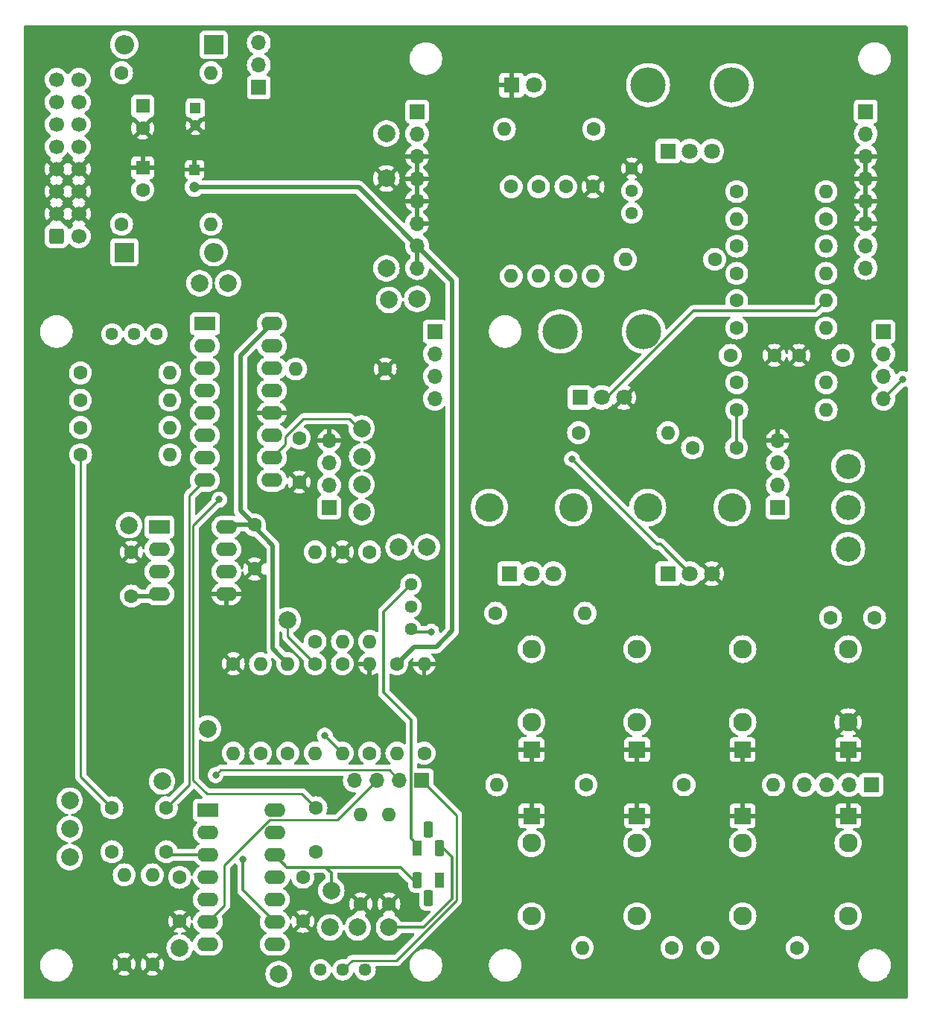
<source format=gbl>
G04 #@! TF.GenerationSoftware,KiCad,Pcbnew,8.0.2-1*
G04 #@! TF.CreationDate,2024-06-17T09:11:19+02:00*
G04 #@! TF.ProjectId,3340,33333430-2e6b-4696-9361-645f70636258,rev?*
G04 #@! TF.SameCoordinates,Original*
G04 #@! TF.FileFunction,Copper,L2,Bot*
G04 #@! TF.FilePolarity,Positive*
%FSLAX46Y46*%
G04 Gerber Fmt 4.6, Leading zero omitted, Abs format (unit mm)*
G04 Created by KiCad (PCBNEW 8.0.2-1) date 2024-06-17 09:11:19*
%MOMM*%
%LPD*%
G01*
G04 APERTURE LIST*
G04 Aperture macros list*
%AMRoundRect*
0 Rectangle with rounded corners*
0 $1 Rounding radius*
0 $2 $3 $4 $5 $6 $7 $8 $9 X,Y pos of 4 corners*
0 Add a 4 corners polygon primitive as box body*
4,1,4,$2,$3,$4,$5,$6,$7,$8,$9,$2,$3,0*
0 Add four circle primitives for the rounded corners*
1,1,$1+$1,$2,$3*
1,1,$1+$1,$4,$5*
1,1,$1+$1,$6,$7*
1,1,$1+$1,$8,$9*
0 Add four rect primitives between the rounded corners*
20,1,$1+$1,$2,$3,$4,$5,0*
20,1,$1+$1,$4,$5,$6,$7,0*
20,1,$1+$1,$6,$7,$8,$9,0*
20,1,$1+$1,$8,$9,$2,$3,0*%
G04 Aperture macros list end*
G04 #@! TA.AperFunction,ComponentPad*
%ADD10C,1.600000*%
G04 #@! TD*
G04 #@! TA.AperFunction,ComponentPad*
%ADD11O,1.600000X1.600000*%
G04 #@! TD*
G04 #@! TA.AperFunction,ComponentPad*
%ADD12C,2.850000*%
G04 #@! TD*
G04 #@! TA.AperFunction,ComponentPad*
%ADD13O,4.000000X4.000000*%
G04 #@! TD*
G04 #@! TA.AperFunction,ComponentPad*
%ADD14R,1.800000X1.800000*%
G04 #@! TD*
G04 #@! TA.AperFunction,ComponentPad*
%ADD15C,1.800000*%
G04 #@! TD*
G04 #@! TA.AperFunction,ComponentPad*
%ADD16R,2.200000X2.200000*%
G04 #@! TD*
G04 #@! TA.AperFunction,ComponentPad*
%ADD17O,2.200000X2.200000*%
G04 #@! TD*
G04 #@! TA.AperFunction,ComponentPad*
%ADD18C,3.240000*%
G04 #@! TD*
G04 #@! TA.AperFunction,ComponentPad*
%ADD19R,2.400000X1.600000*%
G04 #@! TD*
G04 #@! TA.AperFunction,ComponentPad*
%ADD20O,2.400000X1.600000*%
G04 #@! TD*
G04 #@! TA.AperFunction,ComponentPad*
%ADD21R,1.930000X1.830000*%
G04 #@! TD*
G04 #@! TA.AperFunction,ComponentPad*
%ADD22C,2.130000*%
G04 #@! TD*
G04 #@! TA.AperFunction,ComponentPad*
%ADD23R,1.700000X1.700000*%
G04 #@! TD*
G04 #@! TA.AperFunction,ComponentPad*
%ADD24O,1.700000X1.700000*%
G04 #@! TD*
G04 #@! TA.AperFunction,ComponentPad*
%ADD25R,1.100000X1.800000*%
G04 #@! TD*
G04 #@! TA.AperFunction,ComponentPad*
%ADD26RoundRect,0.275000X-0.275000X-0.625000X0.275000X-0.625000X0.275000X0.625000X-0.275000X0.625000X0*%
G04 #@! TD*
G04 #@! TA.AperFunction,ComponentPad*
%ADD27RoundRect,0.275000X0.275000X0.625000X-0.275000X0.625000X-0.275000X-0.625000X0.275000X-0.625000X0*%
G04 #@! TD*
G04 #@! TA.AperFunction,ComponentPad*
%ADD28C,1.440000*%
G04 #@! TD*
G04 #@! TA.AperFunction,ComponentPad*
%ADD29C,2.000000*%
G04 #@! TD*
G04 #@! TA.AperFunction,ComponentPad*
%ADD30R,1.200000X1.200000*%
G04 #@! TD*
G04 #@! TA.AperFunction,ComponentPad*
%ADD31C,1.200000*%
G04 #@! TD*
G04 #@! TA.AperFunction,ComponentPad*
%ADD32R,1.600000X1.600000*%
G04 #@! TD*
G04 #@! TA.AperFunction,ComponentPad*
%ADD33RoundRect,0.250000X-0.600000X-0.600000X0.600000X-0.600000X0.600000X0.600000X-0.600000X0.600000X0*%
G04 #@! TD*
G04 #@! TA.AperFunction,ComponentPad*
%ADD34C,1.700000*%
G04 #@! TD*
G04 #@! TA.AperFunction,ViaPad*
%ADD35C,0.800000*%
G04 #@! TD*
G04 #@! TA.AperFunction,Conductor*
%ADD36C,0.300000*%
G04 #@! TD*
G04 #@! TA.AperFunction,Conductor*
%ADD37C,0.500000*%
G04 #@! TD*
G04 #@! TA.AperFunction,Conductor*
%ADD38C,0.250000*%
G04 #@! TD*
G04 APERTURE END LIST*
D10*
X80300000Y-132900000D03*
D11*
X80300000Y-122740000D03*
D10*
X61700000Y-156880000D03*
D11*
X61700000Y-146720000D03*
D10*
X131340000Y-93900000D03*
D11*
X141500000Y-93900000D03*
D10*
X125340000Y-136500000D03*
D11*
X135500000Y-136500000D03*
D12*
X144000000Y-109700000D03*
X144000000Y-105000000D03*
X144000000Y-100300000D03*
D13*
X121250000Y-57000000D03*
X130750000Y-57000000D03*
D14*
X123500000Y-64500000D03*
D15*
X126000000Y-64500000D03*
X128500000Y-64500000D03*
D10*
X68000000Y-147000000D03*
X68000000Y-152000000D03*
D16*
X71860000Y-52400000D03*
D17*
X61700000Y-52400000D03*
D10*
X91800000Y-150030000D03*
D11*
X91800000Y-139870000D03*
D18*
X121200000Y-105000000D03*
X130800000Y-105000000D03*
D14*
X123500000Y-112500000D03*
D15*
X126000000Y-112500000D03*
X128500000Y-112500000D03*
D19*
X65700000Y-107200000D03*
D20*
X65700000Y-109740000D03*
X65700000Y-112280000D03*
X65700000Y-114820000D03*
X73320000Y-114820000D03*
X73320000Y-112280000D03*
X73320000Y-109740000D03*
X73320000Y-107200000D03*
D10*
X83400000Y-120200000D03*
D11*
X83400000Y-110040000D03*
D21*
X108000000Y-140020000D03*
D22*
X108000000Y-151420000D03*
X108000000Y-143120000D03*
D10*
X123950000Y-155000000D03*
D11*
X113790000Y-155000000D03*
D10*
X61400000Y-72800000D03*
D11*
X71560000Y-72800000D03*
D10*
X114210000Y-136500000D03*
D11*
X104050000Y-136500000D03*
D21*
X144000000Y-132480000D03*
D22*
X144000000Y-121080000D03*
X144000000Y-129380000D03*
D10*
X126300000Y-98200000D03*
X131300000Y-98200000D03*
X111900000Y-68540000D03*
D11*
X111900000Y-78700000D03*
D10*
X56720000Y-92800000D03*
D11*
X66880000Y-92800000D03*
D23*
X97000000Y-85000000D03*
D24*
X97000000Y-87540000D03*
X97000000Y-90080000D03*
X97000000Y-92620000D03*
D10*
X147000000Y-117500000D03*
X142000000Y-117500000D03*
D25*
X95000000Y-143650000D03*
D26*
X96270000Y-141580000D03*
X97540000Y-143650000D03*
D10*
X103920000Y-117000000D03*
D11*
X114080000Y-117000000D03*
D10*
X82000000Y-152000000D03*
X82000000Y-147000000D03*
X141480000Y-72200000D03*
D11*
X131320000Y-72200000D03*
D10*
X130600000Y-87700000D03*
X135600000Y-87700000D03*
X131340000Y-75300000D03*
D11*
X141500000Y-75300000D03*
D10*
X56720000Y-89700000D03*
D11*
X66880000Y-89700000D03*
D25*
X97540000Y-147330000D03*
D27*
X96270000Y-149400000D03*
X95000000Y-147330000D03*
D10*
X62520000Y-110050000D03*
X62520000Y-115050000D03*
X77200000Y-132900000D03*
D11*
X77200000Y-122740000D03*
D10*
X89600000Y-132900000D03*
D11*
X89600000Y-122740000D03*
D10*
X61400000Y-55600000D03*
D11*
X71560000Y-55600000D03*
D10*
X88600000Y-150030000D03*
D11*
X88600000Y-139870000D03*
D28*
X119400000Y-66460000D03*
X119400000Y-69000000D03*
X119400000Y-71540000D03*
D10*
X95800000Y-132900000D03*
D11*
X95800000Y-122740000D03*
D21*
X108000000Y-132480000D03*
D22*
X108000000Y-121080000D03*
X108000000Y-129380000D03*
D10*
X105700000Y-68540000D03*
D11*
X105700000Y-78700000D03*
D16*
X61720000Y-76000000D03*
D17*
X71880000Y-76000000D03*
D10*
X92700000Y-122740000D03*
D11*
X92700000Y-132900000D03*
D10*
X74100000Y-122740000D03*
D11*
X74100000Y-132900000D03*
D19*
X70880000Y-84100000D03*
D20*
X70880000Y-86640000D03*
X70880000Y-89180000D03*
X70880000Y-91720000D03*
X70880000Y-94260000D03*
X70880000Y-96800000D03*
X70880000Y-99340000D03*
X70880000Y-101880000D03*
X78500000Y-101880000D03*
X78500000Y-99340000D03*
X78500000Y-96800000D03*
X78500000Y-94260000D03*
X78500000Y-91720000D03*
X78500000Y-89180000D03*
X78500000Y-86640000D03*
X78500000Y-84100000D03*
D29*
X68000000Y-155000000D03*
D19*
X71200000Y-139375000D03*
D20*
X71200000Y-141915000D03*
X71200000Y-144455000D03*
X71200000Y-146995000D03*
X71200000Y-149535000D03*
X71200000Y-152075000D03*
X71200000Y-154615000D03*
X78820000Y-154615000D03*
X78820000Y-152075000D03*
X78820000Y-149535000D03*
X78820000Y-146995000D03*
X78820000Y-144455000D03*
X78820000Y-141915000D03*
X78820000Y-139375000D03*
D10*
X89600000Y-110040000D03*
D11*
X89600000Y-120200000D03*
D10*
X81600000Y-102100000D03*
X81600000Y-97100000D03*
D21*
X144000000Y-140020000D03*
D22*
X144000000Y-151420000D03*
X144000000Y-143120000D03*
D10*
X138210000Y-155000000D03*
D11*
X128050000Y-155000000D03*
D10*
X56740000Y-99000000D03*
D11*
X66900000Y-99000000D03*
D10*
X64900000Y-156880000D03*
D11*
X64900000Y-146720000D03*
D10*
X131320000Y-84600000D03*
D11*
X141480000Y-84600000D03*
D10*
X131320000Y-69100000D03*
D11*
X141480000Y-69100000D03*
D10*
X131320000Y-78400000D03*
D11*
X141480000Y-78400000D03*
D10*
X131340000Y-90800000D03*
D11*
X141500000Y-90800000D03*
D23*
X85000000Y-105000000D03*
D24*
X85000000Y-102460000D03*
X85000000Y-99920000D03*
X85000000Y-97380000D03*
D21*
X132000000Y-140020000D03*
D22*
X132000000Y-151420000D03*
X132000000Y-143120000D03*
D10*
X128830000Y-76800000D03*
D11*
X118670000Y-76800000D03*
D10*
X115000000Y-68540000D03*
D11*
X115000000Y-78700000D03*
D13*
X111250000Y-85000000D03*
X120750000Y-85000000D03*
D14*
X113500000Y-92500000D03*
D15*
X116000000Y-92500000D03*
X118500000Y-92500000D03*
D10*
X86500000Y-122740000D03*
D11*
X86500000Y-132900000D03*
D23*
X95540000Y-136000000D03*
D24*
X93000000Y-136000000D03*
X90460000Y-136000000D03*
X87920000Y-136000000D03*
D23*
X95000000Y-60000000D03*
D24*
X95000000Y-62540000D03*
X95000000Y-65080000D03*
X95000000Y-67620000D03*
X95000000Y-70160000D03*
X95000000Y-72700000D03*
X95000000Y-75240000D03*
X95000000Y-77780000D03*
D10*
X91360000Y-89250000D03*
D11*
X81200000Y-89250000D03*
D21*
X120000000Y-132480000D03*
D22*
X120000000Y-121080000D03*
X120000000Y-129380000D03*
D10*
X143400000Y-87700000D03*
X138400000Y-87700000D03*
D21*
X120000000Y-140020000D03*
D22*
X120000000Y-151420000D03*
X120000000Y-143120000D03*
D18*
X103200000Y-105000000D03*
X112800000Y-105000000D03*
D14*
X105500000Y-112500000D03*
D15*
X108000000Y-112500000D03*
X110500000Y-112500000D03*
D14*
X105730000Y-57000000D03*
D15*
X108270000Y-57000000D03*
D21*
X132000000Y-132480000D03*
D22*
X132000000Y-121080000D03*
X132000000Y-129380000D03*
D10*
X86500000Y-110040000D03*
D11*
X86500000Y-120200000D03*
D10*
X56720000Y-95900000D03*
D11*
X66880000Y-95900000D03*
D10*
X115080000Y-62000000D03*
D11*
X104920000Y-62000000D03*
D10*
X76520000Y-106980000D03*
X76520000Y-111980000D03*
X131320000Y-81500000D03*
D11*
X141480000Y-81500000D03*
D10*
X108800000Y-68540000D03*
D11*
X108800000Y-78700000D03*
D10*
X113340000Y-96500000D03*
D11*
X123500000Y-96500000D03*
D10*
X83400000Y-122740000D03*
D11*
X83400000Y-132900000D03*
D29*
X55500000Y-138300000D03*
X55500000Y-144700000D03*
D23*
X148000000Y-85000000D03*
D24*
X148000000Y-87540000D03*
X148000000Y-90080000D03*
X148000000Y-92620000D03*
D29*
X91800000Y-152700000D03*
X91500000Y-62500000D03*
X85100000Y-152700000D03*
D30*
X69800000Y-59600000D03*
D31*
X69800000Y-61600000D03*
D23*
X77000000Y-57280000D03*
D24*
X77000000Y-54740000D03*
X77000000Y-52200000D03*
D29*
X88750000Y-99200000D03*
X70250000Y-79500000D03*
D10*
X66500000Y-139100000D03*
X66500000Y-144100000D03*
D23*
X146620000Y-136500000D03*
D24*
X144080000Y-136500000D03*
X141540000Y-136500000D03*
X139000000Y-136500000D03*
D28*
X60320000Y-85300000D03*
X62860000Y-85300000D03*
X65400000Y-85300000D03*
D10*
X83500000Y-139100000D03*
X83500000Y-144100000D03*
D29*
X73500000Y-79500000D03*
D32*
X63800000Y-59400000D03*
D10*
X63800000Y-61900000D03*
D29*
X91500000Y-77800000D03*
D23*
X136000000Y-105000000D03*
D24*
X136000000Y-102460000D03*
X136000000Y-99920000D03*
X136000000Y-97380000D03*
D29*
X92900000Y-109500000D03*
D33*
X54000000Y-74160000D03*
D34*
X56540000Y-74160000D03*
X54000000Y-71620000D03*
X56540000Y-71620000D03*
X54000000Y-69080000D03*
X56540000Y-69080000D03*
X54000000Y-66540000D03*
X56540000Y-66540000D03*
X54000000Y-64000000D03*
X56540000Y-64000000D03*
X54000000Y-61460000D03*
X56540000Y-61460000D03*
X54000000Y-58920000D03*
X56540000Y-58920000D03*
X54000000Y-56380000D03*
X56540000Y-56380000D03*
D29*
X55500000Y-141500000D03*
X79250000Y-158000000D03*
D30*
X69700000Y-66600000D03*
D31*
X69700000Y-68600000D03*
D29*
X71200000Y-130100000D03*
X96100000Y-109500000D03*
D32*
X63800000Y-66400000D03*
D10*
X63800000Y-68900000D03*
D29*
X85250000Y-148500000D03*
X95000000Y-81300000D03*
D28*
X94300000Y-118800000D03*
X94300000Y-116260000D03*
X94300000Y-113720000D03*
D29*
X88250000Y-152700000D03*
X66000000Y-136100000D03*
X91800000Y-81400000D03*
X88700000Y-105500000D03*
X88700000Y-96000000D03*
X91500000Y-67600000D03*
X62250000Y-107000000D03*
D10*
X60300000Y-139100000D03*
X60300000Y-144100000D03*
D29*
X88700000Y-102400000D03*
D28*
X84000000Y-157500000D03*
X86540000Y-157500000D03*
X89080000Y-157500000D03*
D29*
X80300000Y-117800000D03*
D23*
X146000000Y-60000000D03*
D24*
X146000000Y-62540000D03*
X146000000Y-65080000D03*
X146000000Y-67620000D03*
X146000000Y-70160000D03*
X146000000Y-72700000D03*
X146000000Y-75240000D03*
X146000000Y-77780000D03*
D35*
X72500000Y-104100000D03*
X150200000Y-90400000D03*
X72100000Y-135400000D03*
X96600000Y-119100000D03*
X75200000Y-145000000D03*
X84500000Y-130900000D03*
X112600000Y-99500000D03*
D36*
X131340000Y-98160000D02*
X131300000Y-98200000D01*
X131340000Y-93900000D02*
X131340000Y-98160000D01*
D37*
X74900000Y-87700000D02*
X74900000Y-105360000D01*
X73540000Y-106980000D02*
X73320000Y-107200000D01*
X76520000Y-106980000D02*
X76520000Y-107230000D01*
X78600000Y-121040000D02*
X80300000Y-122740000D01*
X76520000Y-106980000D02*
X73540000Y-106980000D01*
X74900000Y-105360000D02*
X76520000Y-106980000D01*
X78600000Y-109310000D02*
X78600000Y-121040000D01*
X78500000Y-84100000D02*
X74900000Y-87700000D01*
X76520000Y-107230000D02*
X78600000Y-109310000D01*
X92700000Y-122740000D02*
X94640000Y-120800000D01*
X88360000Y-68600000D02*
X69700000Y-68600000D01*
X99000000Y-79240000D02*
X95000000Y-75240000D01*
X95000000Y-75240000D02*
X95000000Y-77780000D01*
X94640000Y-120800000D02*
X97200000Y-120800000D01*
X62520000Y-115050000D02*
X65470000Y-115050000D01*
X65470000Y-115050000D02*
X65700000Y-114820000D01*
X97200000Y-120800000D02*
X99000000Y-119000000D01*
X99000000Y-119000000D02*
X99000000Y-79240000D01*
X95000000Y-75240000D02*
X88360000Y-68600000D01*
D38*
X56740000Y-99000000D02*
X56740000Y-135540000D01*
X56740000Y-135540000D02*
X60300000Y-139100000D01*
X70880000Y-101880000D02*
X69100000Y-103660000D01*
X69100000Y-136500000D02*
X66500000Y-139100000D01*
X69100000Y-103660000D02*
X69100000Y-136500000D01*
D36*
X71200000Y-144455000D02*
X66855000Y-144455000D01*
X66855000Y-144455000D02*
X66500000Y-144100000D01*
D38*
X82062500Y-94900000D02*
X80025000Y-96937500D01*
X69550000Y-135950000D02*
X71100000Y-137500000D01*
X72500000Y-104100000D02*
X69550000Y-107050000D01*
X88700000Y-96000000D02*
X88400000Y-96000000D01*
X80025000Y-96937500D02*
X80025000Y-97815000D01*
X87300000Y-94900000D02*
X82062500Y-94900000D01*
X88400000Y-96000000D02*
X87300000Y-94900000D01*
X80025000Y-97815000D02*
X78500000Y-99340000D01*
X69550000Y-107050000D02*
X69550000Y-135950000D01*
X71100000Y-137500000D02*
X81900000Y-137500000D01*
X81900000Y-137500000D02*
X83500000Y-139100000D01*
D36*
X140330000Y-82650000D02*
X141480000Y-81500000D01*
X116000000Y-92500000D02*
X116573402Y-92500000D01*
X116573402Y-92500000D02*
X126423402Y-82650000D01*
X126423402Y-82650000D02*
X140330000Y-82650000D01*
X148000000Y-92620000D02*
X150200000Y-90420000D01*
X150200000Y-90420000D02*
X150200000Y-90400000D01*
D38*
X91825000Y-134825000D02*
X72675000Y-134825000D01*
X93000000Y-136000000D02*
X91825000Y-134825000D01*
X72675000Y-134825000D02*
X72100000Y-135400000D01*
X87585000Y-156455000D02*
X92645000Y-156455000D01*
X99475000Y-149625000D02*
X99475000Y-139935000D01*
X99475000Y-139935000D02*
X95540000Y-136000000D01*
X86540000Y-157500000D02*
X87585000Y-156455000D01*
X92645000Y-156455000D02*
X99475000Y-149625000D01*
X80300000Y-119640000D02*
X83400000Y-122740000D01*
X80300000Y-117800000D02*
X80300000Y-119640000D01*
X73100000Y-150175000D02*
X73100000Y-145644010D01*
X71200000Y-152075000D02*
X73100000Y-150175000D01*
X73100000Y-145644010D02*
X78244010Y-140500000D01*
X85960000Y-140500000D02*
X90460000Y-136000000D01*
X78244010Y-140500000D02*
X85960000Y-140500000D01*
D36*
X95000000Y-143250000D02*
X94340000Y-142590000D01*
X91200000Y-126000000D02*
X91200000Y-116820000D01*
X94340000Y-142590000D02*
X94340000Y-129140000D01*
X94340000Y-129140000D02*
X91200000Y-126000000D01*
X91200000Y-116820000D02*
X94300000Y-113720000D01*
X91800000Y-152700000D02*
X95728248Y-152700000D01*
X99000000Y-149428248D02*
X99000000Y-144710000D01*
X99000000Y-144710000D02*
X97540000Y-143250000D01*
X95728248Y-152700000D02*
X99000000Y-149428248D01*
X93120000Y-145850000D02*
X84600000Y-145850000D01*
X84600000Y-145850000D02*
X80215000Y-145850000D01*
X80215000Y-145850000D02*
X78820000Y-144455000D01*
X85250000Y-146500000D02*
X85250000Y-148500000D01*
X84600000Y-145850000D02*
X85250000Y-146500000D01*
X95000000Y-147730000D02*
X93120000Y-145850000D01*
X96600000Y-119100000D02*
X94600000Y-119100000D01*
X94600000Y-119100000D02*
X94300000Y-118800000D01*
X84500000Y-130900000D02*
X86500000Y-132900000D01*
X75200000Y-148455000D02*
X78820000Y-152075000D01*
X75200000Y-145000000D02*
X75200000Y-148455000D01*
X112600000Y-99500000D02*
X122250000Y-109150000D01*
X122250000Y-109150000D02*
X122650000Y-109150000D01*
X122650000Y-109150000D02*
X126000000Y-112500000D01*
G04 #@! TA.AperFunction,Conductor*
G36*
X69079024Y-152725471D02*
G01*
X69130136Y-152652478D01*
X69226264Y-152446331D01*
X69226269Y-152446317D01*
X69273779Y-152269006D01*
X69310144Y-152209345D01*
X69372991Y-152178816D01*
X69442366Y-152187111D01*
X69496244Y-152231596D01*
X69516027Y-152281700D01*
X69531523Y-152379535D01*
X69594781Y-152574223D01*
X69634655Y-152652478D01*
X69671847Y-152725472D01*
X69687715Y-152756613D01*
X69808028Y-152922213D01*
X69952786Y-153066971D01*
X70107749Y-153179556D01*
X70118390Y-153187287D01*
X70209840Y-153233883D01*
X70211080Y-153234515D01*
X70261876Y-153282490D01*
X70278671Y-153350311D01*
X70256134Y-153416446D01*
X70211080Y-153455485D01*
X70118386Y-153502715D01*
X69952786Y-153623028D01*
X69808028Y-153767786D01*
X69687715Y-153933386D01*
X69594781Y-154115776D01*
X69548579Y-154257971D01*
X69509141Y-154315646D01*
X69444782Y-154342844D01*
X69375936Y-154330929D01*
X69326839Y-154287473D01*
X69188166Y-154075217D01*
X69082538Y-153960475D01*
X69019744Y-153892262D01*
X68823509Y-153739526D01*
X68823507Y-153739525D01*
X68823506Y-153739524D01*
X68604811Y-153621172D01*
X68604802Y-153621169D01*
X68369617Y-153540429D01*
X68258319Y-153521857D01*
X68195434Y-153491406D01*
X68158994Y-153431791D01*
X68160570Y-153361940D01*
X68199660Y-153304028D01*
X68246636Y-153279773D01*
X68446317Y-153226269D01*
X68446331Y-153226264D01*
X68652478Y-153130136D01*
X68725471Y-153079024D01*
X68046447Y-152400000D01*
X68052661Y-152400000D01*
X68154394Y-152372741D01*
X68245606Y-152320080D01*
X68320080Y-152245606D01*
X68372741Y-152154394D01*
X68400000Y-152052661D01*
X68400000Y-152046447D01*
X69079024Y-152725471D01*
G37*
G04 #@! TD.AperFunction*
G04 #@! TA.AperFunction,Conductor*
G36*
X95250000Y-72266988D02*
G01*
X95192993Y-72234075D01*
X95065826Y-72200000D01*
X94934174Y-72200000D01*
X94807007Y-72234075D01*
X94750000Y-72266988D01*
X94750000Y-70593012D01*
X94807007Y-70625925D01*
X94934174Y-70660000D01*
X95065826Y-70660000D01*
X95192993Y-70625925D01*
X95250000Y-70593012D01*
X95250000Y-72266988D01*
G37*
G04 #@! TD.AperFunction*
G04 #@! TA.AperFunction,Conductor*
G36*
X95250000Y-69726988D02*
G01*
X95192993Y-69694075D01*
X95065826Y-69660000D01*
X94934174Y-69660000D01*
X94807007Y-69694075D01*
X94750000Y-69726988D01*
X94750000Y-68053012D01*
X94807007Y-68085925D01*
X94934174Y-68120000D01*
X95065826Y-68120000D01*
X95192993Y-68085925D01*
X95250000Y-68053012D01*
X95250000Y-69726988D01*
G37*
G04 #@! TD.AperFunction*
G04 #@! TA.AperFunction,Conductor*
G36*
X95250000Y-67186988D02*
G01*
X95192993Y-67154075D01*
X95065826Y-67120000D01*
X94934174Y-67120000D01*
X94807007Y-67154075D01*
X94750000Y-67186988D01*
X94750000Y-65513012D01*
X94807007Y-65545925D01*
X94934174Y-65580000D01*
X95065826Y-65580000D01*
X95192993Y-65545925D01*
X95250000Y-65513012D01*
X95250000Y-67186988D01*
G37*
G04 #@! TD.AperFunction*
G04 #@! TA.AperFunction,Conductor*
G36*
X75460376Y-107750185D02*
G01*
X75494912Y-107783377D01*
X75519954Y-107819141D01*
X75680858Y-107980045D01*
X75680861Y-107980047D01*
X75867266Y-108110568D01*
X76073504Y-108206739D01*
X76293308Y-108265635D01*
X76468574Y-108280968D01*
X76533642Y-108306420D01*
X76545447Y-108316815D01*
X77813181Y-109584548D01*
X77846666Y-109645871D01*
X77849500Y-109672229D01*
X77849500Y-111218963D01*
X77829815Y-111286002D01*
X77777011Y-111331757D01*
X77707853Y-111341701D01*
X77644297Y-111312676D01*
X77623926Y-111290088D01*
X77599025Y-111254526D01*
X76920000Y-111933551D01*
X76920000Y-111927339D01*
X76892741Y-111825606D01*
X76840080Y-111734394D01*
X76765606Y-111659920D01*
X76674394Y-111607259D01*
X76572661Y-111580000D01*
X76566448Y-111580000D01*
X77245472Y-110900974D01*
X77172478Y-110849863D01*
X76966331Y-110753735D01*
X76966317Y-110753730D01*
X76746610Y-110694860D01*
X76746599Y-110694858D01*
X76520002Y-110675034D01*
X76519998Y-110675034D01*
X76293400Y-110694858D01*
X76293389Y-110694860D01*
X76073682Y-110753730D01*
X76073673Y-110753734D01*
X75867516Y-110849866D01*
X75867512Y-110849868D01*
X75794526Y-110900973D01*
X75794526Y-110900974D01*
X76473553Y-111580000D01*
X76467339Y-111580000D01*
X76365606Y-111607259D01*
X76274394Y-111659920D01*
X76199920Y-111734394D01*
X76147259Y-111825606D01*
X76120000Y-111927339D01*
X76120000Y-111933552D01*
X75440974Y-111254526D01*
X75440973Y-111254526D01*
X75389868Y-111327512D01*
X75389866Y-111327516D01*
X75293734Y-111533673D01*
X75293730Y-111533682D01*
X75234860Y-111753389D01*
X75234858Y-111753400D01*
X75220404Y-111918617D01*
X75194952Y-111983686D01*
X75138361Y-112024665D01*
X75068599Y-112028543D01*
X75007815Y-111994089D01*
X74978945Y-111946129D01*
X74962166Y-111894489D01*
X74925220Y-111780781D01*
X74925218Y-111780778D01*
X74925218Y-111780776D01*
X74851884Y-111636852D01*
X74832287Y-111598390D01*
X74798676Y-111552128D01*
X74711971Y-111432786D01*
X74567213Y-111288028D01*
X74401614Y-111167715D01*
X74379018Y-111156202D01*
X74308917Y-111120483D01*
X74258123Y-111072511D01*
X74241328Y-111004690D01*
X74263865Y-110938555D01*
X74308917Y-110899516D01*
X74401610Y-110852287D01*
X74507338Y-110775472D01*
X74567213Y-110731971D01*
X74567215Y-110731968D01*
X74567219Y-110731966D01*
X74711966Y-110587219D01*
X74711968Y-110587215D01*
X74711971Y-110587213D01*
X74764732Y-110514590D01*
X74832287Y-110421610D01*
X74925220Y-110239219D01*
X74988477Y-110044534D01*
X75020500Y-109842352D01*
X75020500Y-109637648D01*
X74998698Y-109500000D01*
X74988477Y-109435465D01*
X74949181Y-109314526D01*
X74925220Y-109240781D01*
X74925218Y-109240778D01*
X74925218Y-109240776D01*
X74882092Y-109156138D01*
X74832287Y-109058390D01*
X74797942Y-109011118D01*
X74711971Y-108892786D01*
X74567213Y-108748028D01*
X74401614Y-108627715D01*
X74395006Y-108624348D01*
X74308917Y-108580483D01*
X74258123Y-108532511D01*
X74241328Y-108464690D01*
X74263865Y-108398555D01*
X74308917Y-108359516D01*
X74401610Y-108312287D01*
X74444717Y-108280968D01*
X74567213Y-108191971D01*
X74567215Y-108191968D01*
X74567219Y-108191966D01*
X74711966Y-108047219D01*
X74711968Y-108047215D01*
X74711971Y-108047213D01*
X74786935Y-107944032D01*
X74832287Y-107881610D01*
X74874784Y-107798204D01*
X74922759Y-107747409D01*
X74985269Y-107730500D01*
X75393337Y-107730500D01*
X75460376Y-107750185D01*
G37*
G04 #@! TD.AperFunction*
G04 #@! TA.AperFunction,Conductor*
G36*
X146250000Y-72266988D02*
G01*
X146192993Y-72234075D01*
X146065826Y-72200000D01*
X145934174Y-72200000D01*
X145807007Y-72234075D01*
X145750000Y-72266988D01*
X145750000Y-70593012D01*
X145807007Y-70625925D01*
X145934174Y-70660000D01*
X146065826Y-70660000D01*
X146192993Y-70625925D01*
X146250000Y-70593012D01*
X146250000Y-72266988D01*
G37*
G04 #@! TD.AperFunction*
G04 #@! TA.AperFunction,Conductor*
G36*
X146250000Y-69726988D02*
G01*
X146192993Y-69694075D01*
X146065826Y-69660000D01*
X145934174Y-69660000D01*
X145807007Y-69694075D01*
X145750000Y-69726988D01*
X145750000Y-68053012D01*
X145807007Y-68085925D01*
X145934174Y-68120000D01*
X146065826Y-68120000D01*
X146192993Y-68085925D01*
X146250000Y-68053012D01*
X146250000Y-69726988D01*
G37*
G04 #@! TD.AperFunction*
G04 #@! TA.AperFunction,Conductor*
G36*
X146250000Y-67186988D02*
G01*
X146192993Y-67154075D01*
X146065826Y-67120000D01*
X145934174Y-67120000D01*
X145807007Y-67154075D01*
X145750000Y-67186988D01*
X145750000Y-65513012D01*
X145807007Y-65545925D01*
X145934174Y-65580000D01*
X146065826Y-65580000D01*
X146192993Y-65545925D01*
X146250000Y-65513012D01*
X146250000Y-67186988D01*
G37*
G04 #@! TD.AperFunction*
G04 #@! TA.AperFunction,Conductor*
G36*
X56074075Y-71812993D02*
G01*
X56139901Y-71927007D01*
X56232993Y-72020099D01*
X56347007Y-72085925D01*
X56410590Y-72102962D01*
X55778625Y-72734925D01*
X55854594Y-72788119D01*
X55898219Y-72842696D01*
X55905413Y-72912194D01*
X55873890Y-72974549D01*
X55854595Y-72991269D01*
X55668594Y-73121508D01*
X55501503Y-73288599D01*
X55500349Y-73289975D01*
X55499688Y-73290414D01*
X55497676Y-73292427D01*
X55497271Y-73292022D01*
X55442173Y-73328671D01*
X55372312Y-73329772D01*
X55312946Y-73292928D01*
X55287663Y-73249265D01*
X55284814Y-73240666D01*
X55192712Y-73091344D01*
X55068656Y-72967288D01*
X54937024Y-72886097D01*
X54919336Y-72875187D01*
X54919331Y-72875185D01*
X54846967Y-72851206D01*
X54789522Y-72811433D01*
X54762699Y-72746917D01*
X54762585Y-72736137D01*
X54129409Y-72102962D01*
X54192993Y-72085925D01*
X54307007Y-72020099D01*
X54400099Y-71927007D01*
X54465925Y-71812993D01*
X54482962Y-71749410D01*
X55114925Y-72381373D01*
X55168425Y-72304968D01*
X55223002Y-72261344D01*
X55292501Y-72254151D01*
X55354855Y-72285673D01*
X55371576Y-72304969D01*
X55425073Y-72381372D01*
X56057037Y-71749409D01*
X56074075Y-71812993D01*
G37*
G04 #@! TD.AperFunction*
G04 #@! TA.AperFunction,Conductor*
G36*
X56074075Y-69272993D02*
G01*
X56139901Y-69387007D01*
X56232993Y-69480099D01*
X56347007Y-69545925D01*
X56410590Y-69562962D01*
X55778625Y-70194925D01*
X55855031Y-70248425D01*
X55898655Y-70303002D01*
X55905848Y-70372501D01*
X55874326Y-70434855D01*
X55855029Y-70451576D01*
X55778625Y-70505072D01*
X56410590Y-71137037D01*
X56347007Y-71154075D01*
X56232993Y-71219901D01*
X56139901Y-71312993D01*
X56074075Y-71427007D01*
X56057037Y-71490590D01*
X55425072Y-70858625D01*
X55425072Y-70858626D01*
X55371574Y-70935030D01*
X55316998Y-70978655D01*
X55247499Y-70985849D01*
X55185144Y-70954326D01*
X55168424Y-70935030D01*
X55114925Y-70858626D01*
X55114925Y-70858625D01*
X54482962Y-71490589D01*
X54465925Y-71427007D01*
X54400099Y-71312993D01*
X54307007Y-71219901D01*
X54192993Y-71154075D01*
X54129410Y-71137037D01*
X54761373Y-70505073D01*
X54684969Y-70451576D01*
X54641344Y-70396999D01*
X54634150Y-70327501D01*
X54665672Y-70265146D01*
X54684968Y-70248425D01*
X54761373Y-70194925D01*
X54129409Y-69562962D01*
X54192993Y-69545925D01*
X54307007Y-69480099D01*
X54400099Y-69387007D01*
X54465925Y-69272993D01*
X54482962Y-69209410D01*
X55114925Y-69841373D01*
X55168425Y-69764968D01*
X55223002Y-69721344D01*
X55292501Y-69714151D01*
X55354855Y-69745673D01*
X55371576Y-69764969D01*
X55425073Y-69841372D01*
X56057037Y-69209409D01*
X56074075Y-69272993D01*
G37*
G04 #@! TD.AperFunction*
G04 #@! TA.AperFunction,Conductor*
G36*
X56074075Y-66732993D02*
G01*
X56139901Y-66847007D01*
X56232993Y-66940099D01*
X56347007Y-67005925D01*
X56410590Y-67022962D01*
X55778625Y-67654925D01*
X55855031Y-67708425D01*
X55898655Y-67763002D01*
X55905848Y-67832501D01*
X55874326Y-67894855D01*
X55855029Y-67911576D01*
X55778625Y-67965072D01*
X56410590Y-68597037D01*
X56347007Y-68614075D01*
X56232993Y-68679901D01*
X56139901Y-68772993D01*
X56074075Y-68887007D01*
X56057037Y-68950590D01*
X55425072Y-68318625D01*
X55425072Y-68318626D01*
X55371574Y-68395030D01*
X55316998Y-68438655D01*
X55247499Y-68445849D01*
X55185144Y-68414326D01*
X55168424Y-68395030D01*
X55114925Y-68318626D01*
X55114925Y-68318625D01*
X54482962Y-68950589D01*
X54465925Y-68887007D01*
X54400099Y-68772993D01*
X54307007Y-68679901D01*
X54192993Y-68614075D01*
X54129410Y-68597037D01*
X54761373Y-67965073D01*
X54684969Y-67911576D01*
X54641344Y-67856999D01*
X54634150Y-67787501D01*
X54665672Y-67725146D01*
X54684968Y-67708425D01*
X54761373Y-67654925D01*
X54129409Y-67022962D01*
X54192993Y-67005925D01*
X54307007Y-66940099D01*
X54400099Y-66847007D01*
X54465925Y-66732993D01*
X54482962Y-66669410D01*
X55114925Y-67301373D01*
X55168425Y-67224968D01*
X55223002Y-67181344D01*
X55292501Y-67174151D01*
X55354855Y-67205673D01*
X55371576Y-67224969D01*
X55425073Y-67301372D01*
X56057037Y-66669409D01*
X56074075Y-66732993D01*
G37*
G04 #@! TD.AperFunction*
G04 #@! TA.AperFunction,Conductor*
G36*
X55354855Y-64666546D02*
G01*
X55371575Y-64685842D01*
X55501500Y-64871395D01*
X55501505Y-64871401D01*
X55668599Y-65038495D01*
X55854594Y-65168730D01*
X55898218Y-65223307D01*
X55905411Y-65292806D01*
X55873889Y-65355160D01*
X55854593Y-65371880D01*
X55778626Y-65425072D01*
X55778625Y-65425072D01*
X56410590Y-66057037D01*
X56347007Y-66074075D01*
X56232993Y-66139901D01*
X56139901Y-66232993D01*
X56074075Y-66347007D01*
X56057037Y-66410590D01*
X55425072Y-65778625D01*
X55425072Y-65778626D01*
X55371574Y-65855030D01*
X55316998Y-65898655D01*
X55247499Y-65905849D01*
X55185144Y-65874326D01*
X55168424Y-65855030D01*
X55114925Y-65778626D01*
X55114925Y-65778625D01*
X54482962Y-66410589D01*
X54465925Y-66347007D01*
X54400099Y-66232993D01*
X54307007Y-66139901D01*
X54192993Y-66074075D01*
X54129410Y-66057037D01*
X54761373Y-65425073D01*
X54761373Y-65425072D01*
X54685405Y-65371880D01*
X54641780Y-65317304D01*
X54634586Y-65247805D01*
X54666108Y-65185451D01*
X54685399Y-65168734D01*
X54871401Y-65038495D01*
X55038495Y-64871401D01*
X55168425Y-64685842D01*
X55223002Y-64642217D01*
X55292500Y-64635023D01*
X55354855Y-64666546D01*
G37*
G04 #@! TD.AperFunction*
G04 #@! TA.AperFunction,Conductor*
G36*
X150692539Y-50270185D02*
G01*
X150738294Y-50322989D01*
X150749500Y-50374500D01*
X150749500Y-89467990D01*
X150729815Y-89535029D01*
X150677011Y-89580784D01*
X150607853Y-89590728D01*
X150575064Y-89581269D01*
X150479807Y-89538857D01*
X150479802Y-89538855D01*
X150334001Y-89507865D01*
X150294646Y-89499500D01*
X150105354Y-89499500D01*
X150072897Y-89506398D01*
X149920197Y-89538855D01*
X149920192Y-89538857D01*
X149747270Y-89615848D01*
X149747265Y-89615851D01*
X149594129Y-89727111D01*
X149594128Y-89727112D01*
X149523032Y-89806072D01*
X149463545Y-89842720D01*
X149393688Y-89841389D01*
X149335640Y-89802502D01*
X149311108Y-89755191D01*
X149273906Y-89616346D01*
X149273904Y-89616342D01*
X149273903Y-89616337D01*
X149174035Y-89402171D01*
X149090138Y-89282352D01*
X149038494Y-89208597D01*
X148871402Y-89041506D01*
X148871396Y-89041501D01*
X148685842Y-88911575D01*
X148642217Y-88856998D01*
X148635023Y-88787500D01*
X148666546Y-88725145D01*
X148685842Y-88708425D01*
X148834693Y-88604198D01*
X148871401Y-88578495D01*
X149038495Y-88411401D01*
X149174035Y-88217830D01*
X149273903Y-88003663D01*
X149335063Y-87775408D01*
X149355659Y-87540000D01*
X149335063Y-87304592D01*
X149273903Y-87076337D01*
X149174035Y-86862171D01*
X149099731Y-86756054D01*
X149038496Y-86668600D01*
X148990869Y-86620973D01*
X148916567Y-86546671D01*
X148883084Y-86485351D01*
X148888068Y-86415659D01*
X148929939Y-86359725D01*
X148960915Y-86342810D01*
X149092331Y-86293796D01*
X149207546Y-86207546D01*
X149293796Y-86092331D01*
X149344091Y-85957483D01*
X149350500Y-85897873D01*
X149350499Y-84102128D01*
X149344091Y-84042517D01*
X149316934Y-83969706D01*
X149293797Y-83907671D01*
X149293793Y-83907664D01*
X149207547Y-83792455D01*
X149207544Y-83792452D01*
X149092335Y-83706206D01*
X149092328Y-83706202D01*
X148957482Y-83655908D01*
X148957483Y-83655908D01*
X148897883Y-83649501D01*
X148897881Y-83649500D01*
X148897873Y-83649500D01*
X148897864Y-83649500D01*
X147102129Y-83649500D01*
X147102123Y-83649501D01*
X147042516Y-83655908D01*
X146907671Y-83706202D01*
X146907664Y-83706206D01*
X146792455Y-83792452D01*
X146792452Y-83792455D01*
X146706206Y-83907664D01*
X146706202Y-83907671D01*
X146655908Y-84042517D01*
X146649501Y-84102116D01*
X146649501Y-84102123D01*
X146649500Y-84102135D01*
X146649500Y-85897870D01*
X146649501Y-85897876D01*
X146655908Y-85957483D01*
X146706202Y-86092328D01*
X146706206Y-86092335D01*
X146792452Y-86207544D01*
X146792455Y-86207547D01*
X146907664Y-86293793D01*
X146907671Y-86293797D01*
X147039081Y-86342810D01*
X147095015Y-86384681D01*
X147119432Y-86450145D01*
X147104580Y-86518418D01*
X147083430Y-86546673D01*
X146961503Y-86668600D01*
X146825965Y-86862169D01*
X146825964Y-86862171D01*
X146726098Y-87076335D01*
X146726094Y-87076344D01*
X146664938Y-87304586D01*
X146664936Y-87304596D01*
X146644341Y-87539999D01*
X146644341Y-87540000D01*
X146664936Y-87775403D01*
X146664938Y-87775413D01*
X146726094Y-88003655D01*
X146726096Y-88003659D01*
X146726097Y-88003663D01*
X146792698Y-88146488D01*
X146825965Y-88217830D01*
X146825967Y-88217834D01*
X146906455Y-88332782D01*
X146961123Y-88410856D01*
X146961501Y-88411395D01*
X146961506Y-88411402D01*
X147128597Y-88578493D01*
X147128603Y-88578498D01*
X147314158Y-88708425D01*
X147357783Y-88763002D01*
X147364977Y-88832500D01*
X147333454Y-88894855D01*
X147314158Y-88911575D01*
X147128597Y-89041505D01*
X146961505Y-89208597D01*
X146825965Y-89402169D01*
X146825964Y-89402171D01*
X146726098Y-89616335D01*
X146726094Y-89616344D01*
X146664938Y-89844586D01*
X146664936Y-89844596D01*
X146644341Y-90079999D01*
X146644341Y-90080000D01*
X146664936Y-90315403D01*
X146664938Y-90315413D01*
X146726094Y-90543655D01*
X146726096Y-90543659D01*
X146726097Y-90543663D01*
X146750500Y-90595995D01*
X146825965Y-90757830D01*
X146825967Y-90757834D01*
X146906458Y-90872786D01*
X146944236Y-90926739D01*
X146961501Y-90951395D01*
X146961506Y-90951402D01*
X147128597Y-91118493D01*
X147128603Y-91118498D01*
X147314158Y-91248425D01*
X147357783Y-91303002D01*
X147364977Y-91372500D01*
X147333454Y-91434855D01*
X147314158Y-91451575D01*
X147128597Y-91581505D01*
X146961505Y-91748597D01*
X146825965Y-91942169D01*
X146825964Y-91942171D01*
X146726098Y-92156335D01*
X146726094Y-92156344D01*
X146664938Y-92384586D01*
X146664936Y-92384596D01*
X146644341Y-92619999D01*
X146644341Y-92620000D01*
X146664936Y-92855403D01*
X146664938Y-92855413D01*
X146726094Y-93083655D01*
X146726096Y-93083659D01*
X146726097Y-93083663D01*
X146817864Y-93280458D01*
X146825965Y-93297830D01*
X146825967Y-93297834D01*
X146906458Y-93412786D01*
X146961505Y-93491401D01*
X147128599Y-93658495D01*
X147154270Y-93676470D01*
X147322165Y-93794032D01*
X147322167Y-93794033D01*
X147322170Y-93794035D01*
X147536337Y-93893903D01*
X147536343Y-93893904D01*
X147536344Y-93893905D01*
X147591285Y-93908626D01*
X147764592Y-93955063D01*
X147952918Y-93971539D01*
X147999999Y-93975659D01*
X148000000Y-93975659D01*
X148000001Y-93975659D01*
X148039234Y-93972226D01*
X148235408Y-93955063D01*
X148463663Y-93893903D01*
X148677830Y-93794035D01*
X148871401Y-93658495D01*
X149038495Y-93491401D01*
X149174035Y-93297830D01*
X149273903Y-93083663D01*
X149335063Y-92855408D01*
X149355659Y-92620000D01*
X149335063Y-92384592D01*
X149315614Y-92312007D01*
X149317277Y-92242162D01*
X149347706Y-92192238D01*
X150203127Y-91336819D01*
X150264450Y-91303334D01*
X150290808Y-91300500D01*
X150294644Y-91300500D01*
X150294646Y-91300500D01*
X150479803Y-91261144D01*
X150521781Y-91242454D01*
X150575064Y-91218731D01*
X150644314Y-91209446D01*
X150707591Y-91239074D01*
X150744804Y-91298209D01*
X150749500Y-91332010D01*
X150749500Y-160625500D01*
X150729815Y-160692539D01*
X150677011Y-160738294D01*
X150625500Y-160749500D01*
X50374500Y-160749500D01*
X50307461Y-160729815D01*
X50261706Y-160677011D01*
X50250500Y-160625500D01*
X50250500Y-156878711D01*
X52149500Y-156878711D01*
X52149500Y-157121288D01*
X52181161Y-157361785D01*
X52243947Y-157596104D01*
X52308594Y-157752175D01*
X52336776Y-157820212D01*
X52458064Y-158030289D01*
X52458066Y-158030292D01*
X52458067Y-158030293D01*
X52605733Y-158222736D01*
X52605739Y-158222743D01*
X52777256Y-158394260D01*
X52777262Y-158394265D01*
X52969711Y-158541936D01*
X53179788Y-158663224D01*
X53403900Y-158756054D01*
X53638211Y-158818838D01*
X53818586Y-158842584D01*
X53878711Y-158850500D01*
X53878712Y-158850500D01*
X54121289Y-158850500D01*
X54169388Y-158844167D01*
X54361789Y-158818838D01*
X54596100Y-158756054D01*
X54820212Y-158663224D01*
X55030289Y-158541936D01*
X55222738Y-158394265D01*
X55394265Y-158222738D01*
X55541936Y-158030289D01*
X55663224Y-157820212D01*
X55756054Y-157596100D01*
X55818838Y-157361789D01*
X55850500Y-157121288D01*
X55850500Y-156879997D01*
X60395034Y-156879997D01*
X60395034Y-156880002D01*
X60414858Y-157106599D01*
X60414860Y-157106610D01*
X60473730Y-157326317D01*
X60473735Y-157326331D01*
X60569863Y-157532478D01*
X60620974Y-157605472D01*
X61300000Y-156926446D01*
X61300000Y-156932661D01*
X61327259Y-157034394D01*
X61379920Y-157125606D01*
X61454394Y-157200080D01*
X61545606Y-157252741D01*
X61647339Y-157280000D01*
X61653553Y-157280000D01*
X60974526Y-157959025D01*
X61047513Y-158010132D01*
X61047521Y-158010136D01*
X61253668Y-158106264D01*
X61253682Y-158106269D01*
X61473389Y-158165139D01*
X61473400Y-158165141D01*
X61699998Y-158184966D01*
X61700002Y-158184966D01*
X61926599Y-158165141D01*
X61926610Y-158165139D01*
X62146317Y-158106269D01*
X62146331Y-158106264D01*
X62352478Y-158010136D01*
X62425471Y-157959024D01*
X61746447Y-157280000D01*
X61752661Y-157280000D01*
X61854394Y-157252741D01*
X61945606Y-157200080D01*
X62020080Y-157125606D01*
X62072741Y-157034394D01*
X62100000Y-156932661D01*
X62100000Y-156926447D01*
X62779024Y-157605471D01*
X62830136Y-157532478D01*
X62926264Y-157326331D01*
X62926269Y-157326317D01*
X62985139Y-157106610D01*
X62985141Y-157106599D01*
X63004966Y-156880002D01*
X63004966Y-156879997D01*
X63595034Y-156879997D01*
X63595034Y-156880002D01*
X63614858Y-157106599D01*
X63614860Y-157106610D01*
X63673730Y-157326317D01*
X63673735Y-157326331D01*
X63769863Y-157532478D01*
X63820974Y-157605472D01*
X64500000Y-156926446D01*
X64500000Y-156932661D01*
X64527259Y-157034394D01*
X64579920Y-157125606D01*
X64654394Y-157200080D01*
X64745606Y-157252741D01*
X64847339Y-157280000D01*
X64853553Y-157280000D01*
X64174526Y-157959025D01*
X64247513Y-158010132D01*
X64247521Y-158010136D01*
X64453668Y-158106264D01*
X64453682Y-158106269D01*
X64673389Y-158165139D01*
X64673400Y-158165141D01*
X64899998Y-158184966D01*
X64900002Y-158184966D01*
X65126599Y-158165141D01*
X65126610Y-158165139D01*
X65346317Y-158106269D01*
X65346331Y-158106264D01*
X65552478Y-158010136D01*
X65566962Y-157999994D01*
X77744357Y-157999994D01*
X77744357Y-158000005D01*
X77764890Y-158247812D01*
X77764892Y-158247824D01*
X77825936Y-158488881D01*
X77925826Y-158716606D01*
X78061833Y-158924782D01*
X78061836Y-158924785D01*
X78230256Y-159107738D01*
X78426491Y-159260474D01*
X78645190Y-159378828D01*
X78880386Y-159459571D01*
X79125665Y-159500500D01*
X79374335Y-159500500D01*
X79619614Y-159459571D01*
X79854810Y-159378828D01*
X80073509Y-159260474D01*
X80269744Y-159107738D01*
X80438164Y-158924785D01*
X80574173Y-158716607D01*
X80674063Y-158488881D01*
X80735108Y-158247821D01*
X80737186Y-158222743D01*
X80755643Y-158000005D01*
X80755643Y-157999994D01*
X80735109Y-157752187D01*
X80735107Y-157752175D01*
X80674063Y-157511118D01*
X80574173Y-157283393D01*
X80438166Y-157075217D01*
X80416557Y-157051744D01*
X80269744Y-156892262D01*
X80073509Y-156739526D01*
X80073507Y-156739525D01*
X80073506Y-156739524D01*
X79854811Y-156621172D01*
X79854802Y-156621169D01*
X79619616Y-156540429D01*
X79374335Y-156499500D01*
X79125665Y-156499500D01*
X78880383Y-156540429D01*
X78645197Y-156621169D01*
X78645188Y-156621172D01*
X78426493Y-156739524D01*
X78230257Y-156892261D01*
X78061833Y-157075217D01*
X77925826Y-157283393D01*
X77825936Y-157511118D01*
X77764892Y-157752175D01*
X77764890Y-157752187D01*
X77744357Y-157999994D01*
X65566962Y-157999994D01*
X65625471Y-157959024D01*
X64946447Y-157280000D01*
X64952661Y-157280000D01*
X65054394Y-157252741D01*
X65145606Y-157200080D01*
X65220080Y-157125606D01*
X65272741Y-157034394D01*
X65300000Y-156932661D01*
X65300000Y-156926447D01*
X65979024Y-157605471D01*
X66030136Y-157532478D01*
X66126264Y-157326331D01*
X66126269Y-157326317D01*
X66185139Y-157106610D01*
X66185141Y-157106599D01*
X66204966Y-156880002D01*
X66204966Y-156879997D01*
X66185141Y-156653400D01*
X66185139Y-156653389D01*
X66126269Y-156433682D01*
X66126264Y-156433668D01*
X66030136Y-156227521D01*
X66030132Y-156227513D01*
X65979025Y-156154526D01*
X65300000Y-156833551D01*
X65300000Y-156827339D01*
X65272741Y-156725606D01*
X65220080Y-156634394D01*
X65145606Y-156559920D01*
X65054394Y-156507259D01*
X64952661Y-156480000D01*
X64946448Y-156480000D01*
X65625472Y-155800974D01*
X65552478Y-155749863D01*
X65346331Y-155653735D01*
X65346317Y-155653730D01*
X65126610Y-155594860D01*
X65126599Y-155594858D01*
X64900002Y-155575034D01*
X64899998Y-155575034D01*
X64673400Y-155594858D01*
X64673389Y-155594860D01*
X64453682Y-155653730D01*
X64453673Y-155653734D01*
X64247516Y-155749866D01*
X64247512Y-155749868D01*
X64174526Y-155800973D01*
X64174526Y-155800974D01*
X64853553Y-156480000D01*
X64847339Y-156480000D01*
X64745606Y-156507259D01*
X64654394Y-156559920D01*
X64579920Y-156634394D01*
X64527259Y-156725606D01*
X64500000Y-156827339D01*
X64500000Y-156833552D01*
X63820974Y-156154526D01*
X63820973Y-156154526D01*
X63769868Y-156227512D01*
X63769866Y-156227516D01*
X63673734Y-156433673D01*
X63673730Y-156433682D01*
X63614860Y-156653389D01*
X63614858Y-156653400D01*
X63595034Y-156879997D01*
X63004966Y-156879997D01*
X62985141Y-156653400D01*
X62985139Y-156653389D01*
X62926269Y-156433682D01*
X62926264Y-156433668D01*
X62830136Y-156227521D01*
X62830132Y-156227513D01*
X62779025Y-156154526D01*
X62100000Y-156833551D01*
X62100000Y-156827339D01*
X62072741Y-156725606D01*
X62020080Y-156634394D01*
X61945606Y-156559920D01*
X61854394Y-156507259D01*
X61752661Y-156480000D01*
X61746448Y-156480000D01*
X62425472Y-155800974D01*
X62352478Y-155749863D01*
X62146331Y-155653735D01*
X62146317Y-155653730D01*
X61926610Y-155594860D01*
X61926599Y-155594858D01*
X61700002Y-155575034D01*
X61699998Y-155575034D01*
X61473400Y-155594858D01*
X61473389Y-155594860D01*
X61253682Y-155653730D01*
X61253673Y-155653734D01*
X61047516Y-155749866D01*
X61047512Y-155749868D01*
X60974526Y-155800973D01*
X60974526Y-155800974D01*
X61653553Y-156480000D01*
X61647339Y-156480000D01*
X61545606Y-156507259D01*
X61454394Y-156559920D01*
X61379920Y-156634394D01*
X61327259Y-156725606D01*
X61300000Y-156827339D01*
X61300000Y-156833552D01*
X60620974Y-156154526D01*
X60620973Y-156154526D01*
X60569868Y-156227512D01*
X60569866Y-156227516D01*
X60473734Y-156433673D01*
X60473730Y-156433682D01*
X60414860Y-156653389D01*
X60414858Y-156653400D01*
X60395034Y-156879997D01*
X55850500Y-156879997D01*
X55850500Y-156878712D01*
X55845867Y-156843524D01*
X55832176Y-156739524D01*
X55818838Y-156638211D01*
X55756054Y-156403900D01*
X55663224Y-156179788D01*
X55541936Y-155969711D01*
X55394265Y-155777262D01*
X55394260Y-155777256D01*
X55222743Y-155605739D01*
X55222736Y-155605733D01*
X55030293Y-155458067D01*
X55030292Y-155458066D01*
X55030289Y-155458064D01*
X54820212Y-155336776D01*
X54812511Y-155333586D01*
X54596104Y-155243947D01*
X54361785Y-155181161D01*
X54121289Y-155149500D01*
X54121288Y-155149500D01*
X53878712Y-155149500D01*
X53878711Y-155149500D01*
X53638214Y-155181161D01*
X53403895Y-155243947D01*
X53179794Y-155336773D01*
X53179785Y-155336777D01*
X52969706Y-155458067D01*
X52777263Y-155605733D01*
X52777256Y-155605739D01*
X52605739Y-155777256D01*
X52605733Y-155777263D01*
X52458067Y-155969706D01*
X52336777Y-156179785D01*
X52336773Y-156179794D01*
X52243947Y-156403895D01*
X52181161Y-156638214D01*
X52149500Y-156878711D01*
X50250500Y-156878711D01*
X50250500Y-146719998D01*
X60394532Y-146719998D01*
X60394532Y-146720001D01*
X60414364Y-146946686D01*
X60414366Y-146946697D01*
X60473258Y-147166488D01*
X60473261Y-147166497D01*
X60569431Y-147372732D01*
X60569432Y-147372734D01*
X60699954Y-147559141D01*
X60860858Y-147720045D01*
X60860861Y-147720047D01*
X61047266Y-147850568D01*
X61253504Y-147946739D01*
X61473308Y-148005635D01*
X61635230Y-148019801D01*
X61699998Y-148025468D01*
X61700000Y-148025468D01*
X61700002Y-148025468D01*
X61756673Y-148020509D01*
X61926692Y-148005635D01*
X62146496Y-147946739D01*
X62352734Y-147850568D01*
X62539139Y-147720047D01*
X62700047Y-147559139D01*
X62830568Y-147372734D01*
X62926739Y-147166496D01*
X62985635Y-146946692D01*
X63005468Y-146720000D01*
X63005468Y-146719998D01*
X63594532Y-146719998D01*
X63594532Y-146720001D01*
X63614364Y-146946686D01*
X63614366Y-146946697D01*
X63673258Y-147166488D01*
X63673261Y-147166497D01*
X63769431Y-147372732D01*
X63769432Y-147372734D01*
X63899954Y-147559141D01*
X64060858Y-147720045D01*
X64060861Y-147720047D01*
X64247266Y-147850568D01*
X64453504Y-147946739D01*
X64673308Y-148005635D01*
X64835230Y-148019801D01*
X64899998Y-148025468D01*
X64900000Y-148025468D01*
X64900002Y-148025468D01*
X64956673Y-148020509D01*
X65126692Y-148005635D01*
X65346496Y-147946739D01*
X65552734Y-147850568D01*
X65739139Y-147720047D01*
X65900047Y-147559139D01*
X66030568Y-147372734D01*
X66126739Y-147166496D01*
X66185635Y-146946692D01*
X66205468Y-146720000D01*
X66185635Y-146493308D01*
X66126739Y-146273504D01*
X66030568Y-146067266D01*
X65900047Y-145880861D01*
X65900045Y-145880858D01*
X65739141Y-145719954D01*
X65552734Y-145589432D01*
X65552732Y-145589431D01*
X65346497Y-145493261D01*
X65346488Y-145493258D01*
X65126697Y-145434366D01*
X65126693Y-145434365D01*
X65126692Y-145434365D01*
X65126691Y-145434364D01*
X65126686Y-145434364D01*
X64900002Y-145414532D01*
X64899998Y-145414532D01*
X64673313Y-145434364D01*
X64673302Y-145434366D01*
X64453511Y-145493258D01*
X64453502Y-145493261D01*
X64247267Y-145589431D01*
X64247265Y-145589432D01*
X64060858Y-145719954D01*
X63899954Y-145880858D01*
X63769432Y-146067265D01*
X63769431Y-146067267D01*
X63673261Y-146273502D01*
X63673258Y-146273511D01*
X63614366Y-146493302D01*
X63614364Y-146493313D01*
X63594532Y-146719998D01*
X63005468Y-146719998D01*
X62985635Y-146493308D01*
X62926739Y-146273504D01*
X62830568Y-146067266D01*
X62700047Y-145880861D01*
X62700045Y-145880858D01*
X62539141Y-145719954D01*
X62352734Y-145589432D01*
X62352732Y-145589431D01*
X62146497Y-145493261D01*
X62146488Y-145493258D01*
X61926697Y-145434366D01*
X61926693Y-145434365D01*
X61926692Y-145434365D01*
X61926691Y-145434364D01*
X61926686Y-145434364D01*
X61700002Y-145414532D01*
X61699998Y-145414532D01*
X61473313Y-145434364D01*
X61473302Y-145434366D01*
X61253511Y-145493258D01*
X61253502Y-145493261D01*
X61047267Y-145589431D01*
X61047265Y-145589432D01*
X60860858Y-145719954D01*
X60699954Y-145880858D01*
X60569432Y-146067265D01*
X60569431Y-146067267D01*
X60473261Y-146273502D01*
X60473258Y-146273511D01*
X60414366Y-146493302D01*
X60414364Y-146493313D01*
X60394532Y-146719998D01*
X50250500Y-146719998D01*
X50250500Y-138299994D01*
X53994357Y-138299994D01*
X53994357Y-138300005D01*
X54014890Y-138547812D01*
X54014892Y-138547824D01*
X54075936Y-138788881D01*
X54175826Y-139016606D01*
X54311833Y-139224782D01*
X54311836Y-139224785D01*
X54480256Y-139407738D01*
X54676491Y-139560474D01*
X54676493Y-139560475D01*
X54821069Y-139638716D01*
X54895190Y-139678828D01*
X55130386Y-139759571D01*
X55192885Y-139770000D01*
X55238974Y-139777691D01*
X55301860Y-139808141D01*
X55338299Y-139867756D01*
X55336724Y-139937608D01*
X55297635Y-139995520D01*
X55238974Y-140022309D01*
X55130383Y-140040429D01*
X54895197Y-140121169D01*
X54895188Y-140121172D01*
X54676493Y-140239524D01*
X54480257Y-140392261D01*
X54311833Y-140575217D01*
X54175826Y-140783393D01*
X54075936Y-141011118D01*
X54014892Y-141252175D01*
X54014890Y-141252187D01*
X53994357Y-141499994D01*
X53994357Y-141500005D01*
X54014890Y-141747812D01*
X54014892Y-141747824D01*
X54075936Y-141988881D01*
X54175826Y-142216606D01*
X54311833Y-142424782D01*
X54311836Y-142424785D01*
X54480256Y-142607738D01*
X54676491Y-142760474D01*
X54712099Y-142779744D01*
X54884897Y-142873258D01*
X54895190Y-142878828D01*
X55130386Y-142959571D01*
X55204395Y-142971920D01*
X55238974Y-142977691D01*
X55301860Y-143008141D01*
X55338299Y-143067756D01*
X55336724Y-143137608D01*
X55297635Y-143195520D01*
X55238974Y-143222309D01*
X55130383Y-143240429D01*
X54895197Y-143321169D01*
X54895188Y-143321172D01*
X54676493Y-143439524D01*
X54480257Y-143592261D01*
X54311833Y-143775217D01*
X54175826Y-143983393D01*
X54075936Y-144211118D01*
X54014892Y-144452175D01*
X54014890Y-144452187D01*
X53994357Y-144699994D01*
X53994357Y-144700005D01*
X54014890Y-144947812D01*
X54014892Y-144947824D01*
X54075936Y-145188881D01*
X54175826Y-145416606D01*
X54311833Y-145624782D01*
X54311836Y-145624785D01*
X54480256Y-145807738D01*
X54676491Y-145960474D01*
X54895190Y-146078828D01*
X55130386Y-146159571D01*
X55375665Y-146200500D01*
X55624335Y-146200500D01*
X55869614Y-146159571D01*
X56104810Y-146078828D01*
X56323509Y-145960474D01*
X56519744Y-145807738D01*
X56688164Y-145624785D01*
X56824173Y-145416607D01*
X56924063Y-145188881D01*
X56985108Y-144947821D01*
X56985109Y-144947812D01*
X57005643Y-144700005D01*
X57005643Y-144699994D01*
X56985109Y-144452187D01*
X56985107Y-144452175D01*
X56924063Y-144211118D01*
X56875321Y-144099998D01*
X58994532Y-144099998D01*
X58994532Y-144100001D01*
X59014364Y-144326686D01*
X59014366Y-144326697D01*
X59073258Y-144546488D01*
X59073261Y-144546497D01*
X59169431Y-144752732D01*
X59169432Y-144752734D01*
X59299954Y-144939141D01*
X59460858Y-145100045D01*
X59460861Y-145100047D01*
X59647266Y-145230568D01*
X59853504Y-145326739D01*
X60073308Y-145385635D01*
X60235230Y-145399801D01*
X60299998Y-145405468D01*
X60300000Y-145405468D01*
X60300002Y-145405468D01*
X60356673Y-145400509D01*
X60526692Y-145385635D01*
X60746496Y-145326739D01*
X60952734Y-145230568D01*
X61139139Y-145100047D01*
X61300047Y-144939139D01*
X61430568Y-144752734D01*
X61526739Y-144546496D01*
X61585635Y-144326692D01*
X61605468Y-144100000D01*
X61585635Y-143873308D01*
X61526739Y-143653504D01*
X61430568Y-143447266D01*
X61300047Y-143260861D01*
X61300045Y-143260858D01*
X61139141Y-143099954D01*
X60952734Y-142969432D01*
X60952732Y-142969431D01*
X60746497Y-142873261D01*
X60746488Y-142873258D01*
X60526697Y-142814366D01*
X60526693Y-142814365D01*
X60526692Y-142814365D01*
X60526691Y-142814364D01*
X60526686Y-142814364D01*
X60300002Y-142794532D01*
X60299998Y-142794532D01*
X60073313Y-142814364D01*
X60073302Y-142814366D01*
X59853511Y-142873258D01*
X59853502Y-142873261D01*
X59647267Y-142969431D01*
X59647265Y-142969432D01*
X59460858Y-143099954D01*
X59299954Y-143260858D01*
X59169432Y-143447265D01*
X59169431Y-143447267D01*
X59073261Y-143653502D01*
X59073258Y-143653511D01*
X59014366Y-143873302D01*
X59014364Y-143873313D01*
X58994532Y-144099998D01*
X56875321Y-144099998D01*
X56824173Y-143983393D01*
X56688166Y-143775217D01*
X56630516Y-143712593D01*
X56519744Y-143592262D01*
X56323509Y-143439526D01*
X56323507Y-143439525D01*
X56323506Y-143439524D01*
X56104811Y-143321172D01*
X56104802Y-143321169D01*
X55869616Y-143240429D01*
X55761025Y-143222309D01*
X55698140Y-143191859D01*
X55661700Y-143132244D01*
X55663275Y-143062392D01*
X55702364Y-143004480D01*
X55761025Y-142977691D01*
X55770873Y-142976047D01*
X55869614Y-142959571D01*
X56104810Y-142878828D01*
X56323509Y-142760474D01*
X56519744Y-142607738D01*
X56688164Y-142424785D01*
X56824173Y-142216607D01*
X56924063Y-141988881D01*
X56985108Y-141747821D01*
X56987346Y-141720815D01*
X57005643Y-141500005D01*
X57005643Y-141499994D01*
X56985109Y-141252187D01*
X56985107Y-141252175D01*
X56924063Y-141011118D01*
X56824173Y-140783393D01*
X56688166Y-140575217D01*
X56648884Y-140532546D01*
X56519744Y-140392262D01*
X56323509Y-140239526D01*
X56323507Y-140239525D01*
X56323506Y-140239524D01*
X56104811Y-140121172D01*
X56104802Y-140121169D01*
X55869616Y-140040429D01*
X55761025Y-140022309D01*
X55698140Y-139991859D01*
X55661700Y-139932244D01*
X55663275Y-139862392D01*
X55702364Y-139804480D01*
X55761025Y-139777691D01*
X55770873Y-139776047D01*
X55869614Y-139759571D01*
X56104810Y-139678828D01*
X56323509Y-139560474D01*
X56519744Y-139407738D01*
X56688164Y-139224785D01*
X56824173Y-139016607D01*
X56924063Y-138788881D01*
X56985108Y-138547821D01*
X56991762Y-138467517D01*
X57005643Y-138300005D01*
X57005643Y-138299994D01*
X56985109Y-138052187D01*
X56985107Y-138052175D01*
X56924063Y-137811118D01*
X56824173Y-137583393D01*
X56688166Y-137375217D01*
X56665411Y-137350499D01*
X56519744Y-137192262D01*
X56323509Y-137039526D01*
X56323507Y-137039525D01*
X56323506Y-137039524D01*
X56104811Y-136921172D01*
X56104802Y-136921169D01*
X55869616Y-136840429D01*
X55624335Y-136799500D01*
X55375665Y-136799500D01*
X55130383Y-136840429D01*
X54895197Y-136921169D01*
X54895188Y-136921172D01*
X54676493Y-137039524D01*
X54480257Y-137192261D01*
X54311833Y-137375217D01*
X54175826Y-137583393D01*
X54075936Y-137811118D01*
X54014892Y-138052175D01*
X54014890Y-138052187D01*
X53994357Y-138299994D01*
X50250500Y-138299994D01*
X50250500Y-98999998D01*
X55434532Y-98999998D01*
X55434532Y-99000001D01*
X55454364Y-99226686D01*
X55454366Y-99226697D01*
X55513258Y-99446488D01*
X55513261Y-99446497D01*
X55609431Y-99652732D01*
X55609432Y-99652734D01*
X55739954Y-99839141D01*
X55900858Y-100000045D01*
X56061623Y-100112613D01*
X56105248Y-100167189D01*
X56114500Y-100214188D01*
X56114500Y-135601607D01*
X56119368Y-135626085D01*
X56138536Y-135722447D01*
X56138539Y-135722459D01*
X56140803Y-135727923D01*
X56140806Y-135727930D01*
X56185684Y-135836278D01*
X56185687Y-135836285D01*
X56185688Y-135836286D01*
X56196305Y-135852175D01*
X56196309Y-135852180D01*
X56196310Y-135852182D01*
X56254141Y-135938732D01*
X56254144Y-135938736D01*
X56345586Y-136030178D01*
X56345608Y-136030198D01*
X59000586Y-138685176D01*
X59034071Y-138746499D01*
X59032681Y-138804948D01*
X59014365Y-138873307D01*
X59014364Y-138873313D01*
X58994532Y-139099999D01*
X58994532Y-139100001D01*
X59014364Y-139326686D01*
X59014366Y-139326697D01*
X59073258Y-139546488D01*
X59073261Y-139546497D01*
X59169431Y-139752732D01*
X59169432Y-139752734D01*
X59299954Y-139939141D01*
X59460858Y-140100045D01*
X59460861Y-140100047D01*
X59647266Y-140230568D01*
X59853504Y-140326739D01*
X60073308Y-140385635D01*
X60235230Y-140399801D01*
X60299998Y-140405468D01*
X60300000Y-140405468D01*
X60300002Y-140405468D01*
X60356673Y-140400509D01*
X60526692Y-140385635D01*
X60746496Y-140326739D01*
X60952734Y-140230568D01*
X61139139Y-140100047D01*
X61300047Y-139939139D01*
X61430568Y-139752734D01*
X61526739Y-139546496D01*
X61585635Y-139326692D01*
X61605468Y-139100000D01*
X61585635Y-138873308D01*
X61535225Y-138685176D01*
X61526741Y-138653511D01*
X61526738Y-138653502D01*
X61430568Y-138447266D01*
X61323593Y-138294489D01*
X61300045Y-138260858D01*
X61139141Y-138099954D01*
X60952734Y-137969432D01*
X60952732Y-137969431D01*
X60746497Y-137873261D01*
X60746488Y-137873258D01*
X60526697Y-137814366D01*
X60526693Y-137814365D01*
X60526692Y-137814365D01*
X60526691Y-137814364D01*
X60526686Y-137814364D01*
X60300002Y-137794532D01*
X60299999Y-137794532D01*
X60073313Y-137814364D01*
X60073307Y-137814365D01*
X60004948Y-137832681D01*
X59935098Y-137831016D01*
X59885176Y-137800586D01*
X58184584Y-136099994D01*
X64494357Y-136099994D01*
X64494357Y-136100005D01*
X64514890Y-136347812D01*
X64514892Y-136347824D01*
X64575936Y-136588881D01*
X64675826Y-136816606D01*
X64811833Y-137024782D01*
X64811836Y-137024785D01*
X64980256Y-137207738D01*
X65176491Y-137360474D01*
X65395190Y-137478828D01*
X65630386Y-137559571D01*
X65875665Y-137600500D01*
X66129464Y-137600500D01*
X66129464Y-137603001D01*
X66187737Y-137614936D01*
X66237742Y-137663734D01*
X66253426Y-137731821D01*
X66229810Y-137797578D01*
X66174391Y-137840129D01*
X66161737Y-137844260D01*
X66053508Y-137873259D01*
X66053502Y-137873261D01*
X65847267Y-137969431D01*
X65847265Y-137969432D01*
X65660858Y-138099954D01*
X65499954Y-138260858D01*
X65369432Y-138447265D01*
X65369431Y-138447267D01*
X65273261Y-138653502D01*
X65273258Y-138653511D01*
X65214366Y-138873302D01*
X65214364Y-138873313D01*
X65194532Y-139099998D01*
X65194532Y-139100001D01*
X65214364Y-139326686D01*
X65214366Y-139326697D01*
X65273258Y-139546488D01*
X65273261Y-139546497D01*
X65369431Y-139752732D01*
X65369432Y-139752734D01*
X65499954Y-139939141D01*
X65660858Y-140100045D01*
X65660861Y-140100047D01*
X65847266Y-140230568D01*
X66053504Y-140326739D01*
X66273308Y-140385635D01*
X66435230Y-140399801D01*
X66499998Y-140405468D01*
X66500000Y-140405468D01*
X66500002Y-140405468D01*
X66556673Y-140400509D01*
X66726692Y-140385635D01*
X66946496Y-140326739D01*
X67152734Y-140230568D01*
X67339139Y-140100047D01*
X67500047Y-139939139D01*
X67630568Y-139752734D01*
X67726739Y-139546496D01*
X67785635Y-139326692D01*
X67805468Y-139100000D01*
X67785635Y-138873308D01*
X67767318Y-138804947D01*
X67768981Y-138735101D01*
X67799410Y-138685178D01*
X69491664Y-136992925D01*
X69491671Y-136992919D01*
X69498731Y-136985859D01*
X69498733Y-136985858D01*
X69512319Y-136972271D01*
X69573639Y-136938786D01*
X69643331Y-136943769D01*
X69687681Y-136972271D01*
X70578229Y-137862819D01*
X70611714Y-137924142D01*
X70606730Y-137993834D01*
X70564858Y-138049767D01*
X70499394Y-138074184D01*
X70490548Y-138074500D01*
X69952129Y-138074500D01*
X69952123Y-138074501D01*
X69892516Y-138080908D01*
X69757671Y-138131202D01*
X69757664Y-138131206D01*
X69642455Y-138217452D01*
X69642452Y-138217455D01*
X69556206Y-138332664D01*
X69556202Y-138332671D01*
X69505908Y-138467517D01*
X69499546Y-138526695D01*
X69499501Y-138527123D01*
X69499500Y-138527135D01*
X69499500Y-140222870D01*
X69499501Y-140222876D01*
X69505908Y-140282483D01*
X69556202Y-140417328D01*
X69556206Y-140417335D01*
X69642452Y-140532544D01*
X69642455Y-140532547D01*
X69757664Y-140618793D01*
X69757671Y-140618797D01*
X69802618Y-140635561D01*
X69892517Y-140669091D01*
X69929441Y-140673060D01*
X69993989Y-140699796D01*
X70033838Y-140757188D01*
X70036333Y-140827013D01*
X70000681Y-140887102D01*
X69989071Y-140896666D01*
X69952784Y-140923030D01*
X69808028Y-141067786D01*
X69687715Y-141233386D01*
X69594781Y-141415776D01*
X69531522Y-141610465D01*
X69499500Y-141812648D01*
X69499500Y-142017351D01*
X69531522Y-142219534D01*
X69594781Y-142414223D01*
X69687715Y-142596613D01*
X69808028Y-142762213D01*
X69952786Y-142906971D01*
X70107749Y-143019556D01*
X70118390Y-143027287D01*
X70197815Y-143067756D01*
X70211080Y-143074515D01*
X70261876Y-143122490D01*
X70278671Y-143190311D01*
X70256134Y-143256446D01*
X70211080Y-143295485D01*
X70118386Y-143342715D01*
X69952786Y-143463028D01*
X69808034Y-143607780D01*
X69774809Y-143653511D01*
X69702246Y-143753386D01*
X69646918Y-143796051D01*
X69601929Y-143804500D01*
X67862347Y-143804500D01*
X67795308Y-143784815D01*
X67749553Y-143732011D01*
X67742572Y-143712593D01*
X67726741Y-143653511D01*
X67726738Y-143653502D01*
X67698181Y-143592261D01*
X67630568Y-143447266D01*
X67500047Y-143260861D01*
X67500045Y-143260858D01*
X67339141Y-143099954D01*
X67152734Y-142969432D01*
X67152732Y-142969431D01*
X66946497Y-142873261D01*
X66946488Y-142873258D01*
X66726697Y-142814366D01*
X66726693Y-142814365D01*
X66726692Y-142814365D01*
X66726691Y-142814364D01*
X66726686Y-142814364D01*
X66500002Y-142794532D01*
X66499998Y-142794532D01*
X66273313Y-142814364D01*
X66273302Y-142814366D01*
X66053511Y-142873258D01*
X66053502Y-142873261D01*
X65847267Y-142969431D01*
X65847265Y-142969432D01*
X65660858Y-143099954D01*
X65499954Y-143260858D01*
X65369432Y-143447265D01*
X65369431Y-143447267D01*
X65273261Y-143653502D01*
X65273258Y-143653511D01*
X65214366Y-143873302D01*
X65214364Y-143873313D01*
X65194532Y-144099998D01*
X65194532Y-144100001D01*
X65214364Y-144326686D01*
X65214366Y-144326697D01*
X65273258Y-144546488D01*
X65273261Y-144546497D01*
X65369431Y-144752732D01*
X65369432Y-144752734D01*
X65499954Y-144939141D01*
X65660858Y-145100045D01*
X65660861Y-145100047D01*
X65847266Y-145230568D01*
X66053504Y-145326739D01*
X66273308Y-145385635D01*
X66435230Y-145399801D01*
X66499998Y-145405468D01*
X66500000Y-145405468D01*
X66500002Y-145405468D01*
X66556673Y-145400509D01*
X66726692Y-145385635D01*
X66946496Y-145326739D01*
X67152734Y-145230568D01*
X67299325Y-145127924D01*
X67365530Y-145105598D01*
X67370447Y-145105500D01*
X69601929Y-145105500D01*
X69668968Y-145125185D01*
X69702245Y-145156613D01*
X69755977Y-145230568D01*
X69808034Y-145302219D01*
X69952786Y-145446971D01*
X70107749Y-145559556D01*
X70118390Y-145567287D01*
X70190212Y-145603882D01*
X70211080Y-145614515D01*
X70261876Y-145662490D01*
X70278671Y-145730311D01*
X70256134Y-145796446D01*
X70211080Y-145835485D01*
X70118386Y-145882715D01*
X69952786Y-146003028D01*
X69808028Y-146147786D01*
X69687715Y-146313386D01*
X69594781Y-146495776D01*
X69531523Y-146690463D01*
X69523187Y-146743092D01*
X69493256Y-146806226D01*
X69433944Y-146843156D01*
X69364082Y-146842158D01*
X69305850Y-146803547D01*
X69280940Y-146755787D01*
X69226739Y-146553504D01*
X69130568Y-146347266D01*
X69018818Y-146187669D01*
X69000045Y-146160858D01*
X68839141Y-145999954D01*
X68652734Y-145869432D01*
X68652732Y-145869431D01*
X68446497Y-145773261D01*
X68446488Y-145773258D01*
X68226697Y-145714366D01*
X68226693Y-145714365D01*
X68226692Y-145714365D01*
X68226691Y-145714364D01*
X68226686Y-145714364D01*
X68000002Y-145694532D01*
X67999998Y-145694532D01*
X67773313Y-145714364D01*
X67773302Y-145714366D01*
X67553511Y-145773258D01*
X67553502Y-145773261D01*
X67347267Y-145869431D01*
X67347265Y-145869432D01*
X67160858Y-145999954D01*
X66999954Y-146160858D01*
X66869432Y-146347265D01*
X66869431Y-146347267D01*
X66773261Y-146553502D01*
X66773258Y-146553511D01*
X66714366Y-146773302D01*
X66714364Y-146773313D01*
X66694532Y-146999998D01*
X66694532Y-147000001D01*
X66714364Y-147226686D01*
X66714366Y-147226697D01*
X66773258Y-147446488D01*
X66773261Y-147446497D01*
X66869431Y-147652732D01*
X66869432Y-147652734D01*
X66999954Y-147839141D01*
X67160858Y-148000045D01*
X67176672Y-148011118D01*
X67347266Y-148130568D01*
X67553504Y-148226739D01*
X67773308Y-148285635D01*
X67935230Y-148299801D01*
X67999998Y-148305468D01*
X68000000Y-148305468D01*
X68000002Y-148305468D01*
X68056673Y-148300509D01*
X68226692Y-148285635D01*
X68446496Y-148226739D01*
X68652734Y-148130568D01*
X68839139Y-148000047D01*
X69000047Y-147839139D01*
X69130568Y-147652734D01*
X69226739Y-147446496D01*
X69281935Y-147240497D01*
X69318300Y-147180838D01*
X69381146Y-147150309D01*
X69450522Y-147158603D01*
X69504400Y-147203089D01*
X69524183Y-147253193D01*
X69531523Y-147299535D01*
X69594781Y-147494223D01*
X69687715Y-147676613D01*
X69808028Y-147842213D01*
X69952786Y-147986971D01*
X70107749Y-148099556D01*
X70118390Y-148107287D01*
X70209840Y-148153883D01*
X70211080Y-148154515D01*
X70261876Y-148202490D01*
X70278671Y-148270311D01*
X70256134Y-148336446D01*
X70211080Y-148375485D01*
X70118386Y-148422715D01*
X69952786Y-148543028D01*
X69808028Y-148687786D01*
X69687715Y-148853386D01*
X69594781Y-149035776D01*
X69531522Y-149230465D01*
X69499500Y-149432648D01*
X69499500Y-149637351D01*
X69531522Y-149839534D01*
X69594781Y-150034223D01*
X69619462Y-150082661D01*
X69678565Y-150198657D01*
X69687715Y-150216613D01*
X69808028Y-150382213D01*
X69952786Y-150526971D01*
X70101679Y-150635146D01*
X70118390Y-150647287D01*
X70209840Y-150693883D01*
X70211080Y-150694515D01*
X70261876Y-150742490D01*
X70278671Y-150810311D01*
X70256134Y-150876446D01*
X70211080Y-150915485D01*
X70118386Y-150962715D01*
X69952786Y-151083028D01*
X69808028Y-151227786D01*
X69687715Y-151393386D01*
X69594781Y-151575776D01*
X69531523Y-151770463D01*
X69530608Y-151776243D01*
X69500677Y-151839377D01*
X69441365Y-151876307D01*
X69371503Y-151875309D01*
X69313271Y-151836698D01*
X69286018Y-151778372D01*
X69285139Y-151773391D01*
X69226269Y-151553682D01*
X69226264Y-151553668D01*
X69130136Y-151347521D01*
X69130132Y-151347513D01*
X69079025Y-151274526D01*
X68400000Y-151953551D01*
X68400000Y-151947339D01*
X68372741Y-151845606D01*
X68320080Y-151754394D01*
X68245606Y-151679920D01*
X68154394Y-151627259D01*
X68052661Y-151600000D01*
X68046448Y-151600000D01*
X68725472Y-150920974D01*
X68652478Y-150869863D01*
X68446331Y-150773735D01*
X68446317Y-150773730D01*
X68226610Y-150714860D01*
X68226599Y-150714858D01*
X68000002Y-150695034D01*
X67999998Y-150695034D01*
X67773400Y-150714858D01*
X67773389Y-150714860D01*
X67553682Y-150773730D01*
X67553673Y-150773734D01*
X67347516Y-150869866D01*
X67347512Y-150869868D01*
X67274526Y-150920973D01*
X67274526Y-150920974D01*
X67953553Y-151600000D01*
X67947339Y-151600000D01*
X67845606Y-151627259D01*
X67754394Y-151679920D01*
X67679920Y-151754394D01*
X67627259Y-151845606D01*
X67600000Y-151947339D01*
X67600000Y-151953552D01*
X66920974Y-151274526D01*
X66920973Y-151274526D01*
X66869868Y-151347512D01*
X66869866Y-151347516D01*
X66773734Y-151553673D01*
X66773730Y-151553682D01*
X66714860Y-151773389D01*
X66714858Y-151773400D01*
X66695034Y-151999997D01*
X66695034Y-152000002D01*
X66714858Y-152226599D01*
X66714860Y-152226610D01*
X66773730Y-152446317D01*
X66773735Y-152446331D01*
X66869863Y-152652478D01*
X66920974Y-152725472D01*
X67600000Y-152046446D01*
X67600000Y-152052661D01*
X67627259Y-152154394D01*
X67679920Y-152245606D01*
X67754394Y-152320080D01*
X67845606Y-152372741D01*
X67947339Y-152400000D01*
X67953553Y-152400000D01*
X67274526Y-153079025D01*
X67347513Y-153130132D01*
X67347521Y-153130136D01*
X67553668Y-153226264D01*
X67553682Y-153226269D01*
X67753363Y-153279773D01*
X67813024Y-153316138D01*
X67843553Y-153378985D01*
X67835258Y-153448360D01*
X67790773Y-153502238D01*
X67741680Y-153521857D01*
X67630382Y-153540429D01*
X67395197Y-153621169D01*
X67395188Y-153621172D01*
X67176493Y-153739524D01*
X66980257Y-153892261D01*
X66811833Y-154075217D01*
X66675826Y-154283393D01*
X66575936Y-154511118D01*
X66514892Y-154752175D01*
X66514890Y-154752187D01*
X66494357Y-154999994D01*
X66494357Y-155000005D01*
X66514890Y-155247812D01*
X66514892Y-155247824D01*
X66575936Y-155488881D01*
X66675826Y-155716606D01*
X66811833Y-155924782D01*
X66811836Y-155924785D01*
X66980256Y-156107738D01*
X67176491Y-156260474D01*
X67237425Y-156293450D01*
X67339564Y-156348725D01*
X67395190Y-156378828D01*
X67630386Y-156459571D01*
X67875665Y-156500500D01*
X68124335Y-156500500D01*
X68369614Y-156459571D01*
X68604810Y-156378828D01*
X68823509Y-156260474D01*
X69019744Y-156107738D01*
X69188164Y-155924785D01*
X69324173Y-155716607D01*
X69424063Y-155488881D01*
X69463389Y-155333585D01*
X69498929Y-155273430D01*
X69561349Y-155242038D01*
X69630832Y-155249376D01*
X69684803Y-155292702D01*
X69684849Y-155292669D01*
X69684970Y-155292835D01*
X69685318Y-155293115D01*
X69686625Y-155295113D01*
X69808028Y-155462213D01*
X69952786Y-155606971D01*
X70103689Y-155716606D01*
X70118390Y-155727287D01*
X70234607Y-155786503D01*
X70300776Y-155820218D01*
X70300778Y-155820218D01*
X70300781Y-155820220D01*
X70359005Y-155839138D01*
X70495465Y-155883477D01*
X70596557Y-155899488D01*
X70697648Y-155915500D01*
X70697649Y-155915500D01*
X71702351Y-155915500D01*
X71702352Y-155915500D01*
X71904534Y-155883477D01*
X72099219Y-155820220D01*
X72281610Y-155727287D01*
X72374590Y-155659732D01*
X72447213Y-155606971D01*
X72447215Y-155606968D01*
X72447219Y-155606966D01*
X72591966Y-155462219D01*
X72591968Y-155462215D01*
X72591971Y-155462213D01*
X72683104Y-155336777D01*
X72712287Y-155296610D01*
X72805220Y-155114219D01*
X72868477Y-154919534D01*
X72900500Y-154717352D01*
X72900500Y-154512648D01*
X72874306Y-154347266D01*
X72868477Y-154310465D01*
X72805218Y-154115776D01*
X72746203Y-153999954D01*
X72712287Y-153933390D01*
X72682406Y-153892262D01*
X72591971Y-153767786D01*
X72447213Y-153623028D01*
X72281614Y-153502715D01*
X72259419Y-153491406D01*
X72188917Y-153455483D01*
X72138123Y-153407511D01*
X72121328Y-153339690D01*
X72143865Y-153273555D01*
X72188917Y-153234516D01*
X72281610Y-153187287D01*
X72302770Y-153171913D01*
X72447213Y-153066971D01*
X72447215Y-153066968D01*
X72447219Y-153066966D01*
X72591966Y-152922219D01*
X72591968Y-152922215D01*
X72591971Y-152922213D01*
X72644732Y-152849590D01*
X72712287Y-152756610D01*
X72805220Y-152574219D01*
X72868477Y-152379534D01*
X72900500Y-152177352D01*
X72900500Y-151972648D01*
X72878092Y-151831172D01*
X72868477Y-151770465D01*
X72856018Y-151732124D01*
X72805220Y-151575781D01*
X72771383Y-151509374D01*
X72758488Y-151440707D01*
X72784764Y-151375966D01*
X72794179Y-151365409D01*
X73498729Y-150660860D01*
X73498733Y-150660858D01*
X73585858Y-150573733D01*
X73654311Y-150471286D01*
X73654312Y-150471285D01*
X73654313Y-150471282D01*
X73654315Y-150471279D01*
X73664672Y-150446272D01*
X73701463Y-150357451D01*
X73725500Y-150236607D01*
X73725500Y-150113393D01*
X73725500Y-145954461D01*
X73745185Y-145887422D01*
X73761815Y-145866784D01*
X74217374Y-145411224D01*
X74278695Y-145377741D01*
X74348386Y-145382725D01*
X74404320Y-145424596D01*
X74412440Y-145436907D01*
X74444975Y-145493258D01*
X74467467Y-145532216D01*
X74512657Y-145582404D01*
X74517649Y-145587948D01*
X74547880Y-145650940D01*
X74549500Y-145670921D01*
X74549500Y-148519069D01*
X74565866Y-148601343D01*
X74574499Y-148644744D01*
X74615968Y-148744860D01*
X74623535Y-148763127D01*
X74683846Y-148853390D01*
X74694726Y-148869673D01*
X74694727Y-148869674D01*
X77213876Y-151388822D01*
X77247361Y-151450145D01*
X77242377Y-151519837D01*
X77236681Y-151532796D01*
X77214782Y-151575776D01*
X77214781Y-151575778D01*
X77214780Y-151575781D01*
X77209425Y-151592262D01*
X77151522Y-151770465D01*
X77119500Y-151972648D01*
X77119500Y-152177351D01*
X77151522Y-152379534D01*
X77214781Y-152574223D01*
X77254655Y-152652478D01*
X77291847Y-152725472D01*
X77307715Y-152756613D01*
X77428028Y-152922213D01*
X77572786Y-153066971D01*
X77727749Y-153179556D01*
X77738390Y-153187287D01*
X77829840Y-153233883D01*
X77831080Y-153234515D01*
X77881876Y-153282490D01*
X77898671Y-153350311D01*
X77876134Y-153416446D01*
X77831080Y-153455485D01*
X77738386Y-153502715D01*
X77572786Y-153623028D01*
X77428028Y-153767786D01*
X77307715Y-153933386D01*
X77214781Y-154115776D01*
X77151522Y-154310465D01*
X77119500Y-154512648D01*
X77119500Y-154717351D01*
X77151522Y-154919534D01*
X77214781Y-155114223D01*
X77248889Y-155181162D01*
X77306950Y-155295113D01*
X77307715Y-155296613D01*
X77428028Y-155462213D01*
X77572786Y-155606971D01*
X77723689Y-155716606D01*
X77738390Y-155727287D01*
X77854607Y-155786503D01*
X77920776Y-155820218D01*
X77920778Y-155820218D01*
X77920781Y-155820220D01*
X77979005Y-155839138D01*
X78115465Y-155883477D01*
X78216557Y-155899488D01*
X78317648Y-155915500D01*
X78317649Y-155915500D01*
X79322351Y-155915500D01*
X79322352Y-155915500D01*
X79524534Y-155883477D01*
X79719219Y-155820220D01*
X79901610Y-155727287D01*
X79994590Y-155659732D01*
X80067213Y-155606971D01*
X80067215Y-155606968D01*
X80067219Y-155606966D01*
X80211966Y-155462219D01*
X80211968Y-155462215D01*
X80211971Y-155462213D01*
X80303104Y-155336777D01*
X80332287Y-155296610D01*
X80425220Y-155114219D01*
X80488477Y-154919534D01*
X80520500Y-154717352D01*
X80520500Y-154512648D01*
X80494306Y-154347266D01*
X80488477Y-154310465D01*
X80425218Y-154115776D01*
X80366203Y-153999954D01*
X80332287Y-153933390D01*
X80302406Y-153892262D01*
X80211971Y-153767786D01*
X80067213Y-153623028D01*
X79901614Y-153502715D01*
X79879419Y-153491406D01*
X79808917Y-153455483D01*
X79758123Y-153407511D01*
X79741328Y-153339690D01*
X79763865Y-153273555D01*
X79808917Y-153234516D01*
X79901610Y-153187287D01*
X79922770Y-153171913D01*
X80067213Y-153066971D01*
X80067215Y-153066968D01*
X80067219Y-153066966D01*
X80211966Y-152922219D01*
X80211968Y-152922215D01*
X80211971Y-152922213D01*
X80264732Y-152849590D01*
X80332287Y-152756610D01*
X80425220Y-152574219D01*
X80488477Y-152379534D01*
X80496542Y-152328612D01*
X80526471Y-152265478D01*
X80585782Y-152228546D01*
X80655644Y-152229544D01*
X80713877Y-152268153D01*
X80738790Y-152315917D01*
X80773730Y-152446317D01*
X80773735Y-152446331D01*
X80869863Y-152652478D01*
X80920974Y-152725472D01*
X81600000Y-152046446D01*
X81600000Y-152052661D01*
X81627259Y-152154394D01*
X81679920Y-152245606D01*
X81754394Y-152320080D01*
X81845606Y-152372741D01*
X81947339Y-152400000D01*
X81953553Y-152400000D01*
X81274526Y-153079025D01*
X81347513Y-153130132D01*
X81347521Y-153130136D01*
X81553668Y-153226264D01*
X81553682Y-153226269D01*
X81773389Y-153285139D01*
X81773400Y-153285141D01*
X81999998Y-153304966D01*
X82000002Y-153304966D01*
X82226599Y-153285141D01*
X82226610Y-153285139D01*
X82446317Y-153226269D01*
X82446331Y-153226264D01*
X82652478Y-153130136D01*
X82725471Y-153079024D01*
X82046447Y-152400000D01*
X82052661Y-152400000D01*
X82154394Y-152372741D01*
X82245606Y-152320080D01*
X82320080Y-152245606D01*
X82372741Y-152154394D01*
X82400000Y-152052661D01*
X82400000Y-152046447D01*
X83079024Y-152725471D01*
X83096864Y-152699994D01*
X83594357Y-152699994D01*
X83594357Y-152700005D01*
X83614890Y-152947812D01*
X83614892Y-152947824D01*
X83675936Y-153188881D01*
X83775826Y-153416606D01*
X83911833Y-153624782D01*
X83911836Y-153624785D01*
X84080256Y-153807738D01*
X84276491Y-153960474D01*
X84495190Y-154078828D01*
X84730386Y-154159571D01*
X84975665Y-154200500D01*
X85224335Y-154200500D01*
X85469614Y-154159571D01*
X85704810Y-154078828D01*
X85923509Y-153960474D01*
X86119744Y-153807738D01*
X86288164Y-153624785D01*
X86290525Y-153621172D01*
X86367917Y-153502713D01*
X86424173Y-153416607D01*
X86524063Y-153188881D01*
X86538940Y-153130132D01*
X86554794Y-153067528D01*
X86590334Y-153007372D01*
X86652754Y-152975980D01*
X86722238Y-152983318D01*
X86776723Y-153027057D01*
X86795206Y-153067528D01*
X86825936Y-153188881D01*
X86925826Y-153416606D01*
X87061833Y-153624782D01*
X87061836Y-153624785D01*
X87230256Y-153807738D01*
X87426491Y-153960474D01*
X87645190Y-154078828D01*
X87880386Y-154159571D01*
X88125665Y-154200500D01*
X88374335Y-154200500D01*
X88619614Y-154159571D01*
X88854810Y-154078828D01*
X89073509Y-153960474D01*
X89269744Y-153807738D01*
X89438164Y-153624785D01*
X89440525Y-153621172D01*
X89517917Y-153502713D01*
X89574173Y-153416607D01*
X89674063Y-153188881D01*
X89735108Y-152947821D01*
X89735109Y-152947812D01*
X89755643Y-152700005D01*
X89755643Y-152699994D01*
X89735109Y-152452187D01*
X89735107Y-152452175D01*
X89674063Y-152211118D01*
X89574173Y-151983393D01*
X89438166Y-151775217D01*
X89414287Y-151749278D01*
X89269744Y-151592262D01*
X89269739Y-151592258D01*
X89269737Y-151592256D01*
X89076097Y-151441540D01*
X89035284Y-151384830D01*
X89031609Y-151315057D01*
X89066241Y-151254374D01*
X89099855Y-151231304D01*
X89252482Y-151160133D01*
X89325471Y-151109024D01*
X88646447Y-150430000D01*
X88652661Y-150430000D01*
X88754394Y-150402741D01*
X88845606Y-150350080D01*
X88920080Y-150275606D01*
X88972741Y-150184394D01*
X89000000Y-150082661D01*
X89000000Y-150076447D01*
X89679024Y-150755471D01*
X89730136Y-150682478D01*
X89826264Y-150476331D01*
X89826269Y-150476317D01*
X89885139Y-150256610D01*
X89885141Y-150256599D01*
X89904966Y-150030002D01*
X89904966Y-150029997D01*
X89885141Y-149803400D01*
X89885139Y-149803389D01*
X89826269Y-149583682D01*
X89826264Y-149583668D01*
X89730136Y-149377521D01*
X89730132Y-149377513D01*
X89679025Y-149304526D01*
X89000000Y-149983551D01*
X89000000Y-149977339D01*
X88972741Y-149875606D01*
X88920080Y-149784394D01*
X88845606Y-149709920D01*
X88754394Y-149657259D01*
X88652661Y-149630000D01*
X88646448Y-149630000D01*
X89325472Y-148950974D01*
X89252478Y-148899863D01*
X89046331Y-148803735D01*
X89046317Y-148803730D01*
X88826610Y-148744860D01*
X88826599Y-148744858D01*
X88600002Y-148725034D01*
X88599998Y-148725034D01*
X88373400Y-148744858D01*
X88373389Y-148744860D01*
X88153682Y-148803730D01*
X88153673Y-148803734D01*
X87947516Y-148899866D01*
X87947512Y-148899868D01*
X87874526Y-148950973D01*
X87874526Y-148950974D01*
X88553553Y-149630000D01*
X88547339Y-149630000D01*
X88445606Y-149657259D01*
X88354394Y-149709920D01*
X88279920Y-149784394D01*
X88227259Y-149875606D01*
X88200000Y-149977339D01*
X88200000Y-149983552D01*
X87520974Y-149304526D01*
X87520973Y-149304526D01*
X87469868Y-149377512D01*
X87469866Y-149377516D01*
X87373734Y-149583673D01*
X87373730Y-149583682D01*
X87314860Y-149803389D01*
X87314858Y-149803400D01*
X87295034Y-150029997D01*
X87295034Y-150030002D01*
X87314858Y-150256599D01*
X87314860Y-150256610D01*
X87373730Y-150476317D01*
X87373735Y-150476331D01*
X87469863Y-150682478D01*
X87520974Y-150755472D01*
X88200000Y-150076446D01*
X88200000Y-150082661D01*
X88227259Y-150184394D01*
X88279920Y-150275606D01*
X88354394Y-150350080D01*
X88445606Y-150402741D01*
X88547339Y-150430000D01*
X88553553Y-150430000D01*
X87874526Y-151109025D01*
X87877407Y-151141949D01*
X87863640Y-151210449D01*
X87815024Y-151260631D01*
X87794142Y-151270036D01*
X87645197Y-151321169D01*
X87645188Y-151321172D01*
X87426493Y-151439524D01*
X87230257Y-151592261D01*
X87061833Y-151775217D01*
X86925826Y-151983393D01*
X86825937Y-152211117D01*
X86795206Y-152332472D01*
X86759666Y-152392627D01*
X86697245Y-152424019D01*
X86627762Y-152416681D01*
X86573277Y-152372942D01*
X86554794Y-152332472D01*
X86550187Y-152314283D01*
X86524063Y-152211119D01*
X86424173Y-151983393D01*
X86373128Y-151905262D01*
X86288166Y-151775217D01*
X86264287Y-151749278D01*
X86119744Y-151592262D01*
X85923509Y-151439526D01*
X85923507Y-151439525D01*
X85923506Y-151439524D01*
X85704811Y-151321172D01*
X85704802Y-151321169D01*
X85469616Y-151240429D01*
X85224335Y-151199500D01*
X84975665Y-151199500D01*
X84730383Y-151240429D01*
X84495197Y-151321169D01*
X84495188Y-151321172D01*
X84276493Y-151439524D01*
X84080257Y-151592261D01*
X83911833Y-151775217D01*
X83775826Y-151983393D01*
X83675936Y-152211118D01*
X83614892Y-152452175D01*
X83614890Y-152452187D01*
X83594357Y-152699994D01*
X83096864Y-152699994D01*
X83130136Y-152652478D01*
X83226264Y-152446331D01*
X83226269Y-152446317D01*
X83285139Y-152226610D01*
X83285141Y-152226599D01*
X83304966Y-152000002D01*
X83304966Y-151999997D01*
X83285141Y-151773400D01*
X83285139Y-151773389D01*
X83226269Y-151553682D01*
X83226264Y-151553668D01*
X83130136Y-151347521D01*
X83130132Y-151347513D01*
X83079025Y-151274526D01*
X82400000Y-151953551D01*
X82400000Y-151947339D01*
X82372741Y-151845606D01*
X82320080Y-151754394D01*
X82245606Y-151679920D01*
X82154394Y-151627259D01*
X82052661Y-151600000D01*
X82046448Y-151600000D01*
X82725472Y-150920974D01*
X82652478Y-150869863D01*
X82446331Y-150773735D01*
X82446317Y-150773730D01*
X82226610Y-150714860D01*
X82226599Y-150714858D01*
X82000002Y-150695034D01*
X81999998Y-150695034D01*
X81773400Y-150714858D01*
X81773389Y-150714860D01*
X81553682Y-150773730D01*
X81553673Y-150773734D01*
X81347516Y-150869866D01*
X81347512Y-150869868D01*
X81274526Y-150920973D01*
X81274526Y-150920974D01*
X81953553Y-151600000D01*
X81947339Y-151600000D01*
X81845606Y-151627259D01*
X81754394Y-151679920D01*
X81679920Y-151754394D01*
X81627259Y-151845606D01*
X81600000Y-151947339D01*
X81600000Y-151953552D01*
X80920974Y-151274526D01*
X80920973Y-151274526D01*
X80869868Y-151347512D01*
X80869866Y-151347516D01*
X80773734Y-151553673D01*
X80773731Y-151553679D01*
X80721321Y-151749278D01*
X80684956Y-151808938D01*
X80622109Y-151839467D01*
X80552733Y-151831172D01*
X80498855Y-151786687D01*
X80483615Y-151755502D01*
X80478471Y-151739672D01*
X80425220Y-151575781D01*
X80332287Y-151393390D01*
X80308782Y-151361038D01*
X80211971Y-151227786D01*
X80067213Y-151083028D01*
X79901614Y-150962715D01*
X79846700Y-150934735D01*
X79808917Y-150915483D01*
X79758123Y-150867511D01*
X79741328Y-150799690D01*
X79763865Y-150733555D01*
X79808917Y-150694516D01*
X79901610Y-150647287D01*
X79922770Y-150631913D01*
X80067213Y-150526971D01*
X80067215Y-150526968D01*
X80067219Y-150526966D01*
X80211966Y-150382219D01*
X80211968Y-150382215D01*
X80211971Y-150382213D01*
X80289424Y-150275606D01*
X80332287Y-150216610D01*
X80425220Y-150034219D01*
X80488477Y-149839534D01*
X80520500Y-149637352D01*
X80520500Y-149432648D01*
X80488477Y-149230466D01*
X80476992Y-149195120D01*
X80425218Y-149035776D01*
X80391503Y-148969607D01*
X80332287Y-148853390D01*
X80296210Y-148803734D01*
X80211971Y-148687786D01*
X80067213Y-148543028D01*
X79901614Y-148422715D01*
X79895006Y-148419348D01*
X79808917Y-148375483D01*
X79758123Y-148327511D01*
X79741328Y-148259690D01*
X79763865Y-148193555D01*
X79808917Y-148154516D01*
X79901610Y-148107287D01*
X79922770Y-148091913D01*
X80067213Y-147986971D01*
X80067215Y-147986968D01*
X80067219Y-147986966D01*
X80211966Y-147842219D01*
X80211968Y-147842215D01*
X80211971Y-147842213D01*
X80300728Y-147720047D01*
X80332287Y-147676610D01*
X80425220Y-147494219D01*
X80488477Y-147299534D01*
X80489612Y-147294806D01*
X80490770Y-147295084D01*
X80518305Y-147236983D01*
X80577612Y-147200044D01*
X80647474Y-147201033D01*
X80705712Y-147239636D01*
X80730634Y-147287410D01*
X80773259Y-147446491D01*
X80773261Y-147446497D01*
X80869431Y-147652732D01*
X80869432Y-147652734D01*
X80999954Y-147839141D01*
X81160858Y-148000045D01*
X81176672Y-148011118D01*
X81347266Y-148130568D01*
X81553504Y-148226739D01*
X81773308Y-148285635D01*
X81935230Y-148299801D01*
X81999998Y-148305468D01*
X82000000Y-148305468D01*
X82000002Y-148305468D01*
X82056673Y-148300509D01*
X82226692Y-148285635D01*
X82446496Y-148226739D01*
X82652734Y-148130568D01*
X82839139Y-148000047D01*
X83000047Y-147839139D01*
X83130568Y-147652734D01*
X83226739Y-147446496D01*
X83285635Y-147226692D01*
X83305468Y-147000000D01*
X83285635Y-146773308D01*
X83263438Y-146690466D01*
X83254362Y-146656593D01*
X83256025Y-146586743D01*
X83295188Y-146528881D01*
X83359417Y-146501377D01*
X83374137Y-146500500D01*
X84279192Y-146500500D01*
X84346231Y-146520185D01*
X84366873Y-146536819D01*
X84563181Y-146733127D01*
X84596666Y-146794450D01*
X84599500Y-146820808D01*
X84599500Y-147072009D01*
X84579815Y-147139048D01*
X84534518Y-147181063D01*
X84426501Y-147239519D01*
X84426494Y-147239523D01*
X84230257Y-147392261D01*
X84061833Y-147575217D01*
X83925826Y-147783393D01*
X83825936Y-148011118D01*
X83764892Y-148252175D01*
X83764890Y-148252187D01*
X83744357Y-148499994D01*
X83744357Y-148500005D01*
X83764890Y-148747812D01*
X83764892Y-148747824D01*
X83825936Y-148988881D01*
X83925826Y-149216606D01*
X84061833Y-149424782D01*
X84061836Y-149424785D01*
X84230256Y-149607738D01*
X84426491Y-149760474D01*
X84426493Y-149760475D01*
X84627016Y-149868993D01*
X84645190Y-149878828D01*
X84880386Y-149959571D01*
X85125665Y-150000500D01*
X85374335Y-150000500D01*
X85619614Y-149959571D01*
X85854810Y-149878828D01*
X86073509Y-149760474D01*
X86269744Y-149607738D01*
X86438164Y-149424785D01*
X86574173Y-149216607D01*
X86674063Y-148988881D01*
X86735108Y-148747821D01*
X86735109Y-148747812D01*
X86755643Y-148500005D01*
X86755643Y-148499994D01*
X86735109Y-148252187D01*
X86735107Y-148252175D01*
X86674063Y-148011118D01*
X86574173Y-147783393D01*
X86438166Y-147575217D01*
X86416557Y-147551744D01*
X86269744Y-147392262D01*
X86073509Y-147239526D01*
X86073508Y-147239525D01*
X86073505Y-147239523D01*
X86073498Y-147239519D01*
X85965482Y-147181063D01*
X85915891Y-147131844D01*
X85900500Y-147072009D01*
X85900500Y-146624500D01*
X85920185Y-146557461D01*
X85972989Y-146511706D01*
X86024500Y-146500500D01*
X92799192Y-146500500D01*
X92866231Y-146520185D01*
X92886873Y-146536819D01*
X93913181Y-147563127D01*
X93946666Y-147624450D01*
X93949500Y-147650808D01*
X93949500Y-147998558D01*
X93964157Y-148128648D01*
X93964159Y-148128658D01*
X94021877Y-148293604D01*
X94021878Y-148293606D01*
X94114853Y-148441576D01*
X94238424Y-148565147D01*
X94386394Y-148658122D01*
X94551343Y-148715841D01*
X94551349Y-148715841D01*
X94551351Y-148715842D01*
X94592750Y-148720506D01*
X94681442Y-148730499D01*
X94681445Y-148730500D01*
X94681448Y-148730500D01*
X95095500Y-148730500D01*
X95162539Y-148750185D01*
X95208294Y-148802989D01*
X95219500Y-148854500D01*
X95219500Y-150068558D01*
X95234157Y-150198648D01*
X95234159Y-150198658D01*
X95289724Y-150357451D01*
X95291878Y-150363606D01*
X95384853Y-150511576D01*
X95508424Y-150635147D01*
X95656394Y-150728122D01*
X95821343Y-150785841D01*
X95821349Y-150785841D01*
X95821351Y-150785842D01*
X95862750Y-150790506D01*
X95951442Y-150800499D01*
X95951445Y-150800500D01*
X96408439Y-150800500D01*
X96475478Y-150820185D01*
X96521233Y-150872989D01*
X96531177Y-150942147D01*
X96502152Y-151005703D01*
X96496120Y-151012181D01*
X95495121Y-152013181D01*
X95433798Y-152046666D01*
X95407440Y-152049500D01*
X93233837Y-152049500D01*
X93166798Y-152029815D01*
X93127438Y-151987384D01*
X93126978Y-151987686D01*
X93125214Y-151984987D01*
X93124786Y-151984525D01*
X93124173Y-151983393D01*
X92988166Y-151775217D01*
X92964287Y-151749278D01*
X92819744Y-151592262D01*
X92623509Y-151439526D01*
X92623507Y-151439525D01*
X92623506Y-151439524D01*
X92478476Y-151361038D01*
X92428886Y-151311818D01*
X92413778Y-151243602D01*
X92437948Y-151178046D01*
X92466370Y-151150409D01*
X92525471Y-151109024D01*
X91846447Y-150430000D01*
X91852661Y-150430000D01*
X91954394Y-150402741D01*
X92045606Y-150350080D01*
X92120080Y-150275606D01*
X92172741Y-150184394D01*
X92200000Y-150082661D01*
X92200000Y-150076447D01*
X92879024Y-150755471D01*
X92930136Y-150682478D01*
X93026264Y-150476331D01*
X93026269Y-150476317D01*
X93085139Y-150256610D01*
X93085141Y-150256599D01*
X93104966Y-150030002D01*
X93104966Y-150029997D01*
X93085141Y-149803400D01*
X93085139Y-149803389D01*
X93026269Y-149583682D01*
X93026264Y-149583668D01*
X92930136Y-149377521D01*
X92930132Y-149377513D01*
X92879025Y-149304526D01*
X92200000Y-149983551D01*
X92200000Y-149977339D01*
X92172741Y-149875606D01*
X92120080Y-149784394D01*
X92045606Y-149709920D01*
X91954394Y-149657259D01*
X91852661Y-149630000D01*
X91846448Y-149630000D01*
X92525472Y-148950974D01*
X92452478Y-148899863D01*
X92246331Y-148803735D01*
X92246317Y-148803730D01*
X92026610Y-148744860D01*
X92026599Y-148744858D01*
X91800002Y-148725034D01*
X91799998Y-148725034D01*
X91573400Y-148744858D01*
X91573389Y-148744860D01*
X91353682Y-148803730D01*
X91353673Y-148803734D01*
X91147516Y-148899866D01*
X91147512Y-148899868D01*
X91074526Y-148950973D01*
X91074526Y-148950974D01*
X91753553Y-149630000D01*
X91747339Y-149630000D01*
X91645606Y-149657259D01*
X91554394Y-149709920D01*
X91479920Y-149784394D01*
X91427259Y-149875606D01*
X91400000Y-149977339D01*
X91400000Y-149983552D01*
X90720974Y-149304526D01*
X90720973Y-149304526D01*
X90669868Y-149377512D01*
X90669866Y-149377516D01*
X90573734Y-149583673D01*
X90573730Y-149583682D01*
X90514860Y-149803389D01*
X90514858Y-149803400D01*
X90495034Y-150029997D01*
X90495034Y-150030002D01*
X90514858Y-150256599D01*
X90514860Y-150256610D01*
X90573730Y-150476317D01*
X90573735Y-150476331D01*
X90669863Y-150682478D01*
X90720974Y-150755472D01*
X91400000Y-150076446D01*
X91400000Y-150082661D01*
X91427259Y-150184394D01*
X91479920Y-150275606D01*
X91554394Y-150350080D01*
X91645606Y-150402741D01*
X91747339Y-150430000D01*
X91753553Y-150430000D01*
X91074527Y-151109024D01*
X91133628Y-151150408D01*
X91177253Y-151204986D01*
X91184445Y-151274484D01*
X91152923Y-151336839D01*
X91121522Y-151361037D01*
X90976501Y-151439519D01*
X90976494Y-151439523D01*
X90780257Y-151592261D01*
X90611833Y-151775217D01*
X90475826Y-151983393D01*
X90375936Y-152211118D01*
X90314892Y-152452175D01*
X90314890Y-152452187D01*
X90294357Y-152699994D01*
X90294357Y-152700005D01*
X90314890Y-152947812D01*
X90314892Y-152947824D01*
X90375936Y-153188881D01*
X90475826Y-153416606D01*
X90611833Y-153624782D01*
X90611836Y-153624785D01*
X90780256Y-153807738D01*
X90976491Y-153960474D01*
X91195190Y-154078828D01*
X91430386Y-154159571D01*
X91675665Y-154200500D01*
X91924335Y-154200500D01*
X92169614Y-154159571D01*
X92404810Y-154078828D01*
X92623509Y-153960474D01*
X92819744Y-153807738D01*
X92988164Y-153624785D01*
X92990525Y-153621172D01*
X93067917Y-153502713D01*
X93124173Y-153416607D01*
X93124175Y-153416601D01*
X93124786Y-153415475D01*
X93125157Y-153415101D01*
X93126978Y-153412314D01*
X93127551Y-153412688D01*
X93174009Y-153365888D01*
X93233837Y-153350500D01*
X94565548Y-153350500D01*
X94632587Y-153370185D01*
X94678342Y-153422989D01*
X94688286Y-153492147D01*
X94659261Y-153555703D01*
X94653229Y-153562181D01*
X92422229Y-155793181D01*
X92360906Y-155826666D01*
X92334548Y-155829500D01*
X87646607Y-155829500D01*
X87523393Y-155829500D01*
X87474934Y-155839139D01*
X87474933Y-155839138D01*
X87402555Y-155853535D01*
X87402545Y-155853538D01*
X87288716Y-155900687D01*
X87288707Y-155900692D01*
X87186268Y-155969140D01*
X87155364Y-156000045D01*
X87099142Y-156056267D01*
X87099139Y-156056270D01*
X86889501Y-156265907D01*
X86828178Y-156299392D01*
X86769728Y-156298001D01*
X86758745Y-156295058D01*
X86752748Y-156293451D01*
X86752741Y-156293450D01*
X86540002Y-156274838D01*
X86539998Y-156274838D01*
X86327258Y-156293450D01*
X86327247Y-156293452D01*
X86120977Y-156348721D01*
X86120968Y-156348725D01*
X85927421Y-156438977D01*
X85752478Y-156561472D01*
X85601472Y-156712478D01*
X85478977Y-156887421D01*
X85388725Y-157080968D01*
X85386870Y-157086064D01*
X85384749Y-157085292D01*
X85353406Y-157136710D01*
X85290558Y-157167237D01*
X85221183Y-157158939D01*
X85167307Y-157114452D01*
X85154169Y-157085685D01*
X85153130Y-157086064D01*
X85151279Y-157080983D01*
X85151276Y-157080970D01*
X85061021Y-156887419D01*
X84938529Y-156712481D01*
X84938527Y-156712478D01*
X84787521Y-156561472D01*
X84612578Y-156438977D01*
X84612579Y-156438977D01*
X84483547Y-156378809D01*
X84419030Y-156348724D01*
X84419026Y-156348723D01*
X84419022Y-156348721D01*
X84212752Y-156293452D01*
X84212748Y-156293451D01*
X84212747Y-156293451D01*
X84212746Y-156293450D01*
X84212741Y-156293450D01*
X84000002Y-156274838D01*
X83999998Y-156274838D01*
X83787258Y-156293450D01*
X83787247Y-156293452D01*
X83580977Y-156348721D01*
X83580968Y-156348725D01*
X83387421Y-156438977D01*
X83212478Y-156561472D01*
X83061472Y-156712478D01*
X82938977Y-156887421D01*
X82848725Y-157080968D01*
X82848721Y-157080977D01*
X82793452Y-157287247D01*
X82793450Y-157287258D01*
X82774838Y-157499998D01*
X82774838Y-157500001D01*
X82793450Y-157712741D01*
X82793452Y-157712752D01*
X82848721Y-157919022D01*
X82848723Y-157919026D01*
X82848724Y-157919030D01*
X82867374Y-157959024D01*
X82938977Y-158112578D01*
X83061472Y-158287521D01*
X83212478Y-158438527D01*
X83212481Y-158438529D01*
X83387419Y-158561021D01*
X83387421Y-158561022D01*
X83387420Y-158561022D01*
X83451936Y-158591106D01*
X83580970Y-158651276D01*
X83787253Y-158706549D01*
X83939215Y-158719844D01*
X83999998Y-158725162D01*
X84000000Y-158725162D01*
X84000002Y-158725162D01*
X84053186Y-158720508D01*
X84212747Y-158706549D01*
X84419030Y-158651276D01*
X84612581Y-158561021D01*
X84787519Y-158438529D01*
X84938529Y-158287519D01*
X85061021Y-158112581D01*
X85151276Y-157919030D01*
X85151280Y-157919013D01*
X85153130Y-157913936D01*
X85155253Y-157914709D01*
X85186576Y-157863305D01*
X85249419Y-157832766D01*
X85318796Y-157841050D01*
X85372680Y-157885528D01*
X85385827Y-157914315D01*
X85386870Y-157913936D01*
X85388722Y-157919022D01*
X85388724Y-157919030D01*
X85407374Y-157959024D01*
X85478977Y-158112578D01*
X85601472Y-158287521D01*
X85752478Y-158438527D01*
X85752481Y-158438529D01*
X85927419Y-158561021D01*
X85927421Y-158561022D01*
X85927420Y-158561022D01*
X85991936Y-158591106D01*
X86120970Y-158651276D01*
X86327253Y-158706549D01*
X86479215Y-158719844D01*
X86539998Y-158725162D01*
X86540000Y-158725162D01*
X86540002Y-158725162D01*
X86593186Y-158720508D01*
X86752747Y-158706549D01*
X86959030Y-158651276D01*
X87152581Y-158561021D01*
X87327519Y-158438529D01*
X87478529Y-158287519D01*
X87601021Y-158112581D01*
X87691276Y-157919030D01*
X87691280Y-157919013D01*
X87693130Y-157913936D01*
X87695253Y-157914709D01*
X87726576Y-157863305D01*
X87789419Y-157832766D01*
X87858796Y-157841050D01*
X87912680Y-157885528D01*
X87925827Y-157914315D01*
X87926870Y-157913936D01*
X87928722Y-157919022D01*
X87928724Y-157919030D01*
X87947374Y-157959024D01*
X88018977Y-158112578D01*
X88141472Y-158287521D01*
X88292478Y-158438527D01*
X88292481Y-158438529D01*
X88467419Y-158561021D01*
X88467421Y-158561022D01*
X88467420Y-158561022D01*
X88531936Y-158591106D01*
X88660970Y-158651276D01*
X88867253Y-158706549D01*
X89019215Y-158719844D01*
X89079998Y-158725162D01*
X89080000Y-158725162D01*
X89080002Y-158725162D01*
X89133186Y-158720508D01*
X89292747Y-158706549D01*
X89499030Y-158651276D01*
X89692581Y-158561021D01*
X89867519Y-158438529D01*
X90018529Y-158287519D01*
X90141021Y-158112581D01*
X90231276Y-157919030D01*
X90286549Y-157712747D01*
X90305162Y-157500000D01*
X90286549Y-157287253D01*
X90272975Y-157236593D01*
X90274638Y-157166743D01*
X90313801Y-157108881D01*
X90378030Y-157081377D01*
X90392750Y-157080500D01*
X92706607Y-157080500D01*
X92767029Y-157068481D01*
X92827452Y-157056463D01*
X92827455Y-157056461D01*
X92827458Y-157056461D01*
X92860787Y-157042654D01*
X92860786Y-157042654D01*
X92860792Y-157042652D01*
X92941286Y-157009312D01*
X92992509Y-156975084D01*
X93043733Y-156940858D01*
X93105880Y-156878711D01*
X94149500Y-156878711D01*
X94149500Y-157121288D01*
X94181161Y-157361785D01*
X94243947Y-157596104D01*
X94308594Y-157752175D01*
X94336776Y-157820212D01*
X94458064Y-158030289D01*
X94458066Y-158030292D01*
X94458067Y-158030293D01*
X94605733Y-158222736D01*
X94605739Y-158222743D01*
X94777256Y-158394260D01*
X94777262Y-158394265D01*
X94969711Y-158541936D01*
X95179788Y-158663224D01*
X95403900Y-158756054D01*
X95638211Y-158818838D01*
X95818586Y-158842584D01*
X95878711Y-158850500D01*
X95878712Y-158850500D01*
X96121289Y-158850500D01*
X96169388Y-158844167D01*
X96361789Y-158818838D01*
X96596100Y-158756054D01*
X96820212Y-158663224D01*
X97030289Y-158541936D01*
X97222738Y-158394265D01*
X97394265Y-158222738D01*
X97541936Y-158030289D01*
X97663224Y-157820212D01*
X97756054Y-157596100D01*
X97818838Y-157361789D01*
X97850500Y-157121288D01*
X97850500Y-156878712D01*
X97850500Y-156878711D01*
X103149500Y-156878711D01*
X103149500Y-157121288D01*
X103181161Y-157361785D01*
X103243947Y-157596104D01*
X103308594Y-157752175D01*
X103336776Y-157820212D01*
X103458064Y-158030289D01*
X103458066Y-158030292D01*
X103458067Y-158030293D01*
X103605733Y-158222736D01*
X103605739Y-158222743D01*
X103777256Y-158394260D01*
X103777262Y-158394265D01*
X103969711Y-158541936D01*
X104179788Y-158663224D01*
X104403900Y-158756054D01*
X104638211Y-158818838D01*
X104818586Y-158842584D01*
X104878711Y-158850500D01*
X104878712Y-158850500D01*
X105121289Y-158850500D01*
X105169388Y-158844167D01*
X105361789Y-158818838D01*
X105596100Y-158756054D01*
X105820212Y-158663224D01*
X106030289Y-158541936D01*
X106222738Y-158394265D01*
X106394265Y-158222738D01*
X106541936Y-158030289D01*
X106663224Y-157820212D01*
X106756054Y-157596100D01*
X106818838Y-157361789D01*
X106850500Y-157121288D01*
X106850500Y-156878712D01*
X106850500Y-156878711D01*
X145149500Y-156878711D01*
X145149500Y-157121288D01*
X145181161Y-157361785D01*
X145243947Y-157596104D01*
X145308594Y-157752175D01*
X145336776Y-157820212D01*
X145458064Y-158030289D01*
X145458066Y-158030292D01*
X145458067Y-158030293D01*
X145605733Y-158222736D01*
X145605739Y-158222743D01*
X145777256Y-158394260D01*
X145777262Y-158394265D01*
X145969711Y-158541936D01*
X146179788Y-158663224D01*
X146403900Y-158756054D01*
X146638211Y-158818838D01*
X146818586Y-158842584D01*
X146878711Y-158850500D01*
X146878712Y-158850500D01*
X147121289Y-158850500D01*
X147169388Y-158844167D01*
X147361789Y-158818838D01*
X147596100Y-158756054D01*
X147820212Y-158663224D01*
X148030289Y-158541936D01*
X148222738Y-158394265D01*
X148394265Y-158222738D01*
X148541936Y-158030289D01*
X148663224Y-157820212D01*
X148756054Y-157596100D01*
X148818838Y-157361789D01*
X148850500Y-157121288D01*
X148850500Y-156878712D01*
X148845867Y-156843524D01*
X148832176Y-156739524D01*
X148818838Y-156638211D01*
X148756054Y-156403900D01*
X148663224Y-156179788D01*
X148541936Y-155969711D01*
X148394265Y-155777262D01*
X148394260Y-155777256D01*
X148222743Y-155605739D01*
X148222736Y-155605733D01*
X148030293Y-155458067D01*
X148030292Y-155458066D01*
X148030289Y-155458064D01*
X147820212Y-155336776D01*
X147812511Y-155333586D01*
X147596104Y-155243947D01*
X147361785Y-155181161D01*
X147121289Y-155149500D01*
X147121288Y-155149500D01*
X146878712Y-155149500D01*
X146878711Y-155149500D01*
X146638214Y-155181161D01*
X146403895Y-155243947D01*
X146179794Y-155336773D01*
X146179785Y-155336777D01*
X145969706Y-155458067D01*
X145777263Y-155605733D01*
X145777256Y-155605739D01*
X145605739Y-155777256D01*
X145605733Y-155777263D01*
X145458067Y-155969706D01*
X145336777Y-156179785D01*
X145336773Y-156179794D01*
X145243947Y-156403895D01*
X145181161Y-156638214D01*
X145149500Y-156878711D01*
X106850500Y-156878711D01*
X106845867Y-156843524D01*
X106832176Y-156739524D01*
X106818838Y-156638211D01*
X106756054Y-156403900D01*
X106663224Y-156179788D01*
X106541936Y-155969711D01*
X106394265Y-155777262D01*
X106394260Y-155777256D01*
X106222743Y-155605739D01*
X106222736Y-155605733D01*
X106030293Y-155458067D01*
X106030292Y-155458066D01*
X106030289Y-155458064D01*
X105820212Y-155336776D01*
X105812511Y-155333586D01*
X105596104Y-155243947D01*
X105361785Y-155181161D01*
X105121289Y-155149500D01*
X105121288Y-155149500D01*
X104878712Y-155149500D01*
X104878711Y-155149500D01*
X104638214Y-155181161D01*
X104403895Y-155243947D01*
X104179794Y-155336773D01*
X104179785Y-155336777D01*
X103969706Y-155458067D01*
X103777263Y-155605733D01*
X103777256Y-155605739D01*
X103605739Y-155777256D01*
X103605733Y-155777263D01*
X103458067Y-155969706D01*
X103336777Y-156179785D01*
X103336773Y-156179794D01*
X103243947Y-156403895D01*
X103181161Y-156638214D01*
X103149500Y-156878711D01*
X97850500Y-156878711D01*
X97845867Y-156843524D01*
X97832176Y-156739524D01*
X97818838Y-156638211D01*
X97756054Y-156403900D01*
X97663224Y-156179788D01*
X97541936Y-155969711D01*
X97394265Y-155777262D01*
X97394260Y-155777256D01*
X97222743Y-155605739D01*
X97222736Y-155605733D01*
X97030293Y-155458067D01*
X97030292Y-155458066D01*
X97030289Y-155458064D01*
X96820212Y-155336776D01*
X96812511Y-155333586D01*
X96596104Y-155243947D01*
X96361785Y-155181161D01*
X96121289Y-155149500D01*
X96121288Y-155149500D01*
X95878712Y-155149500D01*
X95878711Y-155149500D01*
X95638214Y-155181161D01*
X95403895Y-155243947D01*
X95179794Y-155336773D01*
X95179785Y-155336777D01*
X94969706Y-155458067D01*
X94777263Y-155605733D01*
X94777256Y-155605739D01*
X94605739Y-155777256D01*
X94605733Y-155777263D01*
X94458067Y-155969706D01*
X94336777Y-156179785D01*
X94336773Y-156179794D01*
X94243947Y-156403895D01*
X94181161Y-156638214D01*
X94149500Y-156878711D01*
X93105880Y-156878711D01*
X93130858Y-156853733D01*
X93130858Y-156853731D01*
X93141066Y-156843524D01*
X93141067Y-156843521D01*
X94984591Y-154999998D01*
X112484532Y-154999998D01*
X112484532Y-155000001D01*
X112504364Y-155226686D01*
X112504366Y-155226697D01*
X112563258Y-155446488D01*
X112563261Y-155446497D01*
X112659431Y-155652732D01*
X112659432Y-155652734D01*
X112789954Y-155839141D01*
X112950858Y-156000045D01*
X112950861Y-156000047D01*
X113137266Y-156130568D01*
X113343504Y-156226739D01*
X113343509Y-156226740D01*
X113343511Y-156226741D01*
X113346422Y-156227521D01*
X113563308Y-156285635D01*
X113720551Y-156299392D01*
X113789998Y-156305468D01*
X113790000Y-156305468D01*
X113790002Y-156305468D01*
X113846673Y-156300509D01*
X114016692Y-156285635D01*
X114236496Y-156226739D01*
X114442734Y-156130568D01*
X114629139Y-156000047D01*
X114790047Y-155839139D01*
X114920568Y-155652734D01*
X115016739Y-155446496D01*
X115075635Y-155226692D01*
X115095468Y-155000000D01*
X115095468Y-154999998D01*
X122644532Y-154999998D01*
X122644532Y-155000001D01*
X122664364Y-155226686D01*
X122664366Y-155226697D01*
X122723258Y-155446488D01*
X122723261Y-155446497D01*
X122819431Y-155652732D01*
X122819432Y-155652734D01*
X122949954Y-155839141D01*
X123110858Y-156000045D01*
X123110861Y-156000047D01*
X123297266Y-156130568D01*
X123503504Y-156226739D01*
X123503509Y-156226740D01*
X123503511Y-156226741D01*
X123506422Y-156227521D01*
X123723308Y-156285635D01*
X123880551Y-156299392D01*
X123949998Y-156305468D01*
X123950000Y-156305468D01*
X123950002Y-156305468D01*
X124006673Y-156300509D01*
X124176692Y-156285635D01*
X124396496Y-156226739D01*
X124602734Y-156130568D01*
X124789139Y-156000047D01*
X124950047Y-155839139D01*
X125080568Y-155652734D01*
X125176739Y-155446496D01*
X125235635Y-155226692D01*
X125255468Y-155000000D01*
X125255468Y-154999998D01*
X126744532Y-154999998D01*
X126744532Y-155000001D01*
X126764364Y-155226686D01*
X126764366Y-155226697D01*
X126823258Y-155446488D01*
X126823261Y-155446497D01*
X126919431Y-155652732D01*
X126919432Y-155652734D01*
X127049954Y-155839141D01*
X127210858Y-156000045D01*
X127210861Y-156000047D01*
X127397266Y-156130568D01*
X127603504Y-156226739D01*
X127603509Y-156226740D01*
X127603511Y-156226741D01*
X127606422Y-156227521D01*
X127823308Y-156285635D01*
X127980551Y-156299392D01*
X128049998Y-156305468D01*
X128050000Y-156305468D01*
X128050002Y-156305468D01*
X128106673Y-156300509D01*
X128276692Y-156285635D01*
X128496496Y-156226739D01*
X128702734Y-156130568D01*
X128889139Y-156000047D01*
X129050047Y-155839139D01*
X129180568Y-155652734D01*
X129276739Y-155446496D01*
X129335635Y-155226692D01*
X129355468Y-155000000D01*
X129355468Y-154999998D01*
X136904532Y-154999998D01*
X136904532Y-155000001D01*
X136924364Y-155226686D01*
X136924366Y-155226697D01*
X136983258Y-155446488D01*
X136983261Y-155446497D01*
X137079431Y-155652732D01*
X137079432Y-155652734D01*
X137209954Y-155839141D01*
X137370858Y-156000045D01*
X137370861Y-156000047D01*
X137557266Y-156130568D01*
X137763504Y-156226739D01*
X137763509Y-156226740D01*
X137763511Y-156226741D01*
X137766422Y-156227521D01*
X137983308Y-156285635D01*
X138140551Y-156299392D01*
X138209998Y-156305468D01*
X138210000Y-156305468D01*
X138210002Y-156305468D01*
X138266673Y-156300509D01*
X138436692Y-156285635D01*
X138656496Y-156226739D01*
X138862734Y-156130568D01*
X139049139Y-156000047D01*
X139210047Y-155839139D01*
X139340568Y-155652734D01*
X139436739Y-155446496D01*
X139495635Y-155226692D01*
X139515468Y-155000000D01*
X139515467Y-154999994D01*
X139495635Y-154773313D01*
X139495635Y-154773308D01*
X139436739Y-154553504D01*
X139340568Y-154347266D01*
X139210047Y-154160861D01*
X139210045Y-154160858D01*
X139049141Y-153999954D01*
X138862734Y-153869432D01*
X138862732Y-153869431D01*
X138656497Y-153773261D01*
X138656488Y-153773258D01*
X138436697Y-153714366D01*
X138436693Y-153714365D01*
X138436692Y-153714365D01*
X138436691Y-153714364D01*
X138436686Y-153714364D01*
X138210002Y-153694532D01*
X138209998Y-153694532D01*
X137983313Y-153714364D01*
X137983302Y-153714366D01*
X137763511Y-153773258D01*
X137763502Y-153773261D01*
X137557267Y-153869431D01*
X137557265Y-153869432D01*
X137370858Y-153999954D01*
X137209954Y-154160858D01*
X137079432Y-154347265D01*
X137079431Y-154347267D01*
X136983261Y-154553502D01*
X136983258Y-154553511D01*
X136924366Y-154773302D01*
X136924364Y-154773313D01*
X136904532Y-154999998D01*
X129355468Y-154999998D01*
X129355467Y-154999994D01*
X129335635Y-154773313D01*
X129335635Y-154773308D01*
X129276739Y-154553504D01*
X129180568Y-154347266D01*
X129050047Y-154160861D01*
X129050045Y-154160858D01*
X128889141Y-153999954D01*
X128702734Y-153869432D01*
X128702732Y-153869431D01*
X128496497Y-153773261D01*
X128496488Y-153773258D01*
X128276697Y-153714366D01*
X128276693Y-153714365D01*
X128276692Y-153714365D01*
X128276691Y-153714364D01*
X128276686Y-153714364D01*
X128050002Y-153694532D01*
X128049998Y-153694532D01*
X127823313Y-153714364D01*
X127823302Y-153714366D01*
X127603511Y-153773258D01*
X127603502Y-153773261D01*
X127397267Y-153869431D01*
X127397265Y-153869432D01*
X127210858Y-153999954D01*
X127049954Y-154160858D01*
X126919432Y-154347265D01*
X126919431Y-154347267D01*
X126823261Y-154553502D01*
X126823258Y-154553511D01*
X126764366Y-154773302D01*
X126764364Y-154773313D01*
X126744532Y-154999998D01*
X125255468Y-154999998D01*
X125255467Y-154999994D01*
X125235635Y-154773313D01*
X125235635Y-154773308D01*
X125176739Y-154553504D01*
X125080568Y-154347266D01*
X124950047Y-154160861D01*
X124950045Y-154160858D01*
X124789141Y-153999954D01*
X124602734Y-153869432D01*
X124602732Y-153869431D01*
X124396497Y-153773261D01*
X124396488Y-153773258D01*
X124176697Y-153714366D01*
X124176693Y-153714365D01*
X124176692Y-153714365D01*
X124176691Y-153714364D01*
X124176686Y-153714364D01*
X123950002Y-153694532D01*
X123949998Y-153694532D01*
X123723313Y-153714364D01*
X123723302Y-153714366D01*
X123503511Y-153773258D01*
X123503502Y-153773261D01*
X123297267Y-153869431D01*
X123297265Y-153869432D01*
X123110858Y-153999954D01*
X122949954Y-154160858D01*
X122819432Y-154347265D01*
X122819431Y-154347267D01*
X122723261Y-154553502D01*
X122723258Y-154553511D01*
X122664366Y-154773302D01*
X122664364Y-154773313D01*
X122644532Y-154999998D01*
X115095468Y-154999998D01*
X115095467Y-154999994D01*
X115075635Y-154773313D01*
X115075635Y-154773308D01*
X115016739Y-154553504D01*
X114920568Y-154347266D01*
X114790047Y-154160861D01*
X114790045Y-154160858D01*
X114629141Y-153999954D01*
X114442734Y-153869432D01*
X114442732Y-153869431D01*
X114236497Y-153773261D01*
X114236488Y-153773258D01*
X114016697Y-153714366D01*
X114016693Y-153714365D01*
X114016692Y-153714365D01*
X114016691Y-153714364D01*
X114016686Y-153714364D01*
X113790002Y-153694532D01*
X113789998Y-153694532D01*
X113563313Y-153714364D01*
X113563302Y-153714366D01*
X113343511Y-153773258D01*
X113343502Y-153773261D01*
X113137267Y-153869431D01*
X113137265Y-153869432D01*
X112950858Y-153999954D01*
X112789954Y-154160858D01*
X112659432Y-154347265D01*
X112659431Y-154347267D01*
X112563261Y-154553502D01*
X112563258Y-154553511D01*
X112504366Y-154773302D01*
X112504364Y-154773313D01*
X112484532Y-154999998D01*
X94984591Y-154999998D01*
X98564590Y-151420000D01*
X106429659Y-151420000D01*
X106448993Y-151665658D01*
X106506517Y-151905264D01*
X106600815Y-152132920D01*
X106729563Y-152343018D01*
X106729564Y-152343020D01*
X106755120Y-152372942D01*
X106889601Y-152530399D01*
X107032537Y-152652478D01*
X107076979Y-152690435D01*
X107076981Y-152690436D01*
X107287079Y-152819184D01*
X107514735Y-152913482D01*
X107514736Y-152913482D01*
X107514738Y-152913483D01*
X107754345Y-152971007D01*
X108000000Y-152990341D01*
X108245655Y-152971007D01*
X108485262Y-152913483D01*
X108712920Y-152819184D01*
X108923023Y-152690433D01*
X109110399Y-152530399D01*
X109270433Y-152343023D01*
X109399184Y-152132920D01*
X109493483Y-151905262D01*
X109551007Y-151665655D01*
X109570341Y-151420000D01*
X118429659Y-151420000D01*
X118448993Y-151665658D01*
X118506517Y-151905264D01*
X118600815Y-152132920D01*
X118729563Y-152343018D01*
X118729564Y-152343020D01*
X118755120Y-152372942D01*
X118889601Y-152530399D01*
X119032537Y-152652478D01*
X119076979Y-152690435D01*
X119076981Y-152690436D01*
X119287079Y-152819184D01*
X119514735Y-152913482D01*
X119514736Y-152913482D01*
X119514738Y-152913483D01*
X119754345Y-152971007D01*
X120000000Y-152990341D01*
X120245655Y-152971007D01*
X120485262Y-152913483D01*
X120712920Y-152819184D01*
X120923023Y-152690433D01*
X121110399Y-152530399D01*
X121270433Y-152343023D01*
X121399184Y-152132920D01*
X121493483Y-151905262D01*
X121551007Y-151665655D01*
X121570341Y-151420000D01*
X130429659Y-151420000D01*
X130448993Y-151665658D01*
X130506517Y-151905264D01*
X130600815Y-152132920D01*
X130729563Y-152343018D01*
X130729564Y-152343020D01*
X130755120Y-152372942D01*
X130889601Y-152530399D01*
X131032537Y-152652478D01*
X131076979Y-152690435D01*
X131076981Y-152690436D01*
X131287079Y-152819184D01*
X131514735Y-152913482D01*
X131514736Y-152913482D01*
X131514738Y-152913483D01*
X131754345Y-152971007D01*
X132000000Y-152990341D01*
X132245655Y-152971007D01*
X132485262Y-152913483D01*
X132712920Y-152819184D01*
X132923023Y-152690433D01*
X133110399Y-152530399D01*
X133270433Y-152343023D01*
X133399184Y-152132920D01*
X133493483Y-151905262D01*
X133551007Y-151665655D01*
X133570341Y-151420000D01*
X142429659Y-151420000D01*
X142448993Y-151665658D01*
X142506517Y-151905264D01*
X142600815Y-152132920D01*
X142729563Y-152343018D01*
X142729564Y-152343020D01*
X142755120Y-152372942D01*
X142889601Y-152530399D01*
X143032537Y-152652478D01*
X143076979Y-152690435D01*
X143076981Y-152690436D01*
X143287079Y-152819184D01*
X143514735Y-152913482D01*
X143514736Y-152913482D01*
X143514738Y-152913483D01*
X143754345Y-152971007D01*
X144000000Y-152990341D01*
X144245655Y-152971007D01*
X144485262Y-152913483D01*
X144712920Y-152819184D01*
X144923023Y-152690433D01*
X145110399Y-152530399D01*
X145270433Y-152343023D01*
X145399184Y-152132920D01*
X145493483Y-151905262D01*
X145551007Y-151665655D01*
X145570341Y-151420000D01*
X145551007Y-151174345D01*
X145493483Y-150934738D01*
X145487782Y-150920974D01*
X145399184Y-150707079D01*
X145270436Y-150496981D01*
X145270435Y-150496979D01*
X145189948Y-150402741D01*
X145110399Y-150309601D01*
X144963800Y-150184394D01*
X144923020Y-150149564D01*
X144923018Y-150149563D01*
X144712920Y-150020815D01*
X144485264Y-149926517D01*
X144245658Y-149868993D01*
X144000000Y-149849659D01*
X143754341Y-149868993D01*
X143514735Y-149926517D01*
X143287079Y-150020815D01*
X143076981Y-150149563D01*
X143076979Y-150149564D01*
X142889601Y-150309601D01*
X142729564Y-150496979D01*
X142729563Y-150496981D01*
X142600815Y-150707079D01*
X142506517Y-150934735D01*
X142448993Y-151174341D01*
X142429659Y-151420000D01*
X133570341Y-151420000D01*
X133551007Y-151174345D01*
X133493483Y-150934738D01*
X133487782Y-150920974D01*
X133399184Y-150707079D01*
X133270436Y-150496981D01*
X133270435Y-150496979D01*
X133189948Y-150402741D01*
X133110399Y-150309601D01*
X132963800Y-150184394D01*
X132923020Y-150149564D01*
X132923018Y-150149563D01*
X132712920Y-150020815D01*
X132485264Y-149926517D01*
X132245658Y-149868993D01*
X132000000Y-149849659D01*
X131754341Y-149868993D01*
X131514735Y-149926517D01*
X131287079Y-150020815D01*
X131076981Y-150149563D01*
X131076979Y-150149564D01*
X130889601Y-150309601D01*
X130729564Y-150496979D01*
X130729563Y-150496981D01*
X130600815Y-150707079D01*
X130506517Y-150934735D01*
X130448993Y-151174341D01*
X130429659Y-151420000D01*
X121570341Y-151420000D01*
X121551007Y-151174345D01*
X121493483Y-150934738D01*
X121487782Y-150920974D01*
X121399184Y-150707079D01*
X121270436Y-150496981D01*
X121270435Y-150496979D01*
X121189948Y-150402741D01*
X121110399Y-150309601D01*
X120963800Y-150184394D01*
X120923020Y-150149564D01*
X120923018Y-150149563D01*
X120712920Y-150020815D01*
X120485264Y-149926517D01*
X120245658Y-149868993D01*
X120000000Y-149849659D01*
X119754341Y-149868993D01*
X119514735Y-149926517D01*
X119287079Y-150020815D01*
X119076981Y-150149563D01*
X119076979Y-150149564D01*
X118889601Y-150309601D01*
X118729564Y-150496979D01*
X118729563Y-150496981D01*
X118600815Y-150707079D01*
X118506517Y-150934735D01*
X118448993Y-151174341D01*
X118429659Y-151420000D01*
X109570341Y-151420000D01*
X109551007Y-151174345D01*
X109493483Y-150934738D01*
X109487782Y-150920974D01*
X109399184Y-150707079D01*
X109270436Y-150496981D01*
X109270435Y-150496979D01*
X109189948Y-150402741D01*
X109110399Y-150309601D01*
X108963800Y-150184394D01*
X108923020Y-150149564D01*
X108923018Y-150149563D01*
X108712920Y-150020815D01*
X108485264Y-149926517D01*
X108245658Y-149868993D01*
X108000000Y-149849659D01*
X107754341Y-149868993D01*
X107514735Y-149926517D01*
X107287079Y-150020815D01*
X107076981Y-150149563D01*
X107076979Y-150149564D01*
X106889601Y-150309601D01*
X106729564Y-150496979D01*
X106729563Y-150496981D01*
X106600815Y-150707079D01*
X106506517Y-150934735D01*
X106448993Y-151174341D01*
X106429659Y-151420000D01*
X98564590Y-151420000D01*
X99960858Y-150023733D01*
X100029312Y-149921285D01*
X100076463Y-149807451D01*
X100088400Y-149747440D01*
X100100501Y-149686608D01*
X100100501Y-149558283D01*
X100100500Y-149558257D01*
X100100500Y-143120000D01*
X106429659Y-143120000D01*
X106448993Y-143365658D01*
X106506517Y-143605264D01*
X106600815Y-143832920D01*
X106729563Y-144043018D01*
X106729564Y-144043020D01*
X106729567Y-144043023D01*
X106889601Y-144230399D01*
X107002838Y-144327112D01*
X107076979Y-144390435D01*
X107076981Y-144390436D01*
X107287079Y-144519184D01*
X107514735Y-144613482D01*
X107514736Y-144613482D01*
X107514738Y-144613483D01*
X107754345Y-144671007D01*
X108000000Y-144690341D01*
X108245655Y-144671007D01*
X108485262Y-144613483D01*
X108712920Y-144519184D01*
X108923023Y-144390433D01*
X109110399Y-144230399D01*
X109270433Y-144043023D01*
X109399184Y-143832920D01*
X109493483Y-143605262D01*
X109551007Y-143365655D01*
X109570341Y-143120000D01*
X118429659Y-143120000D01*
X118448993Y-143365658D01*
X118506517Y-143605264D01*
X118600815Y-143832920D01*
X118729563Y-144043018D01*
X118729564Y-144043020D01*
X118729567Y-144043023D01*
X118889601Y-144230399D01*
X119002838Y-144327112D01*
X119076979Y-144390435D01*
X119076981Y-144390436D01*
X119287079Y-144519184D01*
X119514735Y-144613482D01*
X119514736Y-144613482D01*
X119514738Y-144613483D01*
X119754345Y-144671007D01*
X120000000Y-144690341D01*
X120245655Y-144671007D01*
X120485262Y-144613483D01*
X120712920Y-144519184D01*
X120923023Y-144390433D01*
X121110399Y-144230399D01*
X121270433Y-144043023D01*
X121399184Y-143832920D01*
X121493483Y-143605262D01*
X121551007Y-143365655D01*
X121570341Y-143120000D01*
X130429659Y-143120000D01*
X130448993Y-143365658D01*
X130506517Y-143605264D01*
X130600815Y-143832920D01*
X130729563Y-144043018D01*
X130729564Y-144043020D01*
X130729567Y-144043023D01*
X130889601Y-144230399D01*
X131002838Y-144327112D01*
X131076979Y-144390435D01*
X131076981Y-144390436D01*
X131287079Y-144519184D01*
X131514735Y-144613482D01*
X131514736Y-144613482D01*
X131514738Y-144613483D01*
X131754345Y-144671007D01*
X132000000Y-144690341D01*
X132245655Y-144671007D01*
X132485262Y-144613483D01*
X132712920Y-144519184D01*
X132923023Y-144390433D01*
X133110399Y-144230399D01*
X133270433Y-144043023D01*
X133399184Y-143832920D01*
X133493483Y-143605262D01*
X133551007Y-143365655D01*
X133570341Y-143120000D01*
X142429659Y-143120000D01*
X142448993Y-143365658D01*
X142506517Y-143605264D01*
X142600815Y-143832920D01*
X142729563Y-144043018D01*
X142729564Y-144043020D01*
X142729567Y-144043023D01*
X142889601Y-144230399D01*
X143002838Y-144327112D01*
X143076979Y-144390435D01*
X143076981Y-144390436D01*
X143287079Y-144519184D01*
X143514735Y-144613482D01*
X143514736Y-144613482D01*
X143514738Y-144613483D01*
X143754345Y-144671007D01*
X144000000Y-144690341D01*
X144245655Y-144671007D01*
X144485262Y-144613483D01*
X144712920Y-144519184D01*
X144923023Y-144390433D01*
X145110399Y-144230399D01*
X145270433Y-144043023D01*
X145399184Y-143832920D01*
X145493483Y-143605262D01*
X145551007Y-143365655D01*
X145570341Y-143120000D01*
X145551007Y-142874345D01*
X145493483Y-142634738D01*
X145493482Y-142634735D01*
X145399184Y-142407079D01*
X145270436Y-142196981D01*
X145270435Y-142196979D01*
X145209386Y-142125500D01*
X145110399Y-142009601D01*
X144986516Y-141903795D01*
X144923020Y-141849564D01*
X144923018Y-141849563D01*
X144712919Y-141720815D01*
X144712920Y-141720815D01*
X144598838Y-141673561D01*
X144544435Y-141629720D01*
X144522370Y-141563426D01*
X144539649Y-141495726D01*
X144590787Y-141448116D01*
X144646291Y-141435000D01*
X145012828Y-141435000D01*
X145012844Y-141434999D01*
X145072372Y-141428598D01*
X145072379Y-141428596D01*
X145207086Y-141378354D01*
X145207093Y-141378350D01*
X145322187Y-141292190D01*
X145322190Y-141292187D01*
X145408350Y-141177093D01*
X145408354Y-141177086D01*
X145458596Y-141042379D01*
X145458598Y-141042372D01*
X145464999Y-140982844D01*
X145465000Y-140982827D01*
X145465000Y-140270000D01*
X144556706Y-140270000D01*
X144586558Y-140197931D01*
X144610000Y-140080080D01*
X144610000Y-139959920D01*
X144586558Y-139842069D01*
X144556706Y-139770000D01*
X145465000Y-139770000D01*
X145465000Y-139057172D01*
X145464999Y-139057155D01*
X145458598Y-138997627D01*
X145458596Y-138997620D01*
X145408354Y-138862913D01*
X145408350Y-138862906D01*
X145322190Y-138747812D01*
X145322187Y-138747809D01*
X145207093Y-138661649D01*
X145207086Y-138661645D01*
X145072379Y-138611403D01*
X145072372Y-138611401D01*
X145012844Y-138605000D01*
X144250000Y-138605000D01*
X144250000Y-139463293D01*
X144177931Y-139433442D01*
X144060080Y-139410000D01*
X143939920Y-139410000D01*
X143822069Y-139433442D01*
X143750000Y-139463293D01*
X143750000Y-138605000D01*
X142987155Y-138605000D01*
X142927627Y-138611401D01*
X142927620Y-138611403D01*
X142792913Y-138661645D01*
X142792906Y-138661649D01*
X142677812Y-138747809D01*
X142677809Y-138747812D01*
X142591649Y-138862906D01*
X142591645Y-138862913D01*
X142541403Y-138997620D01*
X142541401Y-138997627D01*
X142535000Y-139057155D01*
X142535000Y-139770000D01*
X143443294Y-139770000D01*
X143413442Y-139842069D01*
X143390000Y-139959920D01*
X143390000Y-140080080D01*
X143413442Y-140197931D01*
X143443294Y-140270000D01*
X142535000Y-140270000D01*
X142535000Y-140982844D01*
X142541401Y-141042372D01*
X142541403Y-141042379D01*
X142591645Y-141177086D01*
X142591649Y-141177093D01*
X142677809Y-141292187D01*
X142677812Y-141292190D01*
X142792906Y-141378350D01*
X142792913Y-141378354D01*
X142927620Y-141428596D01*
X142927627Y-141428598D01*
X142987155Y-141434999D01*
X142987172Y-141435000D01*
X143353709Y-141435000D01*
X143420748Y-141454685D01*
X143466503Y-141507489D01*
X143476447Y-141576647D01*
X143447422Y-141640203D01*
X143401162Y-141673561D01*
X143287079Y-141720815D01*
X143076981Y-141849563D01*
X143076979Y-141849564D01*
X142889601Y-142009601D01*
X142729564Y-142196979D01*
X142729563Y-142196981D01*
X142600815Y-142407079D01*
X142506517Y-142634735D01*
X142448993Y-142874341D01*
X142429659Y-143120000D01*
X133570341Y-143120000D01*
X133551007Y-142874345D01*
X133493483Y-142634738D01*
X133493482Y-142634735D01*
X133399184Y-142407079D01*
X133270436Y-142196981D01*
X133270435Y-142196979D01*
X133209386Y-142125500D01*
X133110399Y-142009601D01*
X132986516Y-141903795D01*
X132923020Y-141849564D01*
X132923018Y-141849563D01*
X132712919Y-141720815D01*
X132712920Y-141720815D01*
X132598838Y-141673561D01*
X132544435Y-141629720D01*
X132522370Y-141563426D01*
X132539649Y-141495726D01*
X132590787Y-141448116D01*
X132646291Y-141435000D01*
X133012828Y-141435000D01*
X133012844Y-141434999D01*
X133072372Y-141428598D01*
X133072379Y-141428596D01*
X133207086Y-141378354D01*
X133207093Y-141378350D01*
X133322187Y-141292190D01*
X133322190Y-141292187D01*
X133408350Y-141177093D01*
X133408354Y-141177086D01*
X133458596Y-141042379D01*
X133458598Y-141042372D01*
X133464999Y-140982844D01*
X133465000Y-140982827D01*
X133465000Y-140270000D01*
X132556706Y-140270000D01*
X132586558Y-140197931D01*
X132610000Y-140080080D01*
X132610000Y-139959920D01*
X132586558Y-139842069D01*
X132556706Y-139770000D01*
X133465000Y-139770000D01*
X133465000Y-139057172D01*
X133464999Y-139057155D01*
X133458598Y-138997627D01*
X133458596Y-138997620D01*
X133408354Y-138862913D01*
X133408350Y-138862906D01*
X133322190Y-138747812D01*
X133322187Y-138747809D01*
X133207093Y-138661649D01*
X133207086Y-138661645D01*
X133072379Y-138611403D01*
X133072372Y-138611401D01*
X133012844Y-138605000D01*
X132250000Y-138605000D01*
X132250000Y-139463293D01*
X132177931Y-139433442D01*
X132060080Y-139410000D01*
X131939920Y-139410000D01*
X131822069Y-139433442D01*
X131750000Y-139463293D01*
X131750000Y-138605000D01*
X130987155Y-138605000D01*
X130927627Y-138611401D01*
X130927620Y-138611403D01*
X130792913Y-138661645D01*
X130792906Y-138661649D01*
X130677812Y-138747809D01*
X130677809Y-138747812D01*
X130591649Y-138862906D01*
X130591645Y-138862913D01*
X130541403Y-138997620D01*
X130541401Y-138997627D01*
X130535000Y-139057155D01*
X130535000Y-139770000D01*
X131443294Y-139770000D01*
X131413442Y-139842069D01*
X131390000Y-139959920D01*
X131390000Y-140080080D01*
X131413442Y-140197931D01*
X131443294Y-140270000D01*
X130535000Y-140270000D01*
X130535000Y-140982844D01*
X130541401Y-141042372D01*
X130541403Y-141042379D01*
X130591645Y-141177086D01*
X130591649Y-141177093D01*
X130677809Y-141292187D01*
X130677812Y-141292190D01*
X130792906Y-141378350D01*
X130792913Y-141378354D01*
X130927620Y-141428596D01*
X130927627Y-141428598D01*
X130987155Y-141434999D01*
X130987172Y-141435000D01*
X131353709Y-141435000D01*
X131420748Y-141454685D01*
X131466503Y-141507489D01*
X131476447Y-141576647D01*
X131447422Y-141640203D01*
X131401162Y-141673561D01*
X131287079Y-141720815D01*
X131076981Y-141849563D01*
X131076979Y-141849564D01*
X130889601Y-142009601D01*
X130729564Y-142196979D01*
X130729563Y-142196981D01*
X130600815Y-142407079D01*
X130506517Y-142634735D01*
X130448993Y-142874341D01*
X130429659Y-143120000D01*
X121570341Y-143120000D01*
X121551007Y-142874345D01*
X121493483Y-142634738D01*
X121493482Y-142634735D01*
X121399184Y-142407079D01*
X121270436Y-142196981D01*
X121270435Y-142196979D01*
X121209386Y-142125500D01*
X121110399Y-142009601D01*
X120986516Y-141903795D01*
X120923020Y-141849564D01*
X120923018Y-141849563D01*
X120712919Y-141720815D01*
X120712920Y-141720815D01*
X120598838Y-141673561D01*
X120544435Y-141629720D01*
X120522370Y-141563426D01*
X120539649Y-141495726D01*
X120590787Y-141448116D01*
X120646291Y-141435000D01*
X121012828Y-141435000D01*
X121012844Y-141434999D01*
X121072372Y-141428598D01*
X121072379Y-141428596D01*
X121207086Y-141378354D01*
X121207093Y-141378350D01*
X121322187Y-141292190D01*
X121322190Y-141292187D01*
X121408350Y-141177093D01*
X121408354Y-141177086D01*
X121458596Y-141042379D01*
X121458598Y-141042372D01*
X121464999Y-140982844D01*
X121465000Y-140982827D01*
X121465000Y-140270000D01*
X120556706Y-140270000D01*
X120586558Y-140197931D01*
X120610000Y-140080080D01*
X120610000Y-139959920D01*
X120586558Y-139842069D01*
X120556706Y-139770000D01*
X121465000Y-139770000D01*
X121465000Y-139057172D01*
X121464999Y-139057155D01*
X121458598Y-138997627D01*
X121458596Y-138997620D01*
X121408354Y-138862913D01*
X121408350Y-138862906D01*
X121322190Y-138747812D01*
X121322187Y-138747809D01*
X121207093Y-138661649D01*
X121207086Y-138661645D01*
X121072379Y-138611403D01*
X121072372Y-138611401D01*
X121012844Y-138605000D01*
X120250000Y-138605000D01*
X120250000Y-139463293D01*
X120177931Y-139433442D01*
X120060080Y-139410000D01*
X119939920Y-139410000D01*
X119822069Y-139433442D01*
X119750000Y-139463293D01*
X119750000Y-138605000D01*
X118987155Y-138605000D01*
X118927627Y-138611401D01*
X118927620Y-138611403D01*
X118792913Y-138661645D01*
X118792906Y-138661649D01*
X118677812Y-138747809D01*
X118677809Y-138747812D01*
X118591649Y-138862906D01*
X118591645Y-138862913D01*
X118541403Y-138997620D01*
X118541401Y-138997627D01*
X118535000Y-139057155D01*
X118535000Y-139770000D01*
X119443294Y-139770000D01*
X119413442Y-139842069D01*
X119390000Y-139959920D01*
X119390000Y-140080080D01*
X119413442Y-140197931D01*
X119443294Y-140270000D01*
X118535000Y-140270000D01*
X118535000Y-140982844D01*
X118541401Y-141042372D01*
X118541403Y-141042379D01*
X118591645Y-141177086D01*
X118591649Y-141177093D01*
X118677809Y-141292187D01*
X118677812Y-141292190D01*
X118792906Y-141378350D01*
X118792913Y-141378354D01*
X118927620Y-141428596D01*
X118927627Y-141428598D01*
X118987155Y-141434999D01*
X118987172Y-141435000D01*
X119353709Y-141435000D01*
X119420748Y-141454685D01*
X119466503Y-141507489D01*
X119476447Y-141576647D01*
X119447422Y-141640203D01*
X119401162Y-141673561D01*
X119287079Y-141720815D01*
X119076981Y-141849563D01*
X119076979Y-141849564D01*
X118889601Y-142009601D01*
X118729564Y-142196979D01*
X118729563Y-142196981D01*
X118600815Y-142407079D01*
X118506517Y-142634735D01*
X118448993Y-142874341D01*
X118429659Y-143120000D01*
X109570341Y-143120000D01*
X109551007Y-142874345D01*
X109493483Y-142634738D01*
X109493482Y-142634735D01*
X109399184Y-142407079D01*
X109270436Y-142196981D01*
X109270435Y-142196979D01*
X109209386Y-142125500D01*
X109110399Y-142009601D01*
X108986516Y-141903795D01*
X108923020Y-141849564D01*
X108923018Y-141849563D01*
X108712919Y-141720815D01*
X108712920Y-141720815D01*
X108598838Y-141673561D01*
X108544435Y-141629720D01*
X108522370Y-141563426D01*
X108539649Y-141495726D01*
X108590787Y-141448116D01*
X108646291Y-141435000D01*
X109012828Y-141435000D01*
X109012844Y-141434999D01*
X109072372Y-141428598D01*
X109072379Y-141428596D01*
X109207086Y-141378354D01*
X109207093Y-141378350D01*
X109322187Y-141292190D01*
X109322190Y-141292187D01*
X109408350Y-141177093D01*
X109408354Y-141177086D01*
X109458596Y-141042379D01*
X109458598Y-141042372D01*
X109464999Y-140982844D01*
X109465000Y-140982827D01*
X109465000Y-140270000D01*
X108556706Y-140270000D01*
X108586558Y-140197931D01*
X108610000Y-140080080D01*
X108610000Y-139959920D01*
X108586558Y-139842069D01*
X108556706Y-139770000D01*
X109465000Y-139770000D01*
X109465000Y-139057172D01*
X109464999Y-139057155D01*
X109458598Y-138997627D01*
X109458596Y-138997620D01*
X109408354Y-138862913D01*
X109408350Y-138862906D01*
X109322190Y-138747812D01*
X109322187Y-138747809D01*
X109207093Y-138661649D01*
X109207086Y-138661645D01*
X109072379Y-138611403D01*
X109072372Y-138611401D01*
X109012844Y-138605000D01*
X108250000Y-138605000D01*
X108250000Y-139463293D01*
X108177931Y-139433442D01*
X108060080Y-139410000D01*
X107939920Y-139410000D01*
X107822069Y-139433442D01*
X107750000Y-139463293D01*
X107750000Y-138605000D01*
X106987155Y-138605000D01*
X106927627Y-138611401D01*
X106927620Y-138611403D01*
X106792913Y-138661645D01*
X106792906Y-138661649D01*
X106677812Y-138747809D01*
X106677809Y-138747812D01*
X106591649Y-138862906D01*
X106591645Y-138862913D01*
X106541403Y-138997620D01*
X106541401Y-138997627D01*
X106535000Y-139057155D01*
X106535000Y-139770000D01*
X107443294Y-139770000D01*
X107413442Y-139842069D01*
X107390000Y-139959920D01*
X107390000Y-140080080D01*
X107413442Y-140197931D01*
X107443294Y-140270000D01*
X106535000Y-140270000D01*
X106535000Y-140982844D01*
X106541401Y-141042372D01*
X106541403Y-141042379D01*
X106591645Y-141177086D01*
X106591649Y-141177093D01*
X106677809Y-141292187D01*
X106677812Y-141292190D01*
X106792906Y-141378350D01*
X106792913Y-141378354D01*
X106927620Y-141428596D01*
X106927627Y-141428598D01*
X106987155Y-141434999D01*
X106987172Y-141435000D01*
X107353709Y-141435000D01*
X107420748Y-141454685D01*
X107466503Y-141507489D01*
X107476447Y-141576647D01*
X107447422Y-141640203D01*
X107401162Y-141673561D01*
X107287079Y-141720815D01*
X107076981Y-141849563D01*
X107076979Y-141849564D01*
X106889601Y-142009601D01*
X106729564Y-142196979D01*
X106729563Y-142196981D01*
X106600815Y-142407079D01*
X106506517Y-142634735D01*
X106448993Y-142874341D01*
X106429659Y-143120000D01*
X100100500Y-143120000D01*
X100100500Y-139873393D01*
X100100499Y-139873389D01*
X100099825Y-139870000D01*
X100076463Y-139752548D01*
X100031214Y-139643308D01*
X100029312Y-139638716D01*
X100029307Y-139638707D01*
X99960859Y-139536268D01*
X99960858Y-139536267D01*
X99873733Y-139449142D01*
X99873732Y-139449141D01*
X98394022Y-137969431D01*
X96926818Y-136502227D01*
X96925601Y-136499998D01*
X102744532Y-136499998D01*
X102744532Y-136500001D01*
X102764364Y-136726686D01*
X102764366Y-136726697D01*
X102823258Y-136946488D01*
X102823261Y-136946497D01*
X102919431Y-137152732D01*
X102919432Y-137152734D01*
X103049954Y-137339141D01*
X103210858Y-137500045D01*
X103210861Y-137500047D01*
X103397266Y-137630568D01*
X103603504Y-137726739D01*
X103823308Y-137785635D01*
X103985230Y-137799801D01*
X104049998Y-137805468D01*
X104050000Y-137805468D01*
X104050002Y-137805468D01*
X104106673Y-137800509D01*
X104276692Y-137785635D01*
X104496496Y-137726739D01*
X104702734Y-137630568D01*
X104889139Y-137500047D01*
X105050047Y-137339139D01*
X105180568Y-137152734D01*
X105276739Y-136946496D01*
X105335635Y-136726692D01*
X105355468Y-136500000D01*
X105355468Y-136499998D01*
X112904532Y-136499998D01*
X112904532Y-136500001D01*
X112924364Y-136726686D01*
X112924366Y-136726697D01*
X112983258Y-136946488D01*
X112983261Y-136946497D01*
X113079431Y-137152732D01*
X113079432Y-137152734D01*
X113209954Y-137339141D01*
X113370858Y-137500045D01*
X113370861Y-137500047D01*
X113557266Y-137630568D01*
X113763504Y-137726739D01*
X113983308Y-137785635D01*
X114145230Y-137799801D01*
X114209998Y-137805468D01*
X114210000Y-137805468D01*
X114210002Y-137805468D01*
X114266673Y-137800509D01*
X114436692Y-137785635D01*
X114656496Y-137726739D01*
X114862734Y-137630568D01*
X115049139Y-137500047D01*
X115210047Y-137339139D01*
X115340568Y-137152734D01*
X115436739Y-136946496D01*
X115495635Y-136726692D01*
X115515468Y-136500000D01*
X115515468Y-136499998D01*
X124034532Y-136499998D01*
X124034532Y-136500001D01*
X124054364Y-136726686D01*
X124054366Y-136726697D01*
X124113258Y-136946488D01*
X124113261Y-136946497D01*
X124209431Y-137152732D01*
X124209432Y-137152734D01*
X124339954Y-137339141D01*
X124500858Y-137500045D01*
X124500861Y-137500047D01*
X124687266Y-137630568D01*
X124893504Y-137726739D01*
X125113308Y-137785635D01*
X125275230Y-137799801D01*
X125339998Y-137805468D01*
X125340000Y-137805468D01*
X125340002Y-137805468D01*
X125396673Y-137800509D01*
X125566692Y-137785635D01*
X125786496Y-137726739D01*
X125992734Y-137630568D01*
X126179139Y-137500047D01*
X126340047Y-137339139D01*
X126470568Y-137152734D01*
X126566739Y-136946496D01*
X126625635Y-136726692D01*
X126645468Y-136500000D01*
X126645468Y-136499998D01*
X134194532Y-136499998D01*
X134194532Y-136500001D01*
X134214364Y-136726686D01*
X134214366Y-136726697D01*
X134273258Y-136946488D01*
X134273261Y-136946497D01*
X134369431Y-137152732D01*
X134369432Y-137152734D01*
X134499954Y-137339141D01*
X134660858Y-137500045D01*
X134660861Y-137500047D01*
X134847266Y-137630568D01*
X135053504Y-137726739D01*
X135273308Y-137785635D01*
X135435230Y-137799801D01*
X135499998Y-137805468D01*
X135500000Y-137805468D01*
X135500002Y-137805468D01*
X135556673Y-137800509D01*
X135726692Y-137785635D01*
X135946496Y-137726739D01*
X136152734Y-137630568D01*
X136339139Y-137500047D01*
X136500047Y-137339139D01*
X136630568Y-137152734D01*
X136726739Y-136946496D01*
X136785635Y-136726692D01*
X136805468Y-136500000D01*
X136805468Y-136499999D01*
X137644341Y-136499999D01*
X137644341Y-136500000D01*
X137664936Y-136735403D01*
X137664938Y-136735413D01*
X137726094Y-136963655D01*
X137726096Y-136963659D01*
X137726097Y-136963663D01*
X137793559Y-137108335D01*
X137825965Y-137177830D01*
X137825967Y-137177834D01*
X137904237Y-137289614D01*
X137961505Y-137371401D01*
X138128599Y-137538495D01*
X138217151Y-137600500D01*
X138322165Y-137674032D01*
X138322167Y-137674033D01*
X138322170Y-137674035D01*
X138536337Y-137773903D01*
X138764592Y-137835063D01*
X138952918Y-137851539D01*
X138999999Y-137855659D01*
X139000000Y-137855659D01*
X139000001Y-137855659D01*
X139039234Y-137852226D01*
X139235408Y-137835063D01*
X139463663Y-137773903D01*
X139677830Y-137674035D01*
X139871401Y-137538495D01*
X140038495Y-137371401D01*
X140168425Y-137185842D01*
X140223002Y-137142217D01*
X140292500Y-137135023D01*
X140354855Y-137166546D01*
X140371575Y-137185842D01*
X140501500Y-137371395D01*
X140501505Y-137371401D01*
X140668599Y-137538495D01*
X140757151Y-137600500D01*
X140862165Y-137674032D01*
X140862167Y-137674033D01*
X140862170Y-137674035D01*
X141076337Y-137773903D01*
X141304592Y-137835063D01*
X141492918Y-137851539D01*
X141539999Y-137855659D01*
X141540000Y-137855659D01*
X141540001Y-137855659D01*
X141579234Y-137852226D01*
X141775408Y-137835063D01*
X142003663Y-137773903D01*
X142217830Y-137674035D01*
X142411401Y-137538495D01*
X142578495Y-137371401D01*
X142708425Y-137185842D01*
X142763002Y-137142217D01*
X142832500Y-137135023D01*
X142894855Y-137166546D01*
X142911575Y-137185842D01*
X143041500Y-137371395D01*
X143041505Y-137371401D01*
X143208599Y-137538495D01*
X143297151Y-137600500D01*
X143402165Y-137674032D01*
X143402167Y-137674033D01*
X143402170Y-137674035D01*
X143616337Y-137773903D01*
X143844592Y-137835063D01*
X144032918Y-137851539D01*
X144079999Y-137855659D01*
X144080000Y-137855659D01*
X144080001Y-137855659D01*
X144119234Y-137852226D01*
X144315408Y-137835063D01*
X144543663Y-137773903D01*
X144757830Y-137674035D01*
X144951401Y-137538495D01*
X145073329Y-137416566D01*
X145134648Y-137383084D01*
X145204340Y-137388068D01*
X145260274Y-137429939D01*
X145277189Y-137460917D01*
X145326202Y-137592328D01*
X145326206Y-137592335D01*
X145412452Y-137707544D01*
X145412455Y-137707547D01*
X145527664Y-137793793D01*
X145527671Y-137793797D01*
X145662517Y-137844091D01*
X145662516Y-137844091D01*
X145669444Y-137844835D01*
X145722127Y-137850500D01*
X147517872Y-137850499D01*
X147577483Y-137844091D01*
X147712331Y-137793796D01*
X147827546Y-137707546D01*
X147913796Y-137592331D01*
X147964091Y-137457483D01*
X147970500Y-137397873D01*
X147970499Y-135602128D01*
X147964091Y-135542517D01*
X147962810Y-135539083D01*
X147913797Y-135407671D01*
X147913793Y-135407664D01*
X147827547Y-135292455D01*
X147827544Y-135292452D01*
X147712335Y-135206206D01*
X147712328Y-135206202D01*
X147577482Y-135155908D01*
X147577483Y-135155908D01*
X147517883Y-135149501D01*
X147517881Y-135149500D01*
X147517873Y-135149500D01*
X147517864Y-135149500D01*
X145722129Y-135149500D01*
X145722123Y-135149501D01*
X145662516Y-135155908D01*
X145527671Y-135206202D01*
X145527664Y-135206206D01*
X145412455Y-135292452D01*
X145412452Y-135292455D01*
X145326206Y-135407664D01*
X145326203Y-135407669D01*
X145277189Y-135539083D01*
X145235317Y-135595016D01*
X145169853Y-135619433D01*
X145101580Y-135604581D01*
X145073326Y-135583430D01*
X144951402Y-135461506D01*
X144951395Y-135461501D01*
X144944881Y-135456940D01*
X144874518Y-135407671D01*
X144757834Y-135325967D01*
X144757830Y-135325965D01*
X144739096Y-135317229D01*
X144543663Y-135226097D01*
X144543659Y-135226096D01*
X144543655Y-135226094D01*
X144315413Y-135164938D01*
X144315403Y-135164936D01*
X144080001Y-135144341D01*
X144079999Y-135144341D01*
X143844596Y-135164936D01*
X143844586Y-135164938D01*
X143616344Y-135226094D01*
X143616335Y-135226098D01*
X143402171Y-135325964D01*
X143402169Y-135325965D01*
X143208597Y-135461505D01*
X143041505Y-135628597D01*
X142911575Y-135814158D01*
X142856998Y-135857783D01*
X142787500Y-135864977D01*
X142725145Y-135833454D01*
X142708425Y-135814158D01*
X142578494Y-135628597D01*
X142411402Y-135461506D01*
X142411395Y-135461501D01*
X142404881Y-135456940D01*
X142334518Y-135407671D01*
X142217834Y-135325967D01*
X142217830Y-135325965D01*
X142199096Y-135317229D01*
X142003663Y-135226097D01*
X142003659Y-135226096D01*
X142003655Y-135226094D01*
X141775413Y-135164938D01*
X141775403Y-135164936D01*
X141540001Y-135144341D01*
X141539999Y-135144341D01*
X141304596Y-135164936D01*
X141304586Y-135164938D01*
X141076344Y-135226094D01*
X141076335Y-135226098D01*
X140862171Y-135325964D01*
X140862169Y-135325965D01*
X140668597Y-135461505D01*
X140501505Y-135628597D01*
X140371575Y-135814158D01*
X140316998Y-135857783D01*
X140247500Y-135864977D01*
X140185145Y-135833454D01*
X140168425Y-135814158D01*
X140038494Y-135628597D01*
X139871402Y-135461506D01*
X139871395Y-135461501D01*
X139864881Y-135456940D01*
X139794518Y-135407671D01*
X139677834Y-135325967D01*
X139677830Y-135325965D01*
X139659096Y-135317229D01*
X139463663Y-135226097D01*
X139463659Y-135226096D01*
X139463655Y-135226094D01*
X139235413Y-135164938D01*
X139235403Y-135164936D01*
X139000001Y-135144341D01*
X138999999Y-135144341D01*
X138764596Y-135164936D01*
X138764586Y-135164938D01*
X138536344Y-135226094D01*
X138536335Y-135226098D01*
X138322171Y-135325964D01*
X138322169Y-135325965D01*
X138128597Y-135461505D01*
X137961505Y-135628597D01*
X137825965Y-135822169D01*
X137825964Y-135822171D01*
X137726098Y-136036335D01*
X137726094Y-136036344D01*
X137664938Y-136264586D01*
X137664936Y-136264596D01*
X137644341Y-136499999D01*
X136805468Y-136499999D01*
X136802485Y-136465909D01*
X136785635Y-136273313D01*
X136785635Y-136273308D01*
X136726739Y-136053504D01*
X136630568Y-135847266D01*
X136500047Y-135660861D01*
X136500045Y-135660858D01*
X136339141Y-135499954D01*
X136152734Y-135369432D01*
X136152732Y-135369431D01*
X135946497Y-135273261D01*
X135946488Y-135273258D01*
X135726697Y-135214366D01*
X135726693Y-135214365D01*
X135726692Y-135214365D01*
X135726691Y-135214364D01*
X135726686Y-135214364D01*
X135500002Y-135194532D01*
X135499998Y-135194532D01*
X135273313Y-135214364D01*
X135273302Y-135214366D01*
X135053511Y-135273258D01*
X135053502Y-135273261D01*
X134847267Y-135369431D01*
X134847265Y-135369432D01*
X134660858Y-135499954D01*
X134499954Y-135660858D01*
X134369432Y-135847265D01*
X134369431Y-135847267D01*
X134273261Y-136053502D01*
X134273258Y-136053511D01*
X134214366Y-136273302D01*
X134214364Y-136273313D01*
X134194532Y-136499998D01*
X126645468Y-136499998D01*
X126642485Y-136465909D01*
X126625635Y-136273313D01*
X126625635Y-136273308D01*
X126566739Y-136053504D01*
X126470568Y-135847266D01*
X126340047Y-135660861D01*
X126340045Y-135660858D01*
X126179141Y-135499954D01*
X125992734Y-135369432D01*
X125992732Y-135369431D01*
X125786497Y-135273261D01*
X125786488Y-135273258D01*
X125566697Y-135214366D01*
X125566693Y-135214365D01*
X125566692Y-135214365D01*
X125566691Y-135214364D01*
X125566686Y-135214364D01*
X125340002Y-135194532D01*
X125339998Y-135194532D01*
X125113313Y-135214364D01*
X125113302Y-135214366D01*
X124893511Y-135273258D01*
X124893502Y-135273261D01*
X124687267Y-135369431D01*
X124687265Y-135369432D01*
X124500858Y-135499954D01*
X124339954Y-135660858D01*
X124209432Y-135847265D01*
X124209431Y-135847267D01*
X124113261Y-136053502D01*
X124113258Y-136053511D01*
X124054366Y-136273302D01*
X124054364Y-136273313D01*
X124034532Y-136499998D01*
X115515468Y-136499998D01*
X115512485Y-136465909D01*
X115495635Y-136273313D01*
X115495635Y-136273308D01*
X115436739Y-136053504D01*
X115340568Y-135847266D01*
X115210047Y-135660861D01*
X115210045Y-135660858D01*
X115049141Y-135499954D01*
X114862734Y-135369432D01*
X114862732Y-135369431D01*
X114656497Y-135273261D01*
X114656488Y-135273258D01*
X114436697Y-135214366D01*
X114436693Y-135214365D01*
X114436692Y-135214365D01*
X114436691Y-135214364D01*
X114436686Y-135214364D01*
X114210002Y-135194532D01*
X114209998Y-135194532D01*
X113983313Y-135214364D01*
X113983302Y-135214366D01*
X113763511Y-135273258D01*
X113763502Y-135273261D01*
X113557267Y-135369431D01*
X113557265Y-135369432D01*
X113370858Y-135499954D01*
X113209954Y-135660858D01*
X113079432Y-135847265D01*
X113079431Y-135847267D01*
X112983261Y-136053502D01*
X112983258Y-136053511D01*
X112924366Y-136273302D01*
X112924364Y-136273313D01*
X112904532Y-136499998D01*
X105355468Y-136499998D01*
X105352485Y-136465909D01*
X105335635Y-136273313D01*
X105335635Y-136273308D01*
X105276739Y-136053504D01*
X105180568Y-135847266D01*
X105050047Y-135660861D01*
X105050045Y-135660858D01*
X104889141Y-135499954D01*
X104702734Y-135369432D01*
X104702732Y-135369431D01*
X104496497Y-135273261D01*
X104496488Y-135273258D01*
X104276697Y-135214366D01*
X104276693Y-135214365D01*
X104276692Y-135214365D01*
X104276691Y-135214364D01*
X104276686Y-135214364D01*
X104050002Y-135194532D01*
X104049998Y-135194532D01*
X103823313Y-135214364D01*
X103823302Y-135214366D01*
X103603511Y-135273258D01*
X103603502Y-135273261D01*
X103397267Y-135369431D01*
X103397265Y-135369432D01*
X103210858Y-135499954D01*
X103049954Y-135660858D01*
X102919432Y-135847265D01*
X102919431Y-135847267D01*
X102823261Y-136053502D01*
X102823258Y-136053511D01*
X102764366Y-136273302D01*
X102764364Y-136273313D01*
X102744532Y-136499998D01*
X96925601Y-136499998D01*
X96893333Y-136440904D01*
X96890499Y-136414546D01*
X96890499Y-135102129D01*
X96890498Y-135102123D01*
X96884091Y-135042516D01*
X96833797Y-134907671D01*
X96833793Y-134907664D01*
X96747547Y-134792455D01*
X96747544Y-134792452D01*
X96632335Y-134706206D01*
X96632328Y-134706202D01*
X96497482Y-134655908D01*
X96497483Y-134655908D01*
X96437883Y-134649501D01*
X96437881Y-134649500D01*
X96437873Y-134649500D01*
X96437865Y-134649500D01*
X95114500Y-134649500D01*
X95047461Y-134629815D01*
X95001706Y-134577011D01*
X94990500Y-134525500D01*
X94990500Y-134152107D01*
X95010185Y-134085068D01*
X95062989Y-134039313D01*
X95132147Y-134029369D01*
X95166899Y-134039723D01*
X95353504Y-134126739D01*
X95573308Y-134185635D01*
X95731786Y-134199500D01*
X95799998Y-134205468D01*
X95800000Y-134205468D01*
X95800002Y-134205468D01*
X95868214Y-134199500D01*
X96026692Y-134185635D01*
X96246496Y-134126739D01*
X96452734Y-134030568D01*
X96639139Y-133900047D01*
X96800047Y-133739139D01*
X96930568Y-133552734D01*
X97026739Y-133346496D01*
X97085635Y-133126692D01*
X97105468Y-132900000D01*
X97085635Y-132673308D01*
X97026739Y-132453504D01*
X96930568Y-132247266D01*
X96800047Y-132060861D01*
X96800045Y-132060858D01*
X96639141Y-131899954D01*
X96452734Y-131769432D01*
X96452732Y-131769431D01*
X96246497Y-131673261D01*
X96246488Y-131673258D01*
X96026697Y-131614366D01*
X96026693Y-131614365D01*
X96026692Y-131614365D01*
X96026691Y-131614364D01*
X96026686Y-131614364D01*
X95800002Y-131594532D01*
X95799998Y-131594532D01*
X95573313Y-131614364D01*
X95573302Y-131614366D01*
X95353511Y-131673258D01*
X95353504Y-131673260D01*
X95353504Y-131673261D01*
X95287407Y-131704082D01*
X95166905Y-131760274D01*
X95097827Y-131770766D01*
X95034043Y-131742246D01*
X94995804Y-131683770D01*
X94990500Y-131647892D01*
X94990500Y-129380000D01*
X106429659Y-129380000D01*
X106448993Y-129625658D01*
X106506517Y-129865264D01*
X106600815Y-130092920D01*
X106729563Y-130303018D01*
X106729564Y-130303020D01*
X106783795Y-130366516D01*
X106889601Y-130490399D01*
X107004909Y-130588881D01*
X107076979Y-130650435D01*
X107076981Y-130650436D01*
X107287080Y-130779184D01*
X107287079Y-130779184D01*
X107401162Y-130826439D01*
X107455565Y-130870280D01*
X107477630Y-130936574D01*
X107460351Y-131004274D01*
X107409213Y-131051884D01*
X107353709Y-131065000D01*
X106987155Y-131065000D01*
X106927627Y-131071401D01*
X106927620Y-131071403D01*
X106792913Y-131121645D01*
X106792906Y-131121649D01*
X106677812Y-131207809D01*
X106677809Y-131207812D01*
X106591649Y-131322906D01*
X106591645Y-131322913D01*
X106541403Y-131457620D01*
X106541401Y-131457627D01*
X106535000Y-131517155D01*
X106535000Y-132230000D01*
X107443294Y-132230000D01*
X107413442Y-132302069D01*
X107390000Y-132419920D01*
X107390000Y-132540080D01*
X107413442Y-132657931D01*
X107443294Y-132730000D01*
X106535000Y-132730000D01*
X106535000Y-133442844D01*
X106541401Y-133502372D01*
X106541403Y-133502379D01*
X106591645Y-133637086D01*
X106591649Y-133637093D01*
X106677809Y-133752187D01*
X106677812Y-133752190D01*
X106792906Y-133838350D01*
X106792913Y-133838354D01*
X106927620Y-133888596D01*
X106927627Y-133888598D01*
X106987155Y-133894999D01*
X106987172Y-133895000D01*
X107750000Y-133895000D01*
X107750000Y-133036706D01*
X107822069Y-133066558D01*
X107939920Y-133090000D01*
X108060080Y-133090000D01*
X108177931Y-133066558D01*
X108250000Y-133036706D01*
X108250000Y-133895000D01*
X109012828Y-133895000D01*
X109012844Y-133894999D01*
X109072372Y-133888598D01*
X109072379Y-133888596D01*
X109207086Y-133838354D01*
X109207093Y-133838350D01*
X109322187Y-133752190D01*
X109322190Y-133752187D01*
X109408350Y-133637093D01*
X109408354Y-133637086D01*
X109458596Y-133502379D01*
X109458598Y-133502372D01*
X109464999Y-133442844D01*
X109465000Y-133442827D01*
X109465000Y-132730000D01*
X108556706Y-132730000D01*
X108586558Y-132657931D01*
X108610000Y-132540080D01*
X108610000Y-132419920D01*
X108586558Y-132302069D01*
X108556706Y-132230000D01*
X109465000Y-132230000D01*
X109465000Y-131517172D01*
X109464999Y-131517155D01*
X109458598Y-131457627D01*
X109458596Y-131457620D01*
X109408354Y-131322913D01*
X109408350Y-131322906D01*
X109322190Y-131207812D01*
X109322187Y-131207809D01*
X109207093Y-131121649D01*
X109207086Y-131121645D01*
X109072379Y-131071403D01*
X109072372Y-131071401D01*
X109012844Y-131065000D01*
X108646291Y-131065000D01*
X108579252Y-131045315D01*
X108533497Y-130992511D01*
X108523553Y-130923353D01*
X108552578Y-130859797D01*
X108598838Y-130826439D01*
X108712920Y-130779184D01*
X108919810Y-130652402D01*
X108923023Y-130650433D01*
X109110399Y-130490399D01*
X109270433Y-130303023D01*
X109399184Y-130092920D01*
X109493483Y-129865262D01*
X109551007Y-129625655D01*
X109570341Y-129380000D01*
X118429659Y-129380000D01*
X118448993Y-129625658D01*
X118506517Y-129865264D01*
X118600815Y-130092920D01*
X118729563Y-130303018D01*
X118729564Y-130303020D01*
X118783795Y-130366516D01*
X118889601Y-130490399D01*
X119004909Y-130588881D01*
X119076979Y-130650435D01*
X119076981Y-130650436D01*
X119287080Y-130779184D01*
X119287079Y-130779184D01*
X119401162Y-130826439D01*
X119455565Y-130870280D01*
X119477630Y-130936574D01*
X119460351Y-131004274D01*
X119409213Y-131051884D01*
X119353709Y-131065000D01*
X118987155Y-131065000D01*
X118927627Y-131071401D01*
X118927620Y-131071403D01*
X118792913Y-131121645D01*
X118792906Y-131121649D01*
X118677812Y-131207809D01*
X118677809Y-131207812D01*
X118591649Y-131322906D01*
X118591645Y-131322913D01*
X118541403Y-131457620D01*
X118541401Y-131457627D01*
X118535000Y-131517155D01*
X118535000Y-132230000D01*
X119443294Y-132230000D01*
X119413442Y-132302069D01*
X119390000Y-132419920D01*
X119390000Y-132540080D01*
X119413442Y-132657931D01*
X119443294Y-132730000D01*
X118535000Y-132730000D01*
X118535000Y-133442844D01*
X118541401Y-133502372D01*
X118541403Y-133502379D01*
X118591645Y-133637086D01*
X118591649Y-133637093D01*
X118677809Y-133752187D01*
X118677812Y-133752190D01*
X118792906Y-133838350D01*
X118792913Y-133838354D01*
X118927620Y-133888596D01*
X118927627Y-133888598D01*
X118987155Y-133894999D01*
X118987172Y-133895000D01*
X119750000Y-133895000D01*
X119750000Y-133036706D01*
X119822069Y-133066558D01*
X119939920Y-133090000D01*
X120060080Y-133090000D01*
X120177931Y-133066558D01*
X120250000Y-133036706D01*
X120250000Y-133895000D01*
X121012828Y-133895000D01*
X121012844Y-133894999D01*
X121072372Y-133888598D01*
X121072379Y-133888596D01*
X121207086Y-133838354D01*
X121207093Y-133838350D01*
X121322187Y-133752190D01*
X121322190Y-133752187D01*
X121408350Y-133637093D01*
X121408354Y-133637086D01*
X121458596Y-133502379D01*
X121458598Y-133502372D01*
X121464999Y-133442844D01*
X121465000Y-133442827D01*
X121465000Y-132730000D01*
X120556706Y-132730000D01*
X120586558Y-132657931D01*
X120610000Y-132540080D01*
X120610000Y-132419920D01*
X120586558Y-132302069D01*
X120556706Y-132230000D01*
X121465000Y-132230000D01*
X121465000Y-131517172D01*
X121464999Y-131517155D01*
X121458598Y-131457627D01*
X121458596Y-131457620D01*
X121408354Y-131322913D01*
X121408350Y-131322906D01*
X121322190Y-131207812D01*
X121322187Y-131207809D01*
X121207093Y-131121649D01*
X121207086Y-131121645D01*
X121072379Y-131071403D01*
X121072372Y-131071401D01*
X121012844Y-131065000D01*
X120646291Y-131065000D01*
X120579252Y-131045315D01*
X120533497Y-130992511D01*
X120523553Y-130923353D01*
X120552578Y-130859797D01*
X120598838Y-130826439D01*
X120712920Y-130779184D01*
X120919810Y-130652402D01*
X120923023Y-130650433D01*
X121110399Y-130490399D01*
X121270433Y-130303023D01*
X121399184Y-130092920D01*
X121493483Y-129865262D01*
X121551007Y-129625655D01*
X121570341Y-129380000D01*
X130429659Y-129380000D01*
X130448993Y-129625658D01*
X130506517Y-129865264D01*
X130600815Y-130092920D01*
X130729563Y-130303018D01*
X130729564Y-130303020D01*
X130783795Y-130366516D01*
X130889601Y-130490399D01*
X131004909Y-130588881D01*
X131076979Y-130650435D01*
X131076981Y-130650436D01*
X131287080Y-130779184D01*
X131287079Y-130779184D01*
X131401162Y-130826439D01*
X131455565Y-130870280D01*
X131477630Y-130936574D01*
X131460351Y-131004274D01*
X131409213Y-131051884D01*
X131353709Y-131065000D01*
X130987155Y-131065000D01*
X130927627Y-131071401D01*
X130927620Y-131071403D01*
X130792913Y-131121645D01*
X130792906Y-131121649D01*
X130677812Y-131207809D01*
X130677809Y-131207812D01*
X130591649Y-131322906D01*
X130591645Y-131322913D01*
X130541403Y-131457620D01*
X130541401Y-131457627D01*
X130535000Y-131517155D01*
X130535000Y-132230000D01*
X131443294Y-132230000D01*
X131413442Y-132302069D01*
X131390000Y-132419920D01*
X131390000Y-132540080D01*
X131413442Y-132657931D01*
X131443294Y-132730000D01*
X130535000Y-132730000D01*
X130535000Y-133442844D01*
X130541401Y-133502372D01*
X130541403Y-133502379D01*
X130591645Y-133637086D01*
X130591649Y-133637093D01*
X130677809Y-133752187D01*
X130677812Y-133752190D01*
X130792906Y-133838350D01*
X130792913Y-133838354D01*
X130927620Y-133888596D01*
X130927627Y-133888598D01*
X130987155Y-133894999D01*
X130987172Y-133895000D01*
X131750000Y-133895000D01*
X131750000Y-133036706D01*
X131822069Y-133066558D01*
X131939920Y-133090000D01*
X132060080Y-133090000D01*
X132177931Y-133066558D01*
X132250000Y-133036706D01*
X132250000Y-133895000D01*
X133012828Y-133895000D01*
X133012844Y-133894999D01*
X133072372Y-133888598D01*
X133072379Y-133888596D01*
X133207086Y-133838354D01*
X133207093Y-133838350D01*
X133322187Y-133752190D01*
X133322190Y-133752187D01*
X133408350Y-133637093D01*
X133408354Y-133637086D01*
X133458596Y-133502379D01*
X133458598Y-133502372D01*
X133464999Y-133442844D01*
X133465000Y-133442827D01*
X133465000Y-132730000D01*
X132556706Y-132730000D01*
X132586558Y-132657931D01*
X132610000Y-132540080D01*
X132610000Y-132419920D01*
X132586558Y-132302069D01*
X132556706Y-132230000D01*
X133465000Y-132230000D01*
X133465000Y-131517172D01*
X133464999Y-131517155D01*
X133458598Y-131457627D01*
X133458596Y-131457620D01*
X133408354Y-131322913D01*
X133408350Y-131322906D01*
X133322190Y-131207812D01*
X133322187Y-131207809D01*
X133207093Y-131121649D01*
X133207086Y-131121645D01*
X133072379Y-131071403D01*
X133072372Y-131071401D01*
X133012844Y-131065000D01*
X132646291Y-131065000D01*
X132579252Y-131045315D01*
X132533497Y-130992511D01*
X132523553Y-130923353D01*
X132552578Y-130859797D01*
X132598838Y-130826439D01*
X132712920Y-130779184D01*
X132919810Y-130652402D01*
X132923023Y-130650433D01*
X133110399Y-130490399D01*
X133270433Y-130303023D01*
X133399184Y-130092920D01*
X133493483Y-129865262D01*
X133551007Y-129625655D01*
X133570341Y-129380000D01*
X142430161Y-129380000D01*
X142449487Y-129625574D01*
X142506992Y-129865102D01*
X142601262Y-130092692D01*
X142727597Y-130298849D01*
X143353036Y-129673410D01*
X143370807Y-129716311D01*
X143448507Y-129832598D01*
X143547402Y-129931493D01*
X143663689Y-130009193D01*
X143706589Y-130026962D01*
X143081149Y-130652401D01*
X143081149Y-130652402D01*
X143287308Y-130778737D01*
X143287311Y-130778739D01*
X143402470Y-130826439D01*
X143456874Y-130870280D01*
X143478939Y-130936574D01*
X143461660Y-131004273D01*
X143410523Y-131051884D01*
X143355018Y-131065000D01*
X142987155Y-131065000D01*
X142927627Y-131071401D01*
X142927620Y-131071403D01*
X142792913Y-131121645D01*
X142792906Y-131121649D01*
X142677812Y-131207809D01*
X142677809Y-131207812D01*
X142591649Y-131322906D01*
X142591645Y-131322913D01*
X142541403Y-131457620D01*
X142541401Y-131457627D01*
X142535000Y-131517155D01*
X142535000Y-132230000D01*
X143443294Y-132230000D01*
X143413442Y-132302069D01*
X143390000Y-132419920D01*
X143390000Y-132540080D01*
X143413442Y-132657931D01*
X143443294Y-132730000D01*
X142535000Y-132730000D01*
X142535000Y-133442844D01*
X142541401Y-133502372D01*
X142541403Y-133502379D01*
X142591645Y-133637086D01*
X142591649Y-133637093D01*
X142677809Y-133752187D01*
X142677812Y-133752190D01*
X142792906Y-133838350D01*
X142792913Y-133838354D01*
X142927620Y-133888596D01*
X142927627Y-133888598D01*
X142987155Y-133894999D01*
X142987172Y-133895000D01*
X143750000Y-133895000D01*
X143750000Y-133036706D01*
X143822069Y-133066558D01*
X143939920Y-133090000D01*
X144060080Y-133090000D01*
X144177931Y-133066558D01*
X144250000Y-133036706D01*
X144250000Y-133895000D01*
X145012828Y-133895000D01*
X145012844Y-133894999D01*
X145072372Y-133888598D01*
X145072379Y-133888596D01*
X145207086Y-133838354D01*
X145207093Y-133838350D01*
X145322187Y-133752190D01*
X145322190Y-133752187D01*
X145408350Y-133637093D01*
X145408354Y-133637086D01*
X145458596Y-133502379D01*
X145458598Y-133502372D01*
X145464999Y-133442844D01*
X145465000Y-133442827D01*
X145465000Y-132730000D01*
X144556706Y-132730000D01*
X144586558Y-132657931D01*
X144610000Y-132540080D01*
X144610000Y-132419920D01*
X144586558Y-132302069D01*
X144556706Y-132230000D01*
X145465000Y-132230000D01*
X145465000Y-131517172D01*
X145464999Y-131517155D01*
X145458598Y-131457627D01*
X145458596Y-131457620D01*
X145408354Y-131322913D01*
X145408350Y-131322906D01*
X145322190Y-131207812D01*
X145322187Y-131207809D01*
X145207093Y-131121649D01*
X145207086Y-131121645D01*
X145072379Y-131071403D01*
X145072372Y-131071401D01*
X145012844Y-131065000D01*
X144644982Y-131065000D01*
X144577943Y-131045315D01*
X144532188Y-130992511D01*
X144522244Y-130923353D01*
X144551269Y-130859797D01*
X144597530Y-130826439D01*
X144712686Y-130778739D01*
X144918849Y-130652401D01*
X144293410Y-130026963D01*
X144336311Y-130009193D01*
X144452598Y-129931493D01*
X144551493Y-129832598D01*
X144629193Y-129716311D01*
X144646962Y-129673410D01*
X145272401Y-130298849D01*
X145398738Y-130092689D01*
X145493007Y-129865102D01*
X145550512Y-129625574D01*
X145569838Y-129380000D01*
X145550512Y-129134425D01*
X145493007Y-128894897D01*
X145398737Y-128667307D01*
X145272401Y-128461149D01*
X144646962Y-129086588D01*
X144629193Y-129043689D01*
X144551493Y-128927402D01*
X144452598Y-128828507D01*
X144336311Y-128750807D01*
X144293410Y-128733036D01*
X144918849Y-128107597D01*
X144918849Y-128107596D01*
X144712692Y-127981262D01*
X144485102Y-127886992D01*
X144245573Y-127829487D01*
X144245574Y-127829487D01*
X144000000Y-127810161D01*
X143754425Y-127829487D01*
X143514897Y-127886992D01*
X143287307Y-127981262D01*
X143081149Y-128107597D01*
X143706589Y-128733036D01*
X143663689Y-128750807D01*
X143547402Y-128828507D01*
X143448507Y-128927402D01*
X143370807Y-129043689D01*
X143353037Y-129086589D01*
X142727597Y-128461149D01*
X142601262Y-128667307D01*
X142506992Y-128894897D01*
X142449487Y-129134425D01*
X142430161Y-129380000D01*
X133570341Y-129380000D01*
X133551007Y-129134345D01*
X133493483Y-128894738D01*
X133493482Y-128894735D01*
X133399184Y-128667079D01*
X133270436Y-128456981D01*
X133270435Y-128456979D01*
X133234280Y-128414648D01*
X133110399Y-128269601D01*
X132986516Y-128163795D01*
X132923020Y-128109564D01*
X132923018Y-128109563D01*
X132712920Y-127980815D01*
X132485264Y-127886517D01*
X132245658Y-127828993D01*
X132000000Y-127809659D01*
X131754341Y-127828993D01*
X131514735Y-127886517D01*
X131287079Y-127980815D01*
X131076981Y-128109563D01*
X131076979Y-128109564D01*
X130889601Y-128269601D01*
X130729564Y-128456979D01*
X130729563Y-128456981D01*
X130600815Y-128667079D01*
X130506517Y-128894735D01*
X130448993Y-129134341D01*
X130429659Y-129380000D01*
X121570341Y-129380000D01*
X121551007Y-129134345D01*
X121493483Y-128894738D01*
X121493482Y-128894735D01*
X121399184Y-128667079D01*
X121270436Y-128456981D01*
X121270435Y-128456979D01*
X121234280Y-128414648D01*
X121110399Y-128269601D01*
X120986516Y-128163795D01*
X120923020Y-128109564D01*
X120923018Y-128109563D01*
X120712920Y-127980815D01*
X120485264Y-127886517D01*
X120245658Y-127828993D01*
X120000000Y-127809659D01*
X119754341Y-127828993D01*
X119514735Y-127886517D01*
X119287079Y-127980815D01*
X119076981Y-128109563D01*
X119076979Y-128109564D01*
X118889601Y-128269601D01*
X118729564Y-128456979D01*
X118729563Y-128456981D01*
X118600815Y-128667079D01*
X118506517Y-128894735D01*
X118448993Y-129134341D01*
X118429659Y-129380000D01*
X109570341Y-129380000D01*
X109551007Y-129134345D01*
X109493483Y-128894738D01*
X109493482Y-128894735D01*
X109399184Y-128667079D01*
X109270436Y-128456981D01*
X109270435Y-128456979D01*
X109234280Y-128414648D01*
X109110399Y-128269601D01*
X108986516Y-128163795D01*
X108923020Y-128109564D01*
X108923018Y-128109563D01*
X108712920Y-127980815D01*
X108485264Y-127886517D01*
X108245658Y-127828993D01*
X108000000Y-127809659D01*
X107754341Y-127828993D01*
X107514735Y-127886517D01*
X107287079Y-127980815D01*
X107076981Y-128109563D01*
X107076979Y-128109564D01*
X106889601Y-128269601D01*
X106729564Y-128456979D01*
X106729563Y-128456981D01*
X106600815Y-128667079D01*
X106506517Y-128894735D01*
X106448993Y-129134341D01*
X106429659Y-129380000D01*
X94990500Y-129380000D01*
X94990500Y-129075928D01*
X94965502Y-128950262D01*
X94965501Y-128950256D01*
X94942505Y-128894738D01*
X94916466Y-128831874D01*
X94914216Y-128828507D01*
X94845278Y-128725332D01*
X94845272Y-128725325D01*
X91886819Y-125766872D01*
X91853334Y-125705549D01*
X91850500Y-125679191D01*
X91850500Y-123970992D01*
X91870185Y-123903953D01*
X91922989Y-123858198D01*
X91992147Y-123848254D01*
X92042415Y-123868147D01*
X92042580Y-123867862D01*
X92044512Y-123868977D01*
X92045621Y-123869416D01*
X92047266Y-123870568D01*
X92253504Y-123966739D01*
X92473308Y-124025635D01*
X92635230Y-124039801D01*
X92699998Y-124045468D01*
X92700000Y-124045468D01*
X92700002Y-124045468D01*
X92756673Y-124040509D01*
X92926692Y-124025635D01*
X93146496Y-123966739D01*
X93352734Y-123870568D01*
X93539139Y-123740047D01*
X93700047Y-123579139D01*
X93830568Y-123392734D01*
X93926739Y-123186496D01*
X93985635Y-122966692D01*
X94005468Y-122740000D01*
X93990869Y-122573137D01*
X94004635Y-122504639D01*
X94026713Y-122474653D01*
X94396295Y-122105071D01*
X94457616Y-122071588D01*
X94527308Y-122076572D01*
X94583241Y-122118444D01*
X94607658Y-122183908D01*
X94596357Y-122245158D01*
X94573732Y-122293677D01*
X94573730Y-122293682D01*
X94521127Y-122489999D01*
X94521128Y-122490000D01*
X95484314Y-122490000D01*
X95479920Y-122494394D01*
X95427259Y-122585606D01*
X95400000Y-122687339D01*
X95400000Y-122792661D01*
X95427259Y-122894394D01*
X95479920Y-122985606D01*
X95484314Y-122990000D01*
X94521128Y-122990000D01*
X94573730Y-123186317D01*
X94573734Y-123186326D01*
X94669865Y-123392482D01*
X94800342Y-123578820D01*
X94961179Y-123739657D01*
X95147517Y-123870134D01*
X95353673Y-123966265D01*
X95353682Y-123966269D01*
X95549999Y-124018872D01*
X95550000Y-124018871D01*
X95550000Y-123055686D01*
X95554394Y-123060080D01*
X95645606Y-123112741D01*
X95747339Y-123140000D01*
X95852661Y-123140000D01*
X95954394Y-123112741D01*
X96045606Y-123060080D01*
X96050000Y-123055686D01*
X96050000Y-124018872D01*
X96246317Y-123966269D01*
X96246326Y-123966265D01*
X96452482Y-123870134D01*
X96638820Y-123739657D01*
X96799657Y-123578820D01*
X96930134Y-123392482D01*
X97026265Y-123186326D01*
X97026269Y-123186317D01*
X97078872Y-122990000D01*
X96115686Y-122990000D01*
X96120080Y-122985606D01*
X96172741Y-122894394D01*
X96200000Y-122792661D01*
X96200000Y-122687339D01*
X96172741Y-122585606D01*
X96120080Y-122494394D01*
X96115686Y-122490000D01*
X97078872Y-122490000D01*
X97078872Y-122489999D01*
X97026269Y-122293682D01*
X97026265Y-122293673D01*
X96930134Y-122087517D01*
X96799657Y-121901179D01*
X96660659Y-121762181D01*
X96627174Y-121700858D01*
X96632158Y-121631166D01*
X96674030Y-121575233D01*
X96739494Y-121550816D01*
X96748340Y-121550500D01*
X97273920Y-121550500D01*
X97371462Y-121531096D01*
X97418913Y-121521658D01*
X97555495Y-121465084D01*
X97604729Y-121432186D01*
X97612882Y-121426739D01*
X97633022Y-121413282D01*
X97678416Y-121382952D01*
X97981368Y-121080000D01*
X106429659Y-121080000D01*
X106448993Y-121325658D01*
X106506517Y-121565264D01*
X106600815Y-121792920D01*
X106729563Y-122003018D01*
X106729564Y-122003020D01*
X106729567Y-122003023D01*
X106889601Y-122190399D01*
X107010524Y-122293677D01*
X107076979Y-122350435D01*
X107076981Y-122350436D01*
X107287079Y-122479184D01*
X107514735Y-122573482D01*
X107514736Y-122573482D01*
X107514738Y-122573483D01*
X107754345Y-122631007D01*
X108000000Y-122650341D01*
X108245655Y-122631007D01*
X108485262Y-122573483D01*
X108712920Y-122479184D01*
X108923023Y-122350433D01*
X109110399Y-122190399D01*
X109270433Y-122003023D01*
X109399184Y-121792920D01*
X109493483Y-121565262D01*
X109551007Y-121325655D01*
X109570341Y-121080000D01*
X118429659Y-121080000D01*
X118448993Y-121325658D01*
X118506517Y-121565264D01*
X118600815Y-121792920D01*
X118729563Y-122003018D01*
X118729564Y-122003020D01*
X118729567Y-122003023D01*
X118889601Y-122190399D01*
X119010524Y-122293677D01*
X119076979Y-122350435D01*
X119076981Y-122350436D01*
X119287079Y-122479184D01*
X119514735Y-122573482D01*
X119514736Y-122573482D01*
X119514738Y-122573483D01*
X119754345Y-122631007D01*
X120000000Y-122650341D01*
X120245655Y-122631007D01*
X120485262Y-122573483D01*
X120712920Y-122479184D01*
X120923023Y-122350433D01*
X121110399Y-122190399D01*
X121270433Y-122003023D01*
X121399184Y-121792920D01*
X121493483Y-121565262D01*
X121551007Y-121325655D01*
X121570341Y-121080000D01*
X130429659Y-121080000D01*
X130448993Y-121325658D01*
X130506517Y-121565264D01*
X130600815Y-121792920D01*
X130729563Y-122003018D01*
X130729564Y-122003020D01*
X130729567Y-122003023D01*
X130889601Y-122190399D01*
X131010524Y-122293677D01*
X131076979Y-122350435D01*
X131076981Y-122350436D01*
X131287079Y-122479184D01*
X131514735Y-122573482D01*
X131514736Y-122573482D01*
X131514738Y-122573483D01*
X131754345Y-122631007D01*
X132000000Y-122650341D01*
X132245655Y-122631007D01*
X132485262Y-122573483D01*
X132712920Y-122479184D01*
X132923023Y-122350433D01*
X133110399Y-122190399D01*
X133270433Y-122003023D01*
X133399184Y-121792920D01*
X133493483Y-121565262D01*
X133551007Y-121325655D01*
X133570341Y-121080000D01*
X142429659Y-121080000D01*
X142448993Y-121325658D01*
X142506517Y-121565264D01*
X142600815Y-121792920D01*
X142729563Y-122003018D01*
X142729564Y-122003020D01*
X142729567Y-122003023D01*
X142889601Y-122190399D01*
X143010524Y-122293677D01*
X143076979Y-122350435D01*
X143076981Y-122350436D01*
X143287079Y-122479184D01*
X143514735Y-122573482D01*
X143514736Y-122573482D01*
X143514738Y-122573483D01*
X143754345Y-122631007D01*
X144000000Y-122650341D01*
X144245655Y-122631007D01*
X144485262Y-122573483D01*
X144712920Y-122479184D01*
X144923023Y-122350433D01*
X145110399Y-122190399D01*
X145270433Y-122003023D01*
X145399184Y-121792920D01*
X145493483Y-121565262D01*
X145551007Y-121325655D01*
X145570341Y-121080000D01*
X145551007Y-120834345D01*
X145493483Y-120594738D01*
X145493482Y-120594735D01*
X145399184Y-120367079D01*
X145270436Y-120156981D01*
X145270435Y-120156979D01*
X145175887Y-120046278D01*
X145110399Y-119969601D01*
X144938120Y-119822461D01*
X144923020Y-119809564D01*
X144923018Y-119809563D01*
X144712920Y-119680815D01*
X144485264Y-119586517D01*
X144245658Y-119528993D01*
X144000000Y-119509659D01*
X143754341Y-119528993D01*
X143514735Y-119586517D01*
X143287079Y-119680815D01*
X143076981Y-119809563D01*
X143076979Y-119809564D01*
X142889601Y-119969601D01*
X142729564Y-120156979D01*
X142729563Y-120156981D01*
X142600815Y-120367079D01*
X142506517Y-120594735D01*
X142448993Y-120834341D01*
X142429659Y-121080000D01*
X133570341Y-121080000D01*
X133551007Y-120834345D01*
X133493483Y-120594738D01*
X133493482Y-120594735D01*
X133399184Y-120367079D01*
X133270436Y-120156981D01*
X133270435Y-120156979D01*
X133175887Y-120046278D01*
X133110399Y-119969601D01*
X132938120Y-119822461D01*
X132923020Y-119809564D01*
X132923018Y-119809563D01*
X132712920Y-119680815D01*
X132485264Y-119586517D01*
X132245658Y-119528993D01*
X132000000Y-119509659D01*
X131754341Y-119528993D01*
X131514735Y-119586517D01*
X131287079Y-119680815D01*
X131076981Y-119809563D01*
X131076979Y-119809564D01*
X130889601Y-119969601D01*
X130729564Y-120156979D01*
X130729563Y-120156981D01*
X130600815Y-120367079D01*
X130506517Y-120594735D01*
X130448993Y-120834341D01*
X130429659Y-121080000D01*
X121570341Y-121080000D01*
X121551007Y-120834345D01*
X121493483Y-120594738D01*
X121493482Y-120594735D01*
X121399184Y-120367079D01*
X121270436Y-120156981D01*
X121270435Y-120156979D01*
X121175887Y-120046278D01*
X121110399Y-119969601D01*
X120938120Y-119822461D01*
X120923020Y-119809564D01*
X120923018Y-119809563D01*
X120712920Y-119680815D01*
X120485264Y-119586517D01*
X120245658Y-119528993D01*
X120000000Y-119509659D01*
X119754341Y-119528993D01*
X119514735Y-119586517D01*
X119287079Y-119680815D01*
X119076981Y-119809563D01*
X119076979Y-119809564D01*
X118889601Y-119969601D01*
X118729564Y-120156979D01*
X118729563Y-120156981D01*
X118600815Y-120367079D01*
X118506517Y-120594735D01*
X118448993Y-120834341D01*
X118429659Y-121080000D01*
X109570341Y-121080000D01*
X109551007Y-120834345D01*
X109493483Y-120594738D01*
X109493482Y-120594735D01*
X109399184Y-120367079D01*
X109270436Y-120156981D01*
X109270435Y-120156979D01*
X109175887Y-120046278D01*
X109110399Y-119969601D01*
X108938120Y-119822461D01*
X108923020Y-119809564D01*
X108923018Y-119809563D01*
X108712920Y-119680815D01*
X108485264Y-119586517D01*
X108245658Y-119528993D01*
X108000000Y-119509659D01*
X107754341Y-119528993D01*
X107514735Y-119586517D01*
X107287079Y-119680815D01*
X107076981Y-119809563D01*
X107076979Y-119809564D01*
X106889601Y-119969601D01*
X106729564Y-120156979D01*
X106729563Y-120156981D01*
X106600815Y-120367079D01*
X106506517Y-120594735D01*
X106448993Y-120834341D01*
X106429659Y-121080000D01*
X97981368Y-121080000D01*
X99582951Y-119478416D01*
X99665084Y-119355495D01*
X99721658Y-119218913D01*
X99745312Y-119100000D01*
X99750500Y-119073920D01*
X99750500Y-116999998D01*
X102614532Y-116999998D01*
X102614532Y-117000001D01*
X102634364Y-117226686D01*
X102634366Y-117226697D01*
X102693258Y-117446488D01*
X102693261Y-117446497D01*
X102789431Y-117652732D01*
X102789432Y-117652734D01*
X102919954Y-117839141D01*
X103080858Y-118000045D01*
X103080861Y-118000047D01*
X103267266Y-118130568D01*
X103473504Y-118226739D01*
X103693308Y-118285635D01*
X103855230Y-118299801D01*
X103919998Y-118305468D01*
X103920000Y-118305468D01*
X103920002Y-118305468D01*
X103976673Y-118300509D01*
X104146692Y-118285635D01*
X104366496Y-118226739D01*
X104572734Y-118130568D01*
X104759139Y-118000047D01*
X104920047Y-117839139D01*
X105050568Y-117652734D01*
X105146739Y-117446496D01*
X105205635Y-117226692D01*
X105225468Y-117000000D01*
X105225468Y-116999998D01*
X112774532Y-116999998D01*
X112774532Y-117000001D01*
X112794364Y-117226686D01*
X112794366Y-117226697D01*
X112853258Y-117446488D01*
X112853261Y-117446497D01*
X112949431Y-117652732D01*
X112949432Y-117652734D01*
X113079954Y-117839141D01*
X113240858Y-118000045D01*
X113240861Y-118000047D01*
X113427266Y-118130568D01*
X113633504Y-118226739D01*
X113853308Y-118285635D01*
X114015230Y-118299801D01*
X114079998Y-118305468D01*
X114080000Y-118305468D01*
X114080002Y-118305468D01*
X114136673Y-118300509D01*
X114306692Y-118285635D01*
X114526496Y-118226739D01*
X114732734Y-118130568D01*
X114919139Y-118000047D01*
X115080047Y-117839139D01*
X115210568Y-117652734D01*
X115281790Y-117499998D01*
X140694532Y-117499998D01*
X140694532Y-117500001D01*
X140714364Y-117726686D01*
X140714366Y-117726697D01*
X140773258Y-117946488D01*
X140773261Y-117946497D01*
X140869431Y-118152732D01*
X140869432Y-118152734D01*
X140999954Y-118339141D01*
X141160858Y-118500045D01*
X141160861Y-118500047D01*
X141347266Y-118630568D01*
X141553504Y-118726739D01*
X141553509Y-118726740D01*
X141553511Y-118726741D01*
X141572101Y-118731722D01*
X141773308Y-118785635D01*
X141935230Y-118799801D01*
X141999998Y-118805468D01*
X142000000Y-118805468D01*
X142000002Y-118805468D01*
X142062522Y-118799998D01*
X142226692Y-118785635D01*
X142446496Y-118726739D01*
X142652734Y-118630568D01*
X142839139Y-118500047D01*
X143000047Y-118339139D01*
X143130568Y-118152734D01*
X143226739Y-117946496D01*
X143285635Y-117726692D01*
X143305468Y-117500000D01*
X143305468Y-117499998D01*
X145694532Y-117499998D01*
X145694532Y-117500001D01*
X145714364Y-117726686D01*
X145714366Y-117726697D01*
X145773258Y-117946488D01*
X145773261Y-117946497D01*
X145869431Y-118152732D01*
X145869432Y-118152734D01*
X145999954Y-118339141D01*
X146160858Y-118500045D01*
X146160861Y-118500047D01*
X146347266Y-118630568D01*
X146553504Y-118726739D01*
X146553509Y-118726740D01*
X146553511Y-118726741D01*
X146572101Y-118731722D01*
X146773308Y-118785635D01*
X146935230Y-118799801D01*
X146999998Y-118805468D01*
X147000000Y-118805468D01*
X147000002Y-118805468D01*
X147062522Y-118799998D01*
X147226692Y-118785635D01*
X147446496Y-118726739D01*
X147652734Y-118630568D01*
X147839139Y-118500047D01*
X148000047Y-118339139D01*
X148130568Y-118152734D01*
X148226739Y-117946496D01*
X148285635Y-117726692D01*
X148305468Y-117500000D01*
X148285635Y-117273308D01*
X148226739Y-117053504D01*
X148130568Y-116847266D01*
X148000047Y-116660861D01*
X148000045Y-116660858D01*
X147839141Y-116499954D01*
X147652734Y-116369432D01*
X147652732Y-116369431D01*
X147446497Y-116273261D01*
X147446488Y-116273258D01*
X147226697Y-116214366D01*
X147226693Y-116214365D01*
X147226692Y-116214365D01*
X147226691Y-116214364D01*
X147226686Y-116214364D01*
X147000002Y-116194532D01*
X146999998Y-116194532D01*
X146773313Y-116214364D01*
X146773302Y-116214366D01*
X146553511Y-116273258D01*
X146553502Y-116273261D01*
X146347267Y-116369431D01*
X146347265Y-116369432D01*
X146160858Y-116499954D01*
X145999954Y-116660858D01*
X145869432Y-116847265D01*
X145869431Y-116847267D01*
X145773261Y-117053502D01*
X145773258Y-117053511D01*
X145714366Y-117273302D01*
X145714364Y-117273313D01*
X145694532Y-117499998D01*
X143305468Y-117499998D01*
X143285635Y-117273308D01*
X143226739Y-117053504D01*
X143130568Y-116847266D01*
X143000047Y-116660861D01*
X143000045Y-116660858D01*
X142839141Y-116499954D01*
X142652734Y-116369432D01*
X142652732Y-116369431D01*
X142446497Y-116273261D01*
X142446488Y-116273258D01*
X142226697Y-116214366D01*
X142226693Y-116214365D01*
X142226692Y-116214365D01*
X142226691Y-116214364D01*
X142226686Y-116214364D01*
X142000002Y-116194532D01*
X141999998Y-116194532D01*
X141773313Y-116214364D01*
X141773302Y-116214366D01*
X141553511Y-116273258D01*
X141553502Y-116273261D01*
X141347267Y-116369431D01*
X141347265Y-116369432D01*
X141160858Y-116499954D01*
X140999954Y-116660858D01*
X140869432Y-116847265D01*
X140869431Y-116847267D01*
X140773261Y-117053502D01*
X140773258Y-117053511D01*
X140714366Y-117273302D01*
X140714364Y-117273313D01*
X140694532Y-117499998D01*
X115281790Y-117499998D01*
X115306739Y-117446496D01*
X115365635Y-117226692D01*
X115385468Y-117000000D01*
X115365635Y-116773308D01*
X115306739Y-116553504D01*
X115210568Y-116347266D01*
X115112839Y-116207693D01*
X115080045Y-116160858D01*
X114919141Y-115999954D01*
X114732734Y-115869432D01*
X114732732Y-115869431D01*
X114526497Y-115773261D01*
X114526488Y-115773258D01*
X114306697Y-115714366D01*
X114306693Y-115714365D01*
X114306692Y-115714365D01*
X114306691Y-115714364D01*
X114306686Y-115714364D01*
X114080002Y-115694532D01*
X114079998Y-115694532D01*
X113853313Y-115714364D01*
X113853302Y-115714366D01*
X113633511Y-115773258D01*
X113633502Y-115773261D01*
X113427267Y-115869431D01*
X113427265Y-115869432D01*
X113240858Y-115999954D01*
X113079954Y-116160858D01*
X112949432Y-116347265D01*
X112949431Y-116347267D01*
X112853261Y-116553502D01*
X112853258Y-116553511D01*
X112794366Y-116773302D01*
X112794364Y-116773313D01*
X112774532Y-116999998D01*
X105225468Y-116999998D01*
X105205635Y-116773308D01*
X105146739Y-116553504D01*
X105050568Y-116347266D01*
X104952839Y-116207693D01*
X104920045Y-116160858D01*
X104759141Y-115999954D01*
X104572734Y-115869432D01*
X104572732Y-115869431D01*
X104366497Y-115773261D01*
X104366488Y-115773258D01*
X104146697Y-115714366D01*
X104146693Y-115714365D01*
X104146692Y-115714365D01*
X104146691Y-115714364D01*
X104146686Y-115714364D01*
X103920002Y-115694532D01*
X103919998Y-115694532D01*
X103693313Y-115714364D01*
X103693302Y-115714366D01*
X103473511Y-115773258D01*
X103473502Y-115773261D01*
X103267267Y-115869431D01*
X103267265Y-115869432D01*
X103080858Y-115999954D01*
X102919954Y-116160858D01*
X102789432Y-116347265D01*
X102789431Y-116347267D01*
X102693261Y-116553502D01*
X102693258Y-116553511D01*
X102634366Y-116773302D01*
X102634364Y-116773313D01*
X102614532Y-116999998D01*
X99750500Y-116999998D01*
X99750500Y-111552135D01*
X104099500Y-111552135D01*
X104099500Y-113447870D01*
X104099501Y-113447876D01*
X104105908Y-113507483D01*
X104156202Y-113642328D01*
X104156206Y-113642335D01*
X104242452Y-113757544D01*
X104242455Y-113757547D01*
X104357664Y-113843793D01*
X104357671Y-113843797D01*
X104492517Y-113894091D01*
X104492516Y-113894091D01*
X104499444Y-113894835D01*
X104552127Y-113900500D01*
X106447872Y-113900499D01*
X106507483Y-113894091D01*
X106642331Y-113843796D01*
X106757546Y-113757546D01*
X106843796Y-113642331D01*
X106862092Y-113593274D01*
X106903961Y-113537342D01*
X106969425Y-113512924D01*
X107037699Y-113527775D01*
X107054436Y-113538755D01*
X107231365Y-113676464D01*
X107231371Y-113676468D01*
X107231374Y-113676470D01*
X107381185Y-113757544D01*
X107434652Y-113786479D01*
X107435497Y-113786936D01*
X107541299Y-113823258D01*
X107655015Y-113862297D01*
X107655017Y-113862297D01*
X107655019Y-113862298D01*
X107883951Y-113900500D01*
X107883952Y-113900500D01*
X108116048Y-113900500D01*
X108116049Y-113900500D01*
X108344981Y-113862298D01*
X108564503Y-113786936D01*
X108768626Y-113676470D01*
X108769170Y-113676047D01*
X108875513Y-113593277D01*
X108951784Y-113533913D01*
X109108979Y-113363153D01*
X109146191Y-113306196D01*
X109199337Y-113260839D01*
X109268569Y-113251415D01*
X109331904Y-113280917D01*
X109353809Y-113306196D01*
X109391016Y-113363147D01*
X109391019Y-113363151D01*
X109391021Y-113363153D01*
X109548216Y-113533913D01*
X109548219Y-113533915D01*
X109548222Y-113533918D01*
X109731365Y-113676464D01*
X109731371Y-113676468D01*
X109731374Y-113676470D01*
X109881185Y-113757544D01*
X109934652Y-113786479D01*
X109935497Y-113786936D01*
X110041299Y-113823258D01*
X110155015Y-113862297D01*
X110155017Y-113862297D01*
X110155019Y-113862298D01*
X110383951Y-113900500D01*
X110383952Y-113900500D01*
X110616048Y-113900500D01*
X110616049Y-113900500D01*
X110844981Y-113862298D01*
X111064503Y-113786936D01*
X111268626Y-113676470D01*
X111269170Y-113676047D01*
X111375513Y-113593277D01*
X111451784Y-113533913D01*
X111608979Y-113363153D01*
X111735924Y-113168849D01*
X111829157Y-112956300D01*
X111886134Y-112731305D01*
X111886135Y-112731297D01*
X111905300Y-112500006D01*
X111905300Y-112499993D01*
X111886135Y-112268702D01*
X111886133Y-112268691D01*
X111829157Y-112043699D01*
X111735924Y-111831151D01*
X111608983Y-111636852D01*
X111608980Y-111636849D01*
X111608979Y-111636847D01*
X111451784Y-111466087D01*
X111451779Y-111466083D01*
X111451777Y-111466081D01*
X111268634Y-111323535D01*
X111268628Y-111323531D01*
X111064504Y-111213064D01*
X111064495Y-111213061D01*
X110844984Y-111137702D01*
X110654450Y-111105908D01*
X110616049Y-111099500D01*
X110383951Y-111099500D01*
X110345550Y-111105908D01*
X110155015Y-111137702D01*
X109935504Y-111213061D01*
X109935495Y-111213064D01*
X109731371Y-111323531D01*
X109731365Y-111323535D01*
X109548222Y-111466081D01*
X109548219Y-111466084D01*
X109548216Y-111466086D01*
X109548216Y-111466087D01*
X109396940Y-111630418D01*
X109391015Y-111636854D01*
X109353808Y-111693804D01*
X109300662Y-111739161D01*
X109231430Y-111748584D01*
X109168095Y-111719082D01*
X109146192Y-111693804D01*
X109108984Y-111636854D01*
X109108982Y-111636852D01*
X109108979Y-111636847D01*
X108951784Y-111466087D01*
X108951779Y-111466083D01*
X108951777Y-111466081D01*
X108768634Y-111323535D01*
X108768628Y-111323531D01*
X108564504Y-111213064D01*
X108564495Y-111213061D01*
X108344984Y-111137702D01*
X108154450Y-111105908D01*
X108116049Y-111099500D01*
X107883951Y-111099500D01*
X107845550Y-111105908D01*
X107655015Y-111137702D01*
X107435504Y-111213061D01*
X107435495Y-111213064D01*
X107231372Y-111323531D01*
X107054436Y-111461245D01*
X106989442Y-111486887D01*
X106920902Y-111473320D01*
X106870577Y-111424852D01*
X106862092Y-111406723D01*
X106843798Y-111357673D01*
X106843793Y-111357664D01*
X106757547Y-111242455D01*
X106757544Y-111242452D01*
X106642335Y-111156206D01*
X106642328Y-111156202D01*
X106507482Y-111105908D01*
X106507483Y-111105908D01*
X106447883Y-111099501D01*
X106447881Y-111099500D01*
X106447873Y-111099500D01*
X106447864Y-111099500D01*
X104552129Y-111099500D01*
X104552123Y-111099501D01*
X104492516Y-111105908D01*
X104357671Y-111156202D01*
X104357664Y-111156206D01*
X104242455Y-111242452D01*
X104242452Y-111242455D01*
X104156206Y-111357664D01*
X104156202Y-111357671D01*
X104105908Y-111492517D01*
X104099501Y-111552116D01*
X104099500Y-111552135D01*
X99750500Y-111552135D01*
X99750500Y-105000000D01*
X101074545Y-105000000D01*
X101094341Y-105289416D01*
X101094342Y-105289418D01*
X101153359Y-105573430D01*
X101153364Y-105573446D01*
X101247535Y-105838416D01*
X101250509Y-105846784D01*
X101383970Y-106104352D01*
X101551261Y-106341349D01*
X101749264Y-106553359D01*
X101974292Y-106736433D01*
X101974294Y-106736434D01*
X101974295Y-106736435D01*
X102222153Y-106887161D01*
X102388859Y-106959571D01*
X102488228Y-107002733D01*
X102767563Y-107080999D01*
X103020225Y-107115726D01*
X103054953Y-107120500D01*
X103054954Y-107120500D01*
X103345047Y-107120500D01*
X103376030Y-107116241D01*
X103632437Y-107080999D01*
X103911772Y-107002733D01*
X104177848Y-106887160D01*
X104425708Y-106736433D01*
X104650736Y-106553359D01*
X104848739Y-106341349D01*
X105016030Y-106104352D01*
X105149491Y-105846784D01*
X105246637Y-105573441D01*
X105246637Y-105573436D01*
X105246640Y-105573430D01*
X105279097Y-105417231D01*
X105305658Y-105289416D01*
X105325455Y-105000000D01*
X110674545Y-105000000D01*
X110694341Y-105289416D01*
X110694342Y-105289418D01*
X110753359Y-105573430D01*
X110753364Y-105573446D01*
X110847535Y-105838416D01*
X110850509Y-105846784D01*
X110983970Y-106104352D01*
X111151261Y-106341349D01*
X111349264Y-106553359D01*
X111574292Y-106736433D01*
X111574294Y-106736434D01*
X111574295Y-106736435D01*
X111822153Y-106887161D01*
X111988859Y-106959571D01*
X112088228Y-107002733D01*
X112367563Y-107080999D01*
X112620225Y-107115726D01*
X112654953Y-107120500D01*
X112654954Y-107120500D01*
X112945047Y-107120500D01*
X112976030Y-107116241D01*
X113232437Y-107080999D01*
X113511772Y-107002733D01*
X113777848Y-106887160D01*
X114025708Y-106736433D01*
X114250736Y-106553359D01*
X114448739Y-106341349D01*
X114616030Y-106104352D01*
X114749491Y-105846784D01*
X114846637Y-105573441D01*
X114846637Y-105573436D01*
X114846640Y-105573430D01*
X114879097Y-105417231D01*
X114905658Y-105289416D01*
X114925455Y-105000000D01*
X114905658Y-104710584D01*
X114888541Y-104628215D01*
X114846640Y-104426569D01*
X114846635Y-104426553D01*
X114797484Y-104288256D01*
X114749491Y-104153216D01*
X114616030Y-103895648D01*
X114448739Y-103658651D01*
X114250736Y-103446641D01*
X114250729Y-103446636D01*
X114250728Y-103446634D01*
X114054060Y-103286633D01*
X114025708Y-103263567D01*
X114025706Y-103263566D01*
X114025704Y-103263564D01*
X113777846Y-103112838D01*
X113511773Y-102997267D01*
X113232442Y-102919002D01*
X113232438Y-102919001D01*
X113232437Y-102919001D01*
X113013298Y-102888881D01*
X112945047Y-102879500D01*
X112945046Y-102879500D01*
X112654954Y-102879500D01*
X112654953Y-102879500D01*
X112367563Y-102919001D01*
X112367557Y-102919002D01*
X112088226Y-102997267D01*
X111822153Y-103112838D01*
X111574295Y-103263564D01*
X111349271Y-103446634D01*
X111349265Y-103446639D01*
X111349264Y-103446641D01*
X111151261Y-103658651D01*
X111117696Y-103706202D01*
X110983970Y-103895647D01*
X110850508Y-104153217D01*
X110753364Y-104426553D01*
X110753359Y-104426569D01*
X110694342Y-104710581D01*
X110694341Y-104710583D01*
X110674545Y-105000000D01*
X105325455Y-105000000D01*
X105305658Y-104710584D01*
X105288541Y-104628215D01*
X105246640Y-104426569D01*
X105246635Y-104426553D01*
X105197484Y-104288256D01*
X105149491Y-104153216D01*
X105016030Y-103895648D01*
X104848739Y-103658651D01*
X104650736Y-103446641D01*
X104650729Y-103446636D01*
X104650728Y-103446634D01*
X104454060Y-103286633D01*
X104425708Y-103263567D01*
X104425706Y-103263566D01*
X104425704Y-103263564D01*
X104177846Y-103112838D01*
X103911773Y-102997267D01*
X103632442Y-102919002D01*
X103632438Y-102919001D01*
X103632437Y-102919001D01*
X103413298Y-102888881D01*
X103345047Y-102879500D01*
X103345046Y-102879500D01*
X103054954Y-102879500D01*
X103054953Y-102879500D01*
X102767563Y-102919001D01*
X102767557Y-102919002D01*
X102488226Y-102997267D01*
X102222153Y-103112838D01*
X101974295Y-103263564D01*
X101749271Y-103446634D01*
X101749265Y-103446639D01*
X101749264Y-103446641D01*
X101551261Y-103658651D01*
X101517696Y-103706202D01*
X101383970Y-103895647D01*
X101250508Y-104153217D01*
X101153364Y-104426553D01*
X101153359Y-104426569D01*
X101094342Y-104710581D01*
X101094341Y-104710583D01*
X101074545Y-105000000D01*
X99750500Y-105000000D01*
X99750500Y-99500000D01*
X111694540Y-99500000D01*
X111714326Y-99688256D01*
X111714327Y-99688259D01*
X111772818Y-99868277D01*
X111772821Y-99868284D01*
X111867467Y-100032216D01*
X111978385Y-100155403D01*
X111994129Y-100172888D01*
X112147265Y-100284148D01*
X112147270Y-100284151D01*
X112320192Y-100361142D01*
X112320197Y-100361144D01*
X112505354Y-100400500D01*
X112529192Y-100400500D01*
X112596231Y-100420185D01*
X112616873Y-100436819D01*
X121835325Y-109655272D01*
X121835328Y-109655275D01*
X121835331Y-109655277D01*
X121902265Y-109700000D01*
X121941873Y-109726465D01*
X122060256Y-109775501D01*
X122060260Y-109775501D01*
X122060261Y-109775502D01*
X122185928Y-109800500D01*
X122185931Y-109800500D01*
X122329192Y-109800500D01*
X122396231Y-109820185D01*
X122416873Y-109836819D01*
X123467873Y-110887819D01*
X123501358Y-110949142D01*
X123496374Y-111018834D01*
X123454502Y-111074767D01*
X123389038Y-111099184D01*
X123380192Y-111099500D01*
X122552129Y-111099500D01*
X122552123Y-111099501D01*
X122492516Y-111105908D01*
X122357671Y-111156202D01*
X122357664Y-111156206D01*
X122242455Y-111242452D01*
X122242452Y-111242455D01*
X122156206Y-111357664D01*
X122156202Y-111357671D01*
X122105908Y-111492517D01*
X122099501Y-111552116D01*
X122099500Y-111552135D01*
X122099500Y-113447870D01*
X122099501Y-113447876D01*
X122105908Y-113507483D01*
X122156202Y-113642328D01*
X122156206Y-113642335D01*
X122242452Y-113757544D01*
X122242455Y-113757547D01*
X122357664Y-113843793D01*
X122357671Y-113843797D01*
X122492517Y-113894091D01*
X122492516Y-113894091D01*
X122499444Y-113894835D01*
X122552127Y-113900500D01*
X124447872Y-113900499D01*
X124507483Y-113894091D01*
X124642331Y-113843796D01*
X124757546Y-113757546D01*
X124843796Y-113642331D01*
X124862092Y-113593274D01*
X124903961Y-113537342D01*
X124969425Y-113512924D01*
X125037699Y-113527775D01*
X125054436Y-113538755D01*
X125231365Y-113676464D01*
X125231371Y-113676468D01*
X125231374Y-113676470D01*
X125381185Y-113757544D01*
X125434652Y-113786479D01*
X125435497Y-113786936D01*
X125541299Y-113823258D01*
X125655015Y-113862297D01*
X125655017Y-113862297D01*
X125655019Y-113862298D01*
X125883951Y-113900500D01*
X125883952Y-113900500D01*
X126116048Y-113900500D01*
X126116049Y-113900500D01*
X126344981Y-113862298D01*
X126564503Y-113786936D01*
X126768626Y-113676470D01*
X126769170Y-113676047D01*
X126875513Y-113593277D01*
X126951784Y-113533913D01*
X127108979Y-113363153D01*
X127146491Y-113305736D01*
X127199634Y-113260382D01*
X127268865Y-113250957D01*
X127332201Y-113280458D01*
X127346914Y-113297436D01*
X127348812Y-113297633D01*
X128017037Y-112629408D01*
X128034075Y-112692993D01*
X128099901Y-112807007D01*
X128192993Y-112900099D01*
X128307007Y-112965925D01*
X128370590Y-112982962D01*
X127701201Y-113652351D01*
X127731649Y-113676050D01*
X127935697Y-113786476D01*
X127935706Y-113786479D01*
X128155139Y-113861811D01*
X128383993Y-113900000D01*
X128616007Y-113900000D01*
X128844860Y-113861811D01*
X129064293Y-113786479D01*
X129064301Y-113786476D01*
X129268355Y-113676047D01*
X129298797Y-113652351D01*
X129298798Y-113652350D01*
X128629410Y-112982962D01*
X128692993Y-112965925D01*
X128807007Y-112900099D01*
X128900099Y-112807007D01*
X128965925Y-112692993D01*
X128982962Y-112629409D01*
X129651186Y-113297633D01*
X129735482Y-113168611D01*
X129828682Y-112956135D01*
X129885638Y-112731218D01*
X129904798Y-112500005D01*
X129904798Y-112499994D01*
X129885638Y-112268781D01*
X129828682Y-112043864D01*
X129735484Y-111831393D01*
X129651186Y-111702365D01*
X128982962Y-112370589D01*
X128965925Y-112307007D01*
X128900099Y-112192993D01*
X128807007Y-112099901D01*
X128692993Y-112034075D01*
X128629409Y-112017037D01*
X129298797Y-111347647D01*
X129298797Y-111347645D01*
X129268360Y-111323955D01*
X129268354Y-111323951D01*
X129064302Y-111213523D01*
X129064293Y-111213520D01*
X128844860Y-111138188D01*
X128616007Y-111100000D01*
X128383993Y-111100000D01*
X128155139Y-111138188D01*
X127935706Y-111213520D01*
X127935697Y-111213523D01*
X127731650Y-111323949D01*
X127701200Y-111347647D01*
X128370591Y-112017037D01*
X128307007Y-112034075D01*
X128192993Y-112099901D01*
X128099901Y-112192993D01*
X128034075Y-112307007D01*
X128017037Y-112370591D01*
X127348811Y-111702365D01*
X127344029Y-111702861D01*
X127300959Y-111739618D01*
X127231728Y-111749041D01*
X127168392Y-111719538D01*
X127146489Y-111694260D01*
X127108983Y-111636852D01*
X127108980Y-111636849D01*
X127108979Y-111636847D01*
X126951784Y-111466087D01*
X126951779Y-111466083D01*
X126951777Y-111466081D01*
X126768634Y-111323535D01*
X126768628Y-111323531D01*
X126564504Y-111213064D01*
X126564495Y-111213061D01*
X126344984Y-111137702D01*
X126154450Y-111105908D01*
X126116049Y-111099500D01*
X125883951Y-111099500D01*
X125769899Y-111118531D01*
X125655012Y-111137703D01*
X125650049Y-111138960D01*
X125649736Y-111137725D01*
X125585940Y-111140602D01*
X125527799Y-111107853D01*
X124119945Y-109699998D01*
X142069582Y-109699998D01*
X142069582Y-109700000D01*
X142089231Y-109974727D01*
X142089232Y-109974734D01*
X142137016Y-110194394D01*
X142147777Y-110243862D01*
X142238214Y-110486331D01*
X142244032Y-110501930D01*
X142376025Y-110743657D01*
X142376030Y-110743665D01*
X142541080Y-110964147D01*
X142541096Y-110964165D01*
X142735834Y-111158903D01*
X142735852Y-111158919D01*
X142956334Y-111323969D01*
X142956342Y-111323974D01*
X143198069Y-111455967D01*
X143198068Y-111455967D01*
X143198072Y-111455968D01*
X143198075Y-111455970D01*
X143456138Y-111552223D01*
X143725273Y-111610769D01*
X143980350Y-111629012D01*
X143999999Y-111630418D01*
X144000000Y-111630418D01*
X144000001Y-111630418D01*
X144018338Y-111629106D01*
X144274727Y-111610769D01*
X144543862Y-111552223D01*
X144801925Y-111455970D01*
X145043663Y-111323971D01*
X145264155Y-111158913D01*
X145458913Y-110964155D01*
X145623971Y-110743663D01*
X145755970Y-110501925D01*
X145852223Y-110243862D01*
X145910769Y-109974727D01*
X145930418Y-109700000D01*
X145928791Y-109677258D01*
X145923529Y-109603682D01*
X145910769Y-109425273D01*
X145852223Y-109156138D01*
X145755970Y-108898075D01*
X145753079Y-108892781D01*
X145623974Y-108656342D01*
X145623969Y-108656334D01*
X145458919Y-108435852D01*
X145458903Y-108435834D01*
X145264165Y-108241096D01*
X145264147Y-108241080D01*
X145043665Y-108076030D01*
X145043657Y-108076025D01*
X144801930Y-107944032D01*
X144801931Y-107944032D01*
X144750319Y-107924782D01*
X144543862Y-107847777D01*
X144543855Y-107847775D01*
X144543854Y-107847775D01*
X144274734Y-107789232D01*
X144274727Y-107789231D01*
X144000001Y-107769582D01*
X143999999Y-107769582D01*
X143725272Y-107789231D01*
X143725265Y-107789232D01*
X143456145Y-107847775D01*
X143456141Y-107847776D01*
X143456138Y-107847777D01*
X143365421Y-107881613D01*
X143198069Y-107944032D01*
X142956342Y-108076025D01*
X142956334Y-108076030D01*
X142735852Y-108241080D01*
X142735834Y-108241096D01*
X142541096Y-108435834D01*
X142541080Y-108435852D01*
X142376030Y-108656334D01*
X142376025Y-108656342D01*
X142244032Y-108898069D01*
X142222985Y-108954498D01*
X142147777Y-109156138D01*
X142147776Y-109156141D01*
X142147775Y-109156145D01*
X142089232Y-109425265D01*
X142089231Y-109425272D01*
X142069582Y-109699998D01*
X124119945Y-109699998D01*
X123064674Y-108644727D01*
X123064673Y-108644726D01*
X122971077Y-108582188D01*
X122958127Y-108573535D01*
X122864564Y-108534780D01*
X122839744Y-108524499D01*
X122839738Y-108524497D01*
X122714071Y-108499500D01*
X122714069Y-108499500D01*
X122570808Y-108499500D01*
X122503769Y-108479815D01*
X122483127Y-108463181D01*
X121341701Y-107321755D01*
X121308216Y-107260432D01*
X121313200Y-107190740D01*
X121355072Y-107134807D01*
X121412496Y-107111229D01*
X121632437Y-107080999D01*
X121911772Y-107002733D01*
X122177848Y-106887160D01*
X122425708Y-106736433D01*
X122650736Y-106553359D01*
X122848739Y-106341349D01*
X123016030Y-106104352D01*
X123149491Y-105846784D01*
X123246637Y-105573441D01*
X123246637Y-105573436D01*
X123246640Y-105573430D01*
X123279097Y-105417231D01*
X123305658Y-105289416D01*
X123325455Y-105000000D01*
X128674545Y-105000000D01*
X128694341Y-105289416D01*
X128694342Y-105289418D01*
X128753359Y-105573430D01*
X128753364Y-105573446D01*
X128847535Y-105838416D01*
X128850509Y-105846784D01*
X128983970Y-106104352D01*
X129151261Y-106341349D01*
X129349264Y-106553359D01*
X129574292Y-106736433D01*
X129574294Y-106736434D01*
X129574295Y-106736435D01*
X129822153Y-106887161D01*
X129988859Y-106959571D01*
X130088228Y-107002733D01*
X130367563Y-107080999D01*
X130620225Y-107115726D01*
X130654953Y-107120500D01*
X130654954Y-107120500D01*
X130945047Y-107120500D01*
X130976030Y-107116241D01*
X131232437Y-107080999D01*
X131511772Y-107002733D01*
X131777848Y-106887160D01*
X132025708Y-106736433D01*
X132250736Y-106553359D01*
X132448739Y-106341349D01*
X132616030Y-106104352D01*
X132749491Y-105846784D01*
X132846637Y-105573441D01*
X132846637Y-105573436D01*
X132846640Y-105573430D01*
X132879097Y-105417231D01*
X132905658Y-105289416D01*
X132925455Y-105000000D01*
X132905658Y-104710584D01*
X132888541Y-104628215D01*
X132846640Y-104426569D01*
X132846635Y-104426553D01*
X132797484Y-104288256D01*
X132749491Y-104153216D01*
X132616030Y-103895648D01*
X132448739Y-103658651D01*
X132250736Y-103446641D01*
X132250729Y-103446636D01*
X132250728Y-103446634D01*
X132054060Y-103286633D01*
X132025708Y-103263567D01*
X132025706Y-103263566D01*
X132025704Y-103263564D01*
X131777846Y-103112838D01*
X131511773Y-102997267D01*
X131232442Y-102919002D01*
X131232438Y-102919001D01*
X131232437Y-102919001D01*
X131013298Y-102888881D01*
X130945047Y-102879500D01*
X130945046Y-102879500D01*
X130654954Y-102879500D01*
X130654953Y-102879500D01*
X130367563Y-102919001D01*
X130367557Y-102919002D01*
X130088226Y-102997267D01*
X129822153Y-103112838D01*
X129574295Y-103263564D01*
X129349271Y-103446634D01*
X129349265Y-103446639D01*
X129349264Y-103446641D01*
X129151261Y-103658651D01*
X129117696Y-103706202D01*
X128983970Y-103895647D01*
X128850508Y-104153217D01*
X128753364Y-104426553D01*
X128753359Y-104426569D01*
X128694342Y-104710581D01*
X128694341Y-104710583D01*
X128674545Y-105000000D01*
X123325455Y-105000000D01*
X123305658Y-104710584D01*
X123288541Y-104628215D01*
X123246640Y-104426569D01*
X123246635Y-104426553D01*
X123197484Y-104288256D01*
X123149491Y-104153216D01*
X123016030Y-103895648D01*
X122848739Y-103658651D01*
X122650736Y-103446641D01*
X122650729Y-103446636D01*
X122650728Y-103446634D01*
X122454060Y-103286633D01*
X122425708Y-103263567D01*
X122425706Y-103263566D01*
X122425704Y-103263564D01*
X122177846Y-103112838D01*
X121911773Y-102997267D01*
X121632442Y-102919002D01*
X121632438Y-102919001D01*
X121632437Y-102919001D01*
X121413298Y-102888881D01*
X121345047Y-102879500D01*
X121345046Y-102879500D01*
X121054954Y-102879500D01*
X121054953Y-102879500D01*
X120767563Y-102919001D01*
X120767557Y-102919002D01*
X120488226Y-102997267D01*
X120222153Y-103112838D01*
X119974295Y-103263564D01*
X119749271Y-103446634D01*
X119749265Y-103446639D01*
X119749264Y-103446641D01*
X119551261Y-103658651D01*
X119517696Y-103706202D01*
X119383970Y-103895647D01*
X119250508Y-104153217D01*
X119153364Y-104426553D01*
X119153359Y-104426569D01*
X119094342Y-104710581D01*
X119094342Y-104710582D01*
X119089655Y-104779099D01*
X119065441Y-104844639D01*
X119009637Y-104886683D01*
X118939961Y-104891883D01*
X118878535Y-104858588D01*
X118878263Y-104858317D01*
X113939945Y-99919999D01*
X134644341Y-99919999D01*
X134644341Y-99920000D01*
X134664936Y-100155403D01*
X134664938Y-100155413D01*
X134726094Y-100383655D01*
X134726096Y-100383659D01*
X134726097Y-100383663D01*
X134802491Y-100547490D01*
X134825965Y-100597830D01*
X134825967Y-100597834D01*
X134884805Y-100681862D01*
X134944918Y-100767713D01*
X134961501Y-100791395D01*
X134961506Y-100791402D01*
X135128597Y-100958493D01*
X135128603Y-100958498D01*
X135314158Y-101088425D01*
X135357783Y-101143002D01*
X135364977Y-101212500D01*
X135333454Y-101274855D01*
X135314158Y-101291575D01*
X135128597Y-101421505D01*
X134961505Y-101588597D01*
X134825965Y-101782169D01*
X134825964Y-101782171D01*
X134726098Y-101996335D01*
X134726094Y-101996344D01*
X134664938Y-102224586D01*
X134664936Y-102224596D01*
X134644341Y-102459999D01*
X134644341Y-102460000D01*
X134664936Y-102695403D01*
X134664938Y-102695413D01*
X134726094Y-102923655D01*
X134726096Y-102923659D01*
X134726097Y-102923663D01*
X134803303Y-103089231D01*
X134825965Y-103137830D01*
X134825967Y-103137834D01*
X134914005Y-103263564D01*
X134961501Y-103331396D01*
X134961506Y-103331402D01*
X135083430Y-103453326D01*
X135116915Y-103514649D01*
X135111931Y-103584341D01*
X135070059Y-103640274D01*
X135039083Y-103657189D01*
X134907669Y-103706203D01*
X134907664Y-103706206D01*
X134792455Y-103792452D01*
X134792452Y-103792455D01*
X134706206Y-103907664D01*
X134706202Y-103907671D01*
X134655908Y-104042517D01*
X134649501Y-104102116D01*
X134649501Y-104102123D01*
X134649500Y-104102135D01*
X134649500Y-105897870D01*
X134649501Y-105897876D01*
X134655908Y-105957483D01*
X134706202Y-106092328D01*
X134706206Y-106092335D01*
X134792452Y-106207544D01*
X134792455Y-106207547D01*
X134907664Y-106293793D01*
X134907671Y-106293797D01*
X135042517Y-106344091D01*
X135042516Y-106344091D01*
X135049444Y-106344835D01*
X135102127Y-106350500D01*
X136897872Y-106350499D01*
X136957483Y-106344091D01*
X137092331Y-106293796D01*
X137207546Y-106207546D01*
X137293796Y-106092331D01*
X137344091Y-105957483D01*
X137350500Y-105897873D01*
X137350499Y-104999998D01*
X142069582Y-104999998D01*
X142069582Y-105000001D01*
X142089231Y-105274727D01*
X142089232Y-105274734D01*
X142147030Y-105540429D01*
X142147777Y-105543862D01*
X142244030Y-105801925D01*
X142244032Y-105801930D01*
X142376025Y-106043657D01*
X142376030Y-106043665D01*
X142541080Y-106264147D01*
X142541096Y-106264165D01*
X142735834Y-106458903D01*
X142735852Y-106458919D01*
X142956334Y-106623969D01*
X142956342Y-106623974D01*
X143198069Y-106755967D01*
X143198068Y-106755967D01*
X143198072Y-106755968D01*
X143198075Y-106755970D01*
X143456138Y-106852223D01*
X143725273Y-106910769D01*
X143980350Y-106929012D01*
X143999999Y-106930418D01*
X144000000Y-106930418D01*
X144000001Y-106930418D01*
X144018338Y-106929106D01*
X144274727Y-106910769D01*
X144543862Y-106852223D01*
X144801925Y-106755970D01*
X145043663Y-106623971D01*
X145264155Y-106458913D01*
X145458913Y-106264155D01*
X145623971Y-106043663D01*
X145755970Y-105801925D01*
X145852223Y-105543862D01*
X145910769Y-105274727D01*
X145930418Y-105000000D01*
X145910769Y-104725273D01*
X145852223Y-104456138D01*
X145755970Y-104198075D01*
X145732105Y-104154370D01*
X145623974Y-103956342D01*
X145623969Y-103956334D01*
X145458919Y-103735852D01*
X145458903Y-103735834D01*
X145264165Y-103541096D01*
X145264147Y-103541080D01*
X145043665Y-103376030D01*
X145043657Y-103376025D01*
X144801930Y-103244032D01*
X144801931Y-103244032D01*
X144728970Y-103216819D01*
X144543862Y-103147777D01*
X144543855Y-103147775D01*
X144543854Y-103147775D01*
X144274734Y-103089232D01*
X144274727Y-103089231D01*
X144000001Y-103069582D01*
X143999999Y-103069582D01*
X143725272Y-103089231D01*
X143725265Y-103089232D01*
X143456145Y-103147775D01*
X143456141Y-103147776D01*
X143456138Y-103147777D01*
X143317464Y-103199500D01*
X143198069Y-103244032D01*
X142956342Y-103376025D01*
X142956334Y-103376030D01*
X142735852Y-103541080D01*
X142735834Y-103541096D01*
X142541096Y-103735834D01*
X142541080Y-103735852D01*
X142376030Y-103956334D01*
X142376025Y-103956342D01*
X142244032Y-104198069D01*
X142244030Y-104198075D01*
X142147777Y-104456138D01*
X142147776Y-104456141D01*
X142147775Y-104456145D01*
X142089232Y-104725265D01*
X142089231Y-104725272D01*
X142069582Y-104999998D01*
X137350499Y-104999998D01*
X137350499Y-104102128D01*
X137344091Y-104042517D01*
X137343312Y-104040429D01*
X137293797Y-103907671D01*
X137293793Y-103907664D01*
X137207547Y-103792455D01*
X137207544Y-103792452D01*
X137092335Y-103706206D01*
X137092328Y-103706202D01*
X136960917Y-103657189D01*
X136904983Y-103615318D01*
X136880566Y-103549853D01*
X136895418Y-103481580D01*
X136916563Y-103453332D01*
X137038495Y-103331401D01*
X137174035Y-103137830D01*
X137273903Y-102923663D01*
X137335063Y-102695408D01*
X137355659Y-102460000D01*
X137335063Y-102224592D01*
X137273903Y-101996337D01*
X137174035Y-101782171D01*
X137135586Y-101727259D01*
X137038494Y-101588597D01*
X136871402Y-101421506D01*
X136871396Y-101421501D01*
X136685842Y-101291575D01*
X136642217Y-101236998D01*
X136635023Y-101167500D01*
X136666546Y-101105145D01*
X136685842Y-101088425D01*
X136708026Y-101072891D01*
X136871401Y-100958495D01*
X137038495Y-100791401D01*
X137174035Y-100597830D01*
X137273903Y-100383663D01*
X137296321Y-100299998D01*
X142069582Y-100299998D01*
X142069582Y-100300001D01*
X142089231Y-100574727D01*
X142089232Y-100574734D01*
X142141468Y-100814860D01*
X142147777Y-100843862D01*
X142238995Y-101088425D01*
X142244032Y-101101930D01*
X142376025Y-101343657D01*
X142376030Y-101343665D01*
X142541080Y-101564147D01*
X142541096Y-101564165D01*
X142735834Y-101758903D01*
X142735852Y-101758919D01*
X142956334Y-101923969D01*
X142956342Y-101923974D01*
X143198069Y-102055967D01*
X143198068Y-102055967D01*
X143198072Y-102055968D01*
X143198075Y-102055970D01*
X143456138Y-102152223D01*
X143725273Y-102210769D01*
X143980350Y-102229012D01*
X143999999Y-102230418D01*
X144000000Y-102230418D01*
X144000001Y-102230418D01*
X144018338Y-102229106D01*
X144274727Y-102210769D01*
X144543862Y-102152223D01*
X144801925Y-102055970D01*
X145043663Y-101923971D01*
X145264155Y-101758913D01*
X145458913Y-101564155D01*
X145623971Y-101343663D01*
X145755970Y-101101925D01*
X145852223Y-100843862D01*
X145910769Y-100574727D01*
X145930418Y-100300000D01*
X145929390Y-100285633D01*
X145925178Y-100226738D01*
X145910769Y-100025273D01*
X145852223Y-99756138D01*
X145755970Y-99498075D01*
X145749177Y-99485635D01*
X145623974Y-99256342D01*
X145623969Y-99256334D01*
X145458919Y-99035852D01*
X145458903Y-99035834D01*
X145264165Y-98841096D01*
X145264147Y-98841080D01*
X145043665Y-98676030D01*
X145043657Y-98676025D01*
X144801930Y-98544032D01*
X144801931Y-98544032D01*
X144751679Y-98525289D01*
X144543862Y-98447777D01*
X144543855Y-98447775D01*
X144543854Y-98447775D01*
X144274734Y-98389232D01*
X144274727Y-98389231D01*
X144000001Y-98369582D01*
X143999999Y-98369582D01*
X143725272Y-98389231D01*
X143725265Y-98389232D01*
X143456145Y-98447775D01*
X143456141Y-98447776D01*
X143456138Y-98447777D01*
X143335465Y-98492786D01*
X143198069Y-98544032D01*
X142956342Y-98676025D01*
X142956334Y-98676030D01*
X142735852Y-98841080D01*
X142735834Y-98841096D01*
X142541096Y-99035834D01*
X142541080Y-99035852D01*
X142376030Y-99256334D01*
X142376025Y-99256342D01*
X142244032Y-99498069D01*
X142237769Y-99514862D01*
X142147777Y-99756138D01*
X142147776Y-99756141D01*
X142147775Y-99756145D01*
X142089232Y-100025265D01*
X142089231Y-100025272D01*
X142069582Y-100299998D01*
X137296321Y-100299998D01*
X137335063Y-100155408D01*
X137355659Y-99920000D01*
X137335063Y-99684592D01*
X137273903Y-99456337D01*
X137174035Y-99242171D01*
X137163193Y-99226686D01*
X137038494Y-99048597D01*
X136871402Y-98881506D01*
X136871401Y-98881505D01*
X136685405Y-98751269D01*
X136641781Y-98696692D01*
X136634588Y-98627193D01*
X136666110Y-98564839D01*
X136685405Y-98548119D01*
X136871082Y-98418105D01*
X137038105Y-98251082D01*
X137173600Y-98057578D01*
X137273429Y-97843492D01*
X137273432Y-97843486D01*
X137330636Y-97630000D01*
X136433012Y-97630000D01*
X136465925Y-97572993D01*
X136500000Y-97445826D01*
X136500000Y-97314174D01*
X136465925Y-97187007D01*
X136433012Y-97130000D01*
X137330636Y-97130000D01*
X137330635Y-97129999D01*
X137273432Y-96916513D01*
X137273429Y-96916507D01*
X137173600Y-96702422D01*
X137173599Y-96702420D01*
X137038113Y-96508926D01*
X137038108Y-96508920D01*
X136871082Y-96341894D01*
X136677578Y-96206399D01*
X136463492Y-96106570D01*
X136463486Y-96106567D01*
X136250000Y-96049364D01*
X136250000Y-96946988D01*
X136192993Y-96914075D01*
X136065826Y-96880000D01*
X135934174Y-96880000D01*
X135807007Y-96914075D01*
X135750000Y-96946988D01*
X135750000Y-96049364D01*
X135749999Y-96049364D01*
X135536513Y-96106567D01*
X135536507Y-96106570D01*
X135322422Y-96206399D01*
X135322420Y-96206400D01*
X135128926Y-96341886D01*
X135128920Y-96341891D01*
X134961891Y-96508920D01*
X134961886Y-96508926D01*
X134826400Y-96702420D01*
X134826399Y-96702422D01*
X134726570Y-96916507D01*
X134726567Y-96916513D01*
X134669364Y-97129999D01*
X134669364Y-97130000D01*
X135566988Y-97130000D01*
X135534075Y-97187007D01*
X135500000Y-97314174D01*
X135500000Y-97445826D01*
X135534075Y-97572993D01*
X135566988Y-97630000D01*
X134669364Y-97630000D01*
X134726567Y-97843486D01*
X134726570Y-97843492D01*
X134826399Y-98057578D01*
X134961894Y-98251082D01*
X135128917Y-98418105D01*
X135314595Y-98548119D01*
X135358219Y-98602696D01*
X135365412Y-98672195D01*
X135333890Y-98734549D01*
X135314595Y-98751269D01*
X135128594Y-98881508D01*
X134961505Y-99048597D01*
X134825965Y-99242169D01*
X134825964Y-99242171D01*
X134726098Y-99456335D01*
X134726094Y-99456344D01*
X134664938Y-99684586D01*
X134664936Y-99684596D01*
X134644341Y-99919999D01*
X113939945Y-99919999D01*
X113534808Y-99514862D01*
X113501323Y-99453539D01*
X113499168Y-99440141D01*
X113497759Y-99426739D01*
X113485674Y-99311744D01*
X113427179Y-99131716D01*
X113332533Y-98967784D01*
X113205871Y-98827112D01*
X113205870Y-98827111D01*
X113052734Y-98715851D01*
X113052729Y-98715848D01*
X112879807Y-98638857D01*
X112879802Y-98638855D01*
X112709682Y-98602696D01*
X112694646Y-98599500D01*
X112505354Y-98599500D01*
X112490318Y-98602696D01*
X112320197Y-98638855D01*
X112320192Y-98638857D01*
X112147270Y-98715848D01*
X112147265Y-98715851D01*
X111994129Y-98827111D01*
X111867466Y-98967785D01*
X111772821Y-99131715D01*
X111772818Y-99131722D01*
X111732327Y-99256342D01*
X111714326Y-99311744D01*
X111694540Y-99500000D01*
X99750500Y-99500000D01*
X99750500Y-98199998D01*
X124994532Y-98199998D01*
X124994532Y-98200001D01*
X125014364Y-98426686D01*
X125014366Y-98426697D01*
X125073258Y-98646488D01*
X125073261Y-98646497D01*
X125169431Y-98852732D01*
X125169432Y-98852734D01*
X125299954Y-99039141D01*
X125460858Y-99200045D01*
X125460861Y-99200047D01*
X125647266Y-99330568D01*
X125853504Y-99426739D01*
X126073308Y-99485635D01*
X126215498Y-99498075D01*
X126299998Y-99505468D01*
X126300000Y-99505468D01*
X126300002Y-99505468D01*
X126362499Y-99500000D01*
X126526692Y-99485635D01*
X126746496Y-99426739D01*
X126952734Y-99330568D01*
X127139139Y-99200047D01*
X127300047Y-99039139D01*
X127430568Y-98852734D01*
X127526739Y-98646496D01*
X127585635Y-98426692D01*
X127605468Y-98200000D01*
X127605468Y-98199998D01*
X129994532Y-98199998D01*
X129994532Y-98200001D01*
X130014364Y-98426686D01*
X130014366Y-98426697D01*
X130073258Y-98646488D01*
X130073261Y-98646497D01*
X130169431Y-98852732D01*
X130169432Y-98852734D01*
X130299954Y-99039141D01*
X130460858Y-99200045D01*
X130460861Y-99200047D01*
X130647266Y-99330568D01*
X130853504Y-99426739D01*
X131073308Y-99485635D01*
X131215498Y-99498075D01*
X131299998Y-99505468D01*
X131300000Y-99505468D01*
X131300002Y-99505468D01*
X131362499Y-99500000D01*
X131526692Y-99485635D01*
X131746496Y-99426739D01*
X131952734Y-99330568D01*
X132139139Y-99200047D01*
X132300047Y-99039139D01*
X132430568Y-98852734D01*
X132526739Y-98646496D01*
X132585635Y-98426692D01*
X132605468Y-98200000D01*
X132585635Y-97973308D01*
X132526739Y-97753504D01*
X132430568Y-97547266D01*
X132300047Y-97360861D01*
X132300045Y-97360858D01*
X132139143Y-97199956D01*
X132043376Y-97132899D01*
X131999752Y-97078322D01*
X131990500Y-97031324D01*
X131990500Y-95096682D01*
X132010185Y-95029643D01*
X132043371Y-94995111D01*
X132179139Y-94900047D01*
X132340047Y-94739139D01*
X132470568Y-94552734D01*
X132566739Y-94346496D01*
X132625635Y-94126692D01*
X132645468Y-93900000D01*
X132645468Y-93899998D01*
X140194532Y-93899998D01*
X140194532Y-93900000D01*
X140214364Y-94126686D01*
X1
... [283245 chars truncated]
</source>
